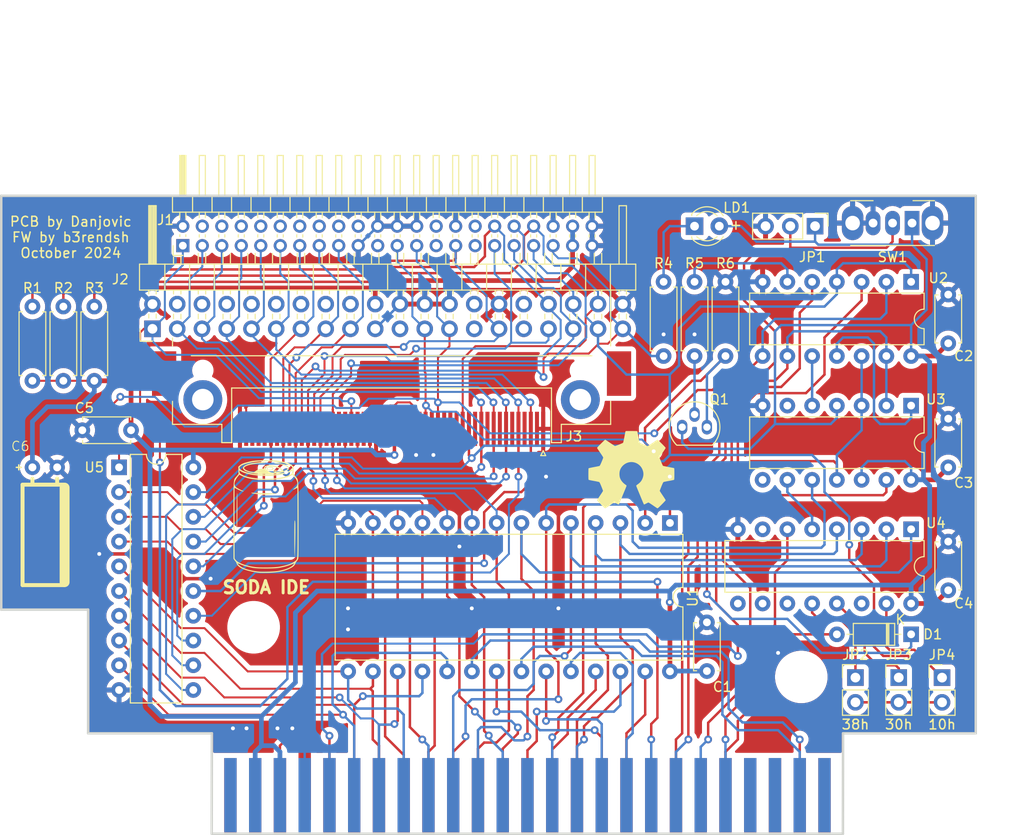
<source format=kicad_pcb>
(kicad_pcb (version 20240108) (generator "pcbnew") (generator_version "8.0")
  (title_block (title "Soda IDE") (rev "v0.975") (company "Danjovic 2024") (comment 1 "Based on SC729 RCBus Compact Flash Modue v1.1.0 and Beer IDE 232") (comment 2 "2x32K ROM + switch + Reset Button"))
  (layers (0 "F.Cu" signal) (31 "B.Cu" signal) (34 "B.Paste" user) (35 "F.Paste" user) (36 "B.SilkS" user "B.Silkscreen") (37 "F.SilkS" user "F.Silkscreen") (38 "B.Mask" user) (39 "F.Mask" user) (44 "Edge.Cuts" user))
  (net 0 "")
  (net 3 "Net-(CN1-SW1)")
  (net 4 "GND")
  (net 5 "VCC")
  (net 6 "/D7")
  (net 7 "/D5")
  (net 8 "/D3")
  (net 9 "/D1")
  (net 10 "/A5")
  (net 11 "/A3")
  (net 12 "/A1")
  (net 13 "/A12")
  (net 14 "/A7")
  (net 15 "/A11")
  (net 16 "/A9")
  (net 17 "/~{RESET}")
  (net 18 "/~{WR}")
  (net 19 "/~{IORQ}")
  (net 20 "/~{M1}")
  (net 21 "/CLOCK")
  (net 22 "/D6")
  (net 23 "/D4")
  (net 24 "/D2")
  (net 25 "/D0")
  (net 26 "/A4")
  (net 27 "/A2")
  (net 28 "/A0")
  (net 29 "/A13")
  (net 30 "/A8")
  (net 31 "/A6")
  (net 32 "/A10")
  (net 33 "/~{RD}")
  (net 34 "/~{BUSDIR}")
  (net 35 "/~{SLTSL}")
  (net 43 "/~{IORD}")
  (net 44 "/~{IOWR}")
  (net 45 "Net-(Q1-B)")
  (net 46 "/~{DIO}")
  (net 50 "Net-(JP3-A)")
  (net 51 "Net-(D1-K)")
  (net 55 "Net-(JP4-A)")
  (net 58 "/A15")
  (net 59 "/~{CS12}")
  (net 63 "/LED")
  (net 65 "/ROMSEL")
  (net 71 "/PDIAG")
  (net 72 "/~{IDE_CS1}")
  (net 73 "/~{DMACK}")
  (net 74 "/~{IDE_CS0}")
  (net 107 "Net-(JP2-A)")
  (net 108 "Net-(LD1-K)")
  (net 109 "Net-(R5-Pad2)")
  (net 110 "Net-(U3A-~{R})")
  (net 111 "Net-(U3A-Q)")
  (net 114 "/zD2")
  (net 115 "/zD3")
  (net 116 "/zD5")
  (net 117 "/zD7")
  (net 118 "/zD4")
  (net 119 "/zD6")
  (net 120 "/zD1")
  (net 121 "/zD0")
  (footprint "Capacitor_THT:C_Disc_D4.7mm_W2.5mm_P5.00mm" (layer "F.Cu") (at 195.58 83.185 90)
    (property "Reference" "C3")
    (property "Value" "100nF")
  )
  (footprint "Capacitor_THT:C_Disc_D4.7mm_W2.5mm_P5.00mm" (layer "F.Cu") (at 195.58 70.445 90)
    (property "Reference" "C2")
    (property "Value" "100nF")
  )
  (footprint "LED_THT:LED_D3.0mm" (layer "F.Cu") (at 169.545 58.42)
    (property "Reference" "LD1")
    (property "Value" "+")
  )
  (footprint "Package_DIP:DIP-14_W7.62mm" (layer "F.Cu") (at 191.77 64.135 -90)
    (property "Reference" "U2")
    (property "Value" "74HCT32")
  )
  (footprint "Package_DIP:DIP-28_W15.24mm" (layer "F.Cu") (at 167.02 88.895 -90)
    (property "Reference" "U1")
    (property "Value" "27C512")
  )
  (footprint "Connector_PinHeader_2.54mm:PinHeader_2x20_P2.54mm_Horizontal" (layer "F.Cu") (at 113.919 68.961 90)
    (property "Reference" "J2")
    (property "Value" "PINHD-02x20")
  )
  (footprint "msx:Cart_Konami" (layer "F.Cu") (at 152.4 116.205)
    (property "Reference" "CN1" (hide yes))
    (property "Value" "MSX_SLOT_CON" (hide yes))
    (fp_line (start -54 -60.9) (end 46 -60.9) (stroke (width 0.254)) (layer "Edge.Cuts"))
    (fp_line (start -54 -18.415) (end -54 -60.9) (stroke (width 0.254)) (layer "Edge.Cuts"))
    (fp_line (start -45.085 -18.415) (end -54 -18.415) (stroke (width 0.254)) (layer "Edge.Cuts"))
    (fp_line (start -45.085 -5.715) (end -45.085 -18.415) (stroke (width 0.254)) (layer "Edge.Cuts"))
    (fp_line (start -32.4 4.6) (end -32.385 -5.715) (stroke (width 0.254)) (layer "Edge.Cuts"))
    (fp_line (start -32.385 -5.715) (end -45.085 -5.715) (stroke (width 0.254)) (layer "Edge.Cuts"))
    (fp_line (start 32.37 4.6) (end -32.4 4.6) (stroke (width 0.254)) (layer "Edge.Cuts"))
    (fp_line (start 32.385 -5.715) (end 32.37 4.6) (stroke (width 0.254)) (layer "Edge.Cuts"))
    (fp_line (start 46 -60.9) (end 46 -5.715) (stroke (width 0.254)) (layer "Edge.Cuts"))
    (fp_line (start 46 -5.715) (end 32.385 -5.715) (stroke (width 0.254)) (layer "Edge.Cuts"))
  )
  (footprint "Capacitor_THT:C_Disc_D4.7mm_W2.5mm_P5.00mm" (layer "F.Cu") (at 170.815 104.1 90)
    (property "Reference" "C1")
    (property "Value" "100nF")
  )
  (footprint "msx:CP_lying" (layer "F.Cu") (at 102.87 83.185)
    (property "Reference" "C6")
    (property "Value" "100uF")
  )
  (footprint "Resistor_THT:R_Axial_DIN0207_L6.3mm_D2.5mm_P7.62mm_Horizontal" (layer "F.Cu") (at 166.37 71.755 90)
    (property "Reference" "R4")
    (property "Value" "1K")
  )
  (footprint "Resistor_THT:R_Axial_DIN0207_L6.3mm_D2.5mm_P7.62mm_Horizontal" (layer "F.Cu") (at 101.6 66.675 -90)
    (property "Reference" "R1")
    (property "Value" "4K7")
  )
  (footprint "Capacitor_THT:C_Disc_D4.7mm_W2.5mm_P5.00mm" (layer "F.Cu") (at 111.72 79.375 180)
    (property "Reference" "C5")
    (property "Value" "100nF")
  )
  (footprint "Connector_PinHeader_2.00mm:PinHeader_2x22_P2.00mm_Horizontal" (layer "F.Cu") (at 117.033 60.42 90)
    (property "Reference" "J1")
    (property "Value" "Conn_02x22_Odd_Even")
  )
  (footprint "Connector_PinHeader_2.54mm:PinHeader_1x02_P2.54mm_Vertical" (layer "F.Cu") (at 190.5 104.77)
    (property "Reference" "JP3")
    (property "Value" "Jumper_2_Small_Open")
  )
  (footprint "Capacitor_THT:C_Disc_D4.7mm_W2.5mm_P5.00mm" (layer "F.Cu") (at 195.58 95.805 90)
    (property "Reference" "C4")
    (property "Value" "100nF")
  )
  (footprint "Connector_PinHeader_2.54mm:PinHeader_1x02_P2.54mm_Vertical" (layer "F.Cu") (at 186.055 104.77)
    (property "Reference" "JP2")
    (property "Value" "Jumper_2_Small_Open")
  )
  (footprint "Package_TO_SOT_THT:TO-92_Inline" (layer "F.Cu") (at 168.275 79.0575)
    (property "Reference" "Q1")
    (property "Value" "BC548")
  )
  (footprint "Resistor_THT:R_Axial_DIN0207_L6.3mm_D2.5mm_P7.62mm_Horizontal" (layer "F.Cu") (at 107.95 66.675 -90)
    (property "Reference" "R3")
    (property "Value" "4K7")
  )
  (footprint "Button_Switch_THT:SW_Slide_SPDT_Angled_CK_OS102011MA1Q" (layer "F.Cu") (at 191.865 58.1025 180)
    (property "Reference" "SW1")
    (property "Value" "SW_Push_SPDT")
  )
  (footprint "Package_DIP:DIP-14_W7.62mm" (layer "F.Cu") (at 191.77 76.845 -90)
    (property "Reference" "U3")
    (property "Value" "74HCT74")
  )
  (footprint "Connector_PinHeader_2.54mm:PinHeader_1x03_P2.54mm_Vertical" (layer "F.Cu") (at 181.9125 58.42 -90)
    (property "Reference" "JP1")
    (property "Value" "PIN_1x3")
  )
  (footprint "Package_DIP:DIP-16_W7.62mm" (layer "F.Cu") (at 191.77 89.545 -90)
    (property "Reference" "U4")
    (property "Value" "74HCT138")
  )
  (footprint "Resistor_THT:R_Axial_DIN0207_L6.3mm_D2.5mm_P7.62mm_Horizontal" (layer "F.Cu") (at 172.72 64.135 -90)
    (property "Reference" "R6")
    (property "Value" "4K7")
  )
  (footprint "Diode_THT:D_DO-35_SOD27_P7.62mm_Horizontal" (layer "F.Cu") (at 191.77 100.33 180)
    (property "Reference" "D1")
    (property "Value" "1N4148")
  )
  (footprint "Package_DIP:DIP-20_W7.62mm" (layer "F.Cu") (at 110.49 83.185)
    (property "Reference" "U5")
    (property "Value" "74HC245")
  )
  (footprint "Connector_PinHeader_2.54mm:PinHeader_1x02_P2.54mm_Vertical" (layer "F.Cu") (at 194.945 104.775)
    (property "Reference" "JP4")
    (property "Value" "Jumper_2_Small_Open")
  )
  (footprint "Resistor_THT:R_Axial_DIN0207_L6.3mm_D2.5mm_P7.62mm_Horizontal" (layer "F.Cu") (at 104.775 66.675 -90)
    (property "Reference" "R2")
    (property "Value" "4K7")
  )
  (footprint "Resistor_THT:R_Axial_DIN0207_L6.3mm_D2.5mm_P7.62mm_Horizontal" (layer "F.Cu") (at 169.545 71.755 90)
    (property "Reference" "R5")
    (property "Value" "10K")
  )
  (footprint "Connector_Card:CF-Card_3M_N7E50-E516xx-30" (layer "F.Cu") (at 138.455 76.1275 90)
    (property "Reference" "J3")
    (property "Value" "Conn_CF_Card")
  )
  (gr_poly (pts (xy 126.101333 82.463832) (xy 126.300467 82.467946) (xy 126.468262 82.474173) (xy 126.611051 82.482818) (xy 126.735166 82.494187) (xy 126.846937 82.508585) (xy 126.952697 82.526318) (xy 127.202279 82.575809) (xy 127.423874 82.626436) (xy 127.619134 82.678784) (xy 127.707407 82.705785) (xy 127.789716 82.733434) (xy 127.866269 82.761806) (xy 127.937273 82.790972) (xy 128.002933 82.821005) (xy 128.063458 82.851979) (xy 128.119054 82.883966) (xy 128.169928 82.91704) (xy 128.216286 82.951272) (xy 128.258335 82.986737) (xy 128.404421 83.118716) (xy 128.394537 83.486652) (xy 128.384652 83.854588) (xy 128.578511 84.090176) (xy 128.610292 84.127825) (xy 128.639909 84.161531) (xy 128.692964 84.221284) (xy 128.716558 84.249418) (xy 128.738301 84.277781) (xy 128.758272 84.307417) (xy 128.776547 84.339369) (xy 128.793207 84.374679) (xy 128.808328 84.414391) (xy 128.821989 84.459548) (xy 128.834268 84.511194) (xy 128.845244 84.570372) (xy 128.854994 84.638124) (xy 128.863598 84.715494) (xy 128.871132 84.803525) (xy 128.877675 84.90326) (xy 128.883306 85.015744) (xy 128.888103 85.142017) (xy 128.892143 85.283125) (xy 128.895506 85.44011) (xy 128.898268 85.614015) (xy 128.902308 86.016759) (xy 128.904887 86.499703) (xy 128.906632 87.071191) (xy 128.91012 88.513185) (xy 128.908934 91.467842) (xy 128.89922 92.246732) (xy 128.88349 92.550726) (xy 128.879094 92.564529) (xy 128.873751 92.579114) (xy 128.867534 92.594355) (xy 128.860517 92.610128) (xy 128.852773 92.626306) (xy 128.844375 92.642766) (xy 128.835396 92.65938) (xy 128.825911 92.676025) (xy 128.815991 92.692574) (xy 128.805711 92.708902) (xy 128.795144 92.724885) (xy 128.784363 92.740395) (xy 128.77344 92.755309) (xy 128.76245 92.769501) (xy 128.751466 92.782845) (xy 128.740561 92.795216) (xy 128.729513 92.807803) (xy 128.718109 92.82178) (xy 128.706437 92.837) (xy 128.694584 92.853315) (xy 128.682638 92.870581) (xy 128.670686 92.888649) (xy 128.658815 92.907374) (xy 128.647113 92.926608) (xy 128.635667 92.946206) (xy 128.624564 92.96602) (xy 128.613893 92.985903) (xy 128.60374 93.00571) (xy 128.594194 93.025293) (xy 128.58534 93.044507) (xy 128.577267 93.063203) (xy 128.570062 93.081236) (xy 128.554105 93.120105) (xy 128.536566 93.156974) (xy 128.517172 93.192075) (xy 128.506696 93.209035) (xy 128.495654 93.22564) (xy 128.484012 93.24192) (xy 128.471738 93.257903) (xy 128.458797 93.273619) (xy 128.445155 93.289096) (xy 128.430778 93.304363) (xy 128.415633 93.319451) (xy 128.3829 93.349201) (xy 128.346686 93.37858) (xy 128.306718 93.407819) (xy 128.262726 93.437151) (xy 128.214439 93.466809) (xy 128.161585 93.497025) (xy 128.103893 93.528033) (xy 128.041091 93.560064) (xy 127.972909 93.593352) (xy 127.866814 93.641743) (xy 127.756995 93.687019) (xy 127.643279 93.729214) (xy 127.525494 93.768359) (xy 127.403467 93.804488) (xy 127.277025 93.837631) (xy 127.145997 93.867821) (xy 127.01021 93.89509) (xy 126.869491 93.919471) (xy 126.723668 93.940996) (xy 126.572569 93.959697) (xy 126.41602 93.975606) (xy 126.25385 93.988755) (xy 126.085887 93.999177) (xy 125.911957 94.006904) (xy 125.731888 94.011968) (xy 125.468501 94.015881) (xy 125.230552 94.016749) (xy 125.044171 94.014645) (xy 124.978485 94.012502) (xy 124.93549 94.009644) (xy 124.935503 94.009646) (xy 124.681878 93.980022) (xy 124.441005 93.945837) (xy 124.213132 93.907188) (xy 123.998505 93.864176) (xy 123.797371 93.816901) (xy 123.609975 93.765462) (xy 123.436565 93.709958) (xy 123.277388 93.65049) (xy 123.132689 93.587157) (xy 123.002715 93.520058) (xy 122.887713 93.449294) (xy 122.78793 93.374963) (xy 122.703611 93.297166) (xy 122.635004 93.216002) (xy 122.582354 93.13157) (xy 122.553606 93.062471) (xy 122.658982 93.062471) (xy 122.660012 93.070053) (xy 122.663036 93.078801) (xy 122.667965 93.088642) (xy 122.674709 93.099499) (xy 122.683179 93.1113) (xy 122.693286 93.123968) (xy 122.718053 93.151611) (xy 122.748294 93.181832) (xy 122.783295 93.214034) (xy 122.822341 93.24762) (xy 122.864717 93.281994) (xy 122.909709 93.316558) (xy 122.9566 93.350718) (xy 123.004677 93.383874) (xy 123.053225 93.415432) (xy 123.101529 93.444794) (xy 123.148873 93.471364) (xy 123.194544 93.494545) (xy 123.271535 93.52939) (xy 123.354729 93.563453) (xy 123.443673 93.59663) (xy 123.537914 93.628813) (xy 123.636999 93.659896) (xy 123.740473 93.689774) (xy 123.847885 93.718338) (xy 123.958781 93.745484) (xy 124.189211 93.795093) (xy 124.428138 93.83775) (xy 124.549655 93.856206) (xy 124.671936 93.872605) (xy 124.794529 93.88684) (xy 124.91698 93.898805) (xy 125.082165 93.906921) (xy 125.304958 93.908798) (xy 125.566029 93.90516) (xy 125.846051 93.89673) (xy 126.125694 93.88423) (xy 126.38563 93.868383) (xy 126.606529 93.849912) (xy 126.769064 93.82954) (xy 126.769066 93.829574) (xy 126.909366 93.804853) (xy 127.044547 93.778165) (xy 127.174502 93.749551) (xy 127.299129 93.719051) (xy 127.418322 93.686707) (xy 127.531977 93.652558) (xy 127.639989 93.616646) (xy 127.742254 93.57901) (xy 127.838667 93.539691) (xy 127.929124 93.498729) (xy 128.01352 93.456166) (xy 128.091751 93.412041) (xy 128.163712 93.366395) (xy 128.229299 93.319268) (xy 128.288406 93.270702) (xy 128.34093 93.220736) (xy 128.369839 93.190219) (xy 128.396089 93.16103) (xy 128.419158 93.13386) (xy 128.438522 93.1094) (xy 128.446652 93.098401) (xy 128.453659 93.088338) (xy 128.459479 93.079298) (xy 128.464046 93.071366) (xy 128.467294 93.06463) (xy 128.469158 93.059174) (xy 128.469551 93.056954) (xy 128.469573 93.055086) (xy 128.469217 93.053582) (xy 128.468474 93.052452) (xy 128.467144 93.051689) (xy 128.465048 93.051274) (xy 128.462206 93.051201) (xy 128.458639 93.051461) (xy 128.449412 93.052954) (xy 128.43753 93.055697) (xy 128.423159 93.059631) (xy 128.406462 93.064698) (xy 128.387604 93.070841) (xy 128.36675 93.078002) (xy 128.319708 93.095148) (xy 128.266653 93.115674) (xy 128.2089 93.139117) (xy 128.147764 93.165017) (xy 128.083934 93.191609) (xy 128.016 93.218) (xy 127.869052 93.269856) (xy 127.709377 93.319932) (xy 127.539433 93.367577) (xy 127.361676 93.412138) (xy 127.178564 93.452965) (xy 126.992555 93.489406) (xy 126.806106 93.520808) (xy 126.595801 93.542142) (xy 126.299959 93.557391) (xy 125.947074 93.566551) (xy 125.565642 93.569621) (xy 125.184155 93.566599) (xy 124.831109 93.55748) (xy 124.534998 93.542265) (xy 124.324315 93.520949) (xy 124.145089 93.49003) (xy 123.954898 93.451162) (xy 123.760017 93.406039) (xy 123.566721 93.356356) (xy 123.381286 93.303805) (xy 123.209987 93.250081) (xy 123.0591 93.196877) (xy 122.934899 93.145889) (xy 122.883857 93.123324) (xy 122.835469 93.103043) (xy 122.790849 93.085436) (xy 122.75111 93.070891) (xy 122.717369 93.059797) (xy 122.690737 93.052541) (xy 122.680436 93.050475) (xy 122.67233 93.049514) (xy 122.666559 93.049708) (xy 122.664592 93.050253) (xy 122.663261 93.051104) (xy 122.660035 93.05613) (xy 122.658982 93.062471) (xy 122.553606 93.062471) (xy 122.54591 93.043971) (xy 122.536019 93.014821) (xy 122.525073 92.986164) (xy 122.513434 92.958734) (xy 122.501464 92.933261) (xy 122.489525 92.910478) (xy 122.483682 92.900323) (xy 122.477981 92.891115) (xy 122.472471 92.882945) (xy 122.467194 92.875905) (xy 122.462198 92.870086) (xy 122.457526 92.865579) (xy 122.452614 92.861133) (xy 122.446911 92.855492) (xy 122.440486 92.848741) (xy 122.433407 92.840966) (xy 122.417569 92.822686) (xy 122.399949 92.801335) (xy 122.3811 92.777596) (xy 122.361574 92.752153) (xy 122.341926 92.72569) (xy 122.322708 92.698891) (xy 122.231463 92.569245) (xy 122.231463 88.587268) (xy 122.231905 86.355025) (xy 122.330853 86.355025) (xy 122.332622 88.914275) (xy 122.34259 92.537995) (xy 122.44571 92.673179) (xy 122.470249 92.703266) (xy 122.49778 92.733147) (xy 122.528245 92.7628) (xy 122.561581 92.792203) (xy 122.636632 92.850164) (xy 122.72245 92.906849) (xy 122.818555 92.962075) (xy 122.924464 93.015658) (xy 123.039698 93.067417) (xy 123.163773 93.117169) (xy 123.296209 93.16473) (xy 123.436525 93.209919) (xy 123.584238 93.252553) (xy 123.738868 93.292449) (xy 123.899932 93.329424) (xy 124.066951 93.363296) (xy 124.239441 93.393883) (xy 124.416923 93.421001) (xy 124.525046 93.433524) (xy 124.654157 93.443912) (xy 124.962986 93.458446) (xy 125.318702 93.464927) (xy 125.696595 93.46368) (xy 126.071956 93.455029) (xy 126.420075 93.4393) (xy 126.716245 93.416817) (xy 126.837126 93.403144) (xy 126.935754 93.387904) (xy 126.935752 93.387904) (xy 127.21273 93.332967) (xy 127.464022 93.27536) (xy 127.690674 93.214724) (xy 127.795086 93.183158) (xy 127.893729 93.1507) (xy 127.986735 93.117305) (xy 128.074234 93.082929) (xy 128.156356 93.047526) (xy 128.233232 93.011052) (xy 128.304993 92.973461) (xy 128.371769 92.934709) (xy 128.433691 92.894752) (xy 128.490889 92.853544) (xy 128.521983 92.830649) (xy 128.550977 92.810411) (xy 128.602959 92.774225) (xy 128.626092 92.756436) (xy 128.647417 92.737624) (xy 128.657425 92.727547) (xy 128.667008 92.716868) (xy 128.676175 92.705474) (xy 128.684936 92.693248) (xy 128.6933 92.680077) (xy 128.701276 92.665844) (xy 128.708873 92.650436) (xy 128.7161 92.633736) (xy 128.722966 92.61563) (xy 128.729481 92.596004) (xy 128.735653 92.574741) (xy 128.741492 92.551727) (xy 128.747007 92.526847) (xy 128.752206 92.499986) (xy 128.761696 92.43986) (xy 128.770034 92.37043) (xy 128.777295 92.290775) (xy 128.78355 92.199974) (xy 128.788873 92.097109) (xy 128.793336 91.981259) (xy 128.797013 91.851504) (xy 128.799977 91.706923) (xy 128.8023 91.546597) (xy 128.805317 91.175029) (xy 128.806648 90.729437) (xy 128.806875 90.202462) (xy 128.806357 88.874917) (xy 128.800717 86.343465) (xy 128.794612 85.573388) (xy 128.787155 85.29056) (xy 128.784247 85.291058) (xy 128.779552 85.292519) (xy 128.773173 85.294895) (xy 128.765214 85.298135) (xy 128.744974 85.307013) (xy 128.719664 85.31876) (xy 128.690114 85.332981) (xy 128.657159 85.349285) (xy 128.621629 85.367275) (xy 128.584356 85.38656) (xy 128.540604 85.408743) (xy 128.501306 85.427291) (xy 128.466584 85.442264) (xy 128.43656 85.453721) (xy 128.411355 85.461722) (xy 128.391091 85.466326) (xy 128.382849 85.467374) (xy 128.375889 85.467594) (xy 128.370224 85.466996) (xy 128.365871 85.465586) (xy 128.362844 85.463371) (xy 128.361158 85.46036) (xy 128.360829 85.456559) (xy 128.361873 85.451976) (xy 128.364303 85.446619) (xy 128.368136 85.440495) (xy 128.373386 85.433612) (xy 128.380069 85.425976) (xy 128.397794 85.408478) (xy 128.421433 85.388062) (xy 128.451107 85.364787) (xy 128.486937 85.338713) (xy 128.528217 85.30876) (xy 128.565903 85.279545) (xy 128.60012 85.250856) (xy 128.630993 85.222479) (xy 128.658647 85.194203) (xy 128.671306 85.180037) (xy 128.683206 85.165815) (xy 128.694364 85.151513) (xy 128.704795 85.137103) (xy 128.714515 85.122559) (xy 128.723538 85.107854) (xy 128.731882 85.092962) (xy 128.73956 85.077857) (xy 128.74659 85.06251) (xy 128.752986 85.046897) (xy 128.758765 85.030991) (xy 128.763941 85.014764) (xy 128.76853 84.998191) (xy 128.772548 84.981244) (xy 128.77601 84.963898) (xy 128.778933 84.946126) (xy 128.78322 84.909197) (xy 128.785534 84.870244) (xy 128.785999 84.829055) (xy 128.784201 84.788002) (xy 128.779621 84.746256) (xy 128.772278 84.703854) (xy 128.762189 84.660832) (xy 128.749372 84.617226) (xy 128.733845 84.573073) (xy 128.715625 84.528409) (xy 128.694731 84.483271) (xy 128.67118 84.437695) (xy 128.644991 84.391717) (xy 128.61618 84.345373) (xy 128.584766 84.298701) (xy 128.550766 84.251736) (xy 128.514198 84.204516) (xy 128.475081 84.157075) (xy 128.433431 84.109451) (xy 128.287296 83.946991) (xy 128.073243 84.061079) (xy 127.979005 84.10845) (xy 127.880038 84.152522) (xy 127.775912 84.19337) (xy 127.666198 84.231071) (xy 127.550467 84.265698) (xy 127.428291 84.297326) (xy 127.29924 84.326031) (xy 127.162885 84.351886) (xy 127.018797 84.374968) (xy 126.866546 84.395351) (xy 126.705705 84.413109) (xy 126.535844 84.428319) (xy 126.356533 84.441053) (xy 126.167344 84.451388) (xy 125.967847 84.459399) (xy 125.757615 84.465159) (xy 125.31256 84.468474) (xy 124.906791 84.457963) (xy 124.717588 84.44737) (xy 124.536945 84.433135) (xy 124.364442 84.415197) (xy 124.199659 84.393496) (xy 124.042175 84.367968) (xy 123.891569 84.338553) (xy 123.747421 84.305188) (xy 123.609312 84.267813) (xy 123.476819 84.226366) (xy 123.349524 84.180784) (xy 123.227005 84.131007) (xy 123.108843 84.076973) (xy 122.837932 83.9459) (xy 122.719906 84.086526) (xy 122.647778 84.175973) (xy 122.583158 84.263431) (xy 122.526073 84.348773) (xy 122.476549 84.431872) (xy 122.434613 84.512602) (xy 122.400292 84.590836) (xy 122.373613 84.666448) (xy 122.354603 84.739311) (xy 122.347982 84.774673) (xy 122.343289 84.8093) (xy 122.340526 84.843176) (xy 122.339697 84.876286) (xy 122.340805 84.908614) (xy 122.343854 84.940144) (xy 122.348847 84.970861) (xy 122.355787 85.000748) (xy 122.364679 85.029789) (xy 122.375524 85.05797) (xy 122.388327 85.085273) (xy 122.403091 85.111684) (xy 122.419818 85.137186) (xy 122.438514 85.161763) (xy 122.45918 85.185401) (xy 122.481821 85.208082) (xy 122.502423 85.225637) (xy 122.529448 85.245818) (xy 122.562172 85.268232) (xy 122.599867 85.292486) (xy 122.687274 85.344944) (xy 122.785866 85.40005) (xy 122.88984 85.454659) (xy 122.993393 85.505628) (xy 123.090723 85.549816) (xy 123.13524 85.568384) (xy 123.176025 85.584078) (xy 123.188992 85.588994) (xy 123.201126 85.593953) (xy 123.212384 85.598922) (xy 123.222724 85.603868) (xy 123.232101 85.608757) (xy 123.240474 85.613556) (xy 123.247799 85.618231) (xy 123.254034 85.622749) (xy 123.259137 85.627077) (xy 123.263063 85.631181) (xy 123.265771 85.635028) (xy 123.266655 85.636844) (xy 123.267218 85.638584) (xy 123.267455 85.640242) (xy 123.26736 85.641816) (xy 123.266929 85.6433) (xy 123.266155 85.64469) (xy 123.265034 85.645983) (xy 123.263561 85.647174) (xy 123.261729 85.648259) (xy 123.259533 85.649233) (xy 123.252329 85.651299) (xy 123.243624 85.652547) (xy 123.221961 85.652672) (xy 123.195038 85.64978) (xy 123.16335 85.644045) (xy 123.127392 85.635637) (xy 123.087656 85.624731) (xy 123.044638 85.611499) (xy 122.998833 85.596112) (xy 122.950733 85.578743) (xy 122.900835 85.559565) (xy 122.849632 85.53875) (xy 122.797618 85.516471) (xy 122.745287 85.492899) (xy 122.693135 85.468208) (xy 122.641656 85.44257) (xy 122.591343 85.416158) (xy 122.49954 85.36739) (xy 122.421664 85.327453) (xy 122.39052 85.312084) (xy 122.365942 85.300469) (xy 122.34896 85.293121) (xy 122.343639 85.291209) (xy 122.340602 85.290558) (xy 122.3372 85.364518) (xy 122.334419 85.576492) (xy 122.330853 86.355025) (xy 122.231905 86.355025) (xy 122.231967 86.043275) (xy 122.239974 85.297707) (xy 122.259707 84.811927) (xy 122.275509 84.64509) (xy 122.296085 84.517561) (xy 122.322053 84.420793) (xy 122.354026 84.346238) (xy 122.438446 84.229583) (xy 122.554263 84.099223) (xy 122.74865 83.865645) (xy 122.740669 83.615137) (xy 122.842649 83.615137) (xy 122.842981 83.628317) (xy 122.843982 83.641336) (xy 122.845659 83.654204) (xy 122.848022 83.666927) (xy 122.851076 83.679513) (xy 122.854831 83.691971) (xy 122.859294 83.704308) (xy 122.864474 83.716531) (xy 122.870377 83.72865) (xy 122.877011 83.740671) (xy 122.884386 83.752603) (xy 122.892507 83.764453) (xy 122.901384 83.77623) (xy 122.911024 83.78794) (xy 122.921435 83.799592) (xy 122.932624 83.811194) (xy 122.9446 83.822754) (xy 122.957371 83.834279) (xy 122.970944 83.845777) (xy 122.985327 83.857256) (xy 123.016554 83.880189) (xy 123.051117 83.90314) (xy 123.089076 83.926173) (xy 123.130496 83.949349) (xy 123.175439 83.972732) (xy 123.223967 83.996385) (xy 123.355696 84.052171) (xy 123.505452 84.103886) (xy 123.671541 84.15137) (xy 123.852272 84.194463) (xy 124.04595 84.233004) (xy 124.250883 84.266834) (xy 124.465379 84.295791) (xy 124.687743 84.319717) (xy 124.916285 84.338451) (xy 125.14931 84.351832) (xy 125.385126 84.359701) (xy 125.622039 84.361897) (xy 125.858358 84.35826) (xy 126.092389 84.348631) (xy 126.322439 84.332848) (xy 126.546815 84.310752) (xy 126.546815 84.310753) (xy 126.747727 84.286889) (xy 126.919174 84.264353) (xy 127.067249 84.241948) (xy 127.198047 84.218476) (xy 127.317663 84.192741) (xy 127.432189 84.163544) (xy 127.547721 84.129688) (xy 127.670353 84.089976) (xy 127.75367 84.061193) (xy 127.829959 84.033074) (xy 127.899449 84.00544) (xy 127.962367 83.978116) (xy 128.01894 83.950923) (xy 128.069398 83.923684) (xy 128.113968 83.896222) (xy 128.152878 83.868359) (xy 128.186357 83.839918) (xy 128.214632 83.810721) (xy 128.237931 83.780592) (xy 128.256483 83.749353) (xy 128.270515 83.716826) (xy 128.280256 83.682834) (xy 128.285933 83.6472) (xy 128.287774 83.609746) (xy 128.287774 83.516854) (xy 128.130347 83.607558) (xy 128.062185 83.644204) (xy 127.986896 83.679763) (xy 127.904729 83.714176) (xy 127.815936 83.747384) (xy 127.720765 83.779328) (xy 127.619469 83.80995) (xy 127.512295 83.839192) (xy 127.399495 83.866994) (xy 127.281319 83.893298) (xy 127.158017 83.918046) (xy 127.029839 83.941178) (xy 126.897036 83.962637) (xy 126.759856 83.982364) (xy 126.618551 84.0003) (xy 126.473371 84.016386) (xy 126.324566 84.030564) (xy 126.085581 84.04788) (xy 125.843594 84.058384) (xy 125.60014 84.062276) (xy 125.356754 84.059753) (xy 125.11497 84.051014) (xy 124.876324 84.036257) (xy 124.64235 84.01568) (xy 124.414583 83.989481) (xy 124.194558 83.957858) (xy 123.983809 83.92101) (xy 123.783872 83.879135) (xy 123.596281 83.832431) (xy 123.422571 83.781095) (xy 123.264277 83.725328) (xy 123.122934 83.665325) (xy 123.000077 83.601287) (xy 122.842649 83.509435) (xy 122.842649 83.615137) (xy 122.740669 83.615137) (xy 122.73675 83.492138) (xy 122.728515 83.233671) (xy 122.847157 83.233671) (xy 122.847468 83.238951) (xy 122.848198 83.244334) (xy 122.849339 83.249853) (xy 122.850884 83.255542) (xy 122.852825 83.261432) (xy 122.855154 83.267557) (xy 122.857863 83.273949) (xy 122.864392 83.287667) (xy 122.872351 83.302847) (xy 122.881678 83.319751) (xy 122.894319 83.33953) (xy 122.910135 83.359441) (xy 122.929037 83.379453) (xy 122.950937 83.399534) (xy 122.975747 83.419655) (xy 123.003379 83.439783) (xy 123.066754 83.479937) (xy 123.140359 83.519748) (xy 123.223486 83.558967) (xy 123.31543 83.597344) (xy 123.415485 83.634631) (xy 123.522946 83.670579) (xy 123.637108 83.704939) (xy 123.757264 83.737461) (xy 123.882709 83.767896) (xy 124.012737 83.795996) (xy 124.146643 83.821512) (xy 124.283721 83.844194) (xy 124.423265 83.863793) (xy 124.628057 83.883337) (xy 124.888852 83.898279) (xy 125.186373 83.908454) (xy 125.501343 83.913696) (xy 125.814486 83.91384) (xy 126.106526 83.908722) (xy 126.358185 83.898174) (xy 126.550188 83.882033) (xy 126.550188 83.882034) (xy 126.725027 83.858922) (xy 126.893384 83.833097) (xy 127.054723 83.804744) (xy 127.208506 83.774047) (xy 127.354198 83.741192) (xy 127.491262 83.706364) (xy 127.619161 83.669746) (xy 127.737358 83.631524) (xy 127.845318 83.591883) (xy 127.942503 83.551006) (xy 128.028376 83.50908) (xy 128.102403 83.466288) (xy 128.164045 83.422816) (xy 128.212766 83.378847) (xy 128.24803 83.334568) (xy 128.2693 83.290162) (xy 128.273987 83.269916) (xy 128.275319 83.249436) (xy 128.273358 83.228752) (xy 128.268167 83.207897) (xy 128.259808 83.186901) (xy 128.248345 83.165797) (xy 128.233839 83.144615) (xy 128.216354 83.123388) (xy 128.195951 83.102148) (xy 128.172694 83.080925) (xy 128.146644 83.059751) (xy 128.117865 83.038658) (xy 128.086419 83.017677) (xy 128.052368 82.996841) (xy 128.015776 82.97618) (xy 127.976704 82.955726) (xy 127.935215 82.935511) (xy 127.891372 82.915566) (xy 127.845238 82.895923) (xy 127.796874 82.876614) (xy 127.746343 82.85767) (xy 127.693709 82.839122) (xy 127.639032 82.821002) (xy 127.582377 82.803343) (xy 127.46338 82.769529) (xy 127.337218 82.737933) (xy 127.204391 82.708808) (xy 127.0654 82.682407) (xy 126.861978 82.64957) (xy 126.654349 82.621761) (xy 126.443335 82.598962) (xy 126.229761 82.581157) (xy 126.014449 82.568328) (xy 125.798223 82.560458) (xy 125.581904 82.55753) (xy 125.366317 82.559527) (xy 125.152285 82.566432) (xy 124.94063 82.578229) (xy 124.732176 82.594899) (xy 124.527745 82.616426) (xy 124.328161 82.642793) (xy 124.134247 82.673982) (xy 123.946826 82.709978) (xy 123.76672 82.750762) (xy 123.607846 82.791915) (xy 123.466242 82.833382) (xy 123.401647 82.854348) (xy 123.341046 82.875531) (xy 123.284333 82.896978) (xy 123.231399 82.918733) (xy 123.182138 82.940844) (xy 123.136441 82.963356) (xy 123.0942 82.986317) (xy 123.05531 83.009771) (xy 123.01966 83.033765) (xy 122.987146 83.058345) (xy 122.957657 83.083558) (xy 122.931088 83.10945) (xy 122.91343 83.128006) (xy 122.898001 83.144618) (xy 122.884742 83.159548) (xy 122.873589 83.173056) (xy 122.868783 83.179359) (xy 122.864481 83.185406) (xy 122.860675 83.191228) (xy 122.857357 83.196859) (xy 122.85452 83.202332) (xy 122.852156 83.207679) (xy 122.850256 83.212932) (xy 122.848815 83.218125) (xy 122.847823 83.223291) (xy 122.847273 83.228462) (xy 122.847157 83.233671) (xy 122.728515 83.233671) (xy 122.72485 83.118629) (xy 122.858329 83.001432) (xy 122.891486 82.972873) (xy 122.923508 82.94655) (xy 122.954895 82.922225) (xy 122.986148 82.899656) (xy 123.01777 82.878604) (xy 123.050262 82.85883) (xy 123.084124 82.840094) (xy 123.119857 82.822156) (xy 123.157964 82.804776) (xy 123.198945 82.787714) (xy 123.243302 82.770732) (xy 123.291535 82.753588) (xy 123.344147 82.736044) (xy 123.401638 82.71786) (xy 123.464509 82.698795) (xy 123.533263 82.67861) (xy 123.759994 82.615971) (xy 123.865845 82.589579) (xy 123.968878 82.566241) (xy 124.070736 82.54578) (xy 124.173064 82.528023) (xy 124.277504 82.512795) (xy 124.3857 82.499921) (xy 124.499295 82.489226) (xy 124.619935 82.480537) (xy 124.749261 82.473677) (xy 124.888918 82.468473) (xy 125.205799 82.462332) (xy 125.583725 82.460718)) (stroke (width -0.000001)) (fill solid) (layer "F.SilkS"))
  (gr_poly (pts (xy 124.120597 85.779946) (xy 124.125644 85.780129) (xy 124.130874 85.780423) (xy 124.136282 85.780828) (xy 124.147614 85.781972) (xy 124.159604 85.783565) (xy 124.172214 85.785612) (xy 124.185409 85.788116) (xy 124.234095 85.793458) (xy 124.326882 85.799281) (xy 124.623087 85.81162) (xy 125.030683 85.823635) (xy 125.506325 85.833827) (xy 125.968347 85.844305) (xy 126.338855 85.857104) (xy 126.580171 85.870601) (xy 126.640608 85.877105) (xy 126.653711 85.880207) (xy 126.655725 85.88171) (xy 126.654618 85.883176) (xy 126.632205 85.891424) (xy 126.595664 85.90016) (xy 126.486691 85.918493) (xy 126.340685 85.936969) (xy 126.170632 85.954385) (xy 125.989516 85.969536) (xy 125.810324 85.981218) (xy 125.646039 85.988226) (xy 125.509649 85.989357) (xy 125.374013 85.984945) (xy 125.210075 85.976769) (xy 125.038496 85.965997) (xy 124.87994 85.953795) (xy 124.87994 85.953798) (xy 124.713305 85.937772) (xy 124.55921 85.919739) (xy 124.420638 85.900258) (xy 124.300571 85.879889) (xy 124.201994 85.859193) (xy 124.127888 85.83873) (xy 124.100944 85.828761) (xy 124.081237 85.81906) (xy 124.069139 85.809697) (xy 124.06606 85.805165) (xy 124.065024 85.800743) (xy 124.065165 85.79872) (xy 124.065586 85.796796) (xy 124.066282 85.794974) (xy 124.067249 85.793253) (xy 124.068482 85.791633) (xy 124.069975 85.790116) (xy 124.071726 85.788701) (xy 124.073728 85.787389) (xy 124.075978 85.786182) (xy 124.078471 85.785078) (xy 124.081202 85.784079) (xy 124.084166 85.783184) (xy 124.08736 85.782396) (xy 124.090777 85.781713) (xy 124.094415 85.781137) (xy 124.098268 85.780668) (xy 124.102331 85.780307) (xy 124.1066 85.780054) (xy 124.111071 85.779909) (xy 124.115738 85.779873)) (stroke (width -0.000001)) (fill solid) (layer "F.SilkS"))
  (gr_poly (pts (xy 122.611119 85.850197) (xy 122.618778 85.965406) (xy 122.629535 86.376894) (xy 122.634101 87.629008) (xy 122.618531 88.891134) (xy 122.604117 89.315137) (xy 122.595414 89.438481) (xy 122.585776 89.488665) (xy 122.583131 89.489774) (xy 122.580604 89.48766) (xy 122.578193 89.48227) (xy 122.575899 89.473554) (xy 122.571655 89.445932) (xy 122.567864 89.404383) (xy 122.56452 89.348492) (xy 122.561615 89.277847) (xy 122.557098 89.090639) (xy 122.554256 88.839454) (xy 122.553034 88.520984) (xy 122.553377 88.131925) (xy 122.555229 87.66897) (xy 122.561766 86.868326) (xy 122.571865 86.28573) (xy 122.585309 85.929861) (xy 122.593217 85.839662) (xy 122.597455 85.816971) (xy 122.601879 85.809399)) (stroke (width -0.000001)) (fill solid) (layer "F.SilkS"))
  (gr_poly (pts (xy 126.042559 83.131189) (xy 126.077504 83.13409) (xy 126.112902 83.138759) (xy 126.148637 83.145272) (xy 126.184591 83.153706) (xy 126.198016 83.157493) (xy 126.21085 83.161672) (xy 126.22309 83.166231) (xy 126.234728 83.171155) (xy 126.245759 83.176432) (xy 126.256177 83.182048) (xy 126.265977 83.18799) (xy 126.275153 83.194244) (xy 126.283699 83.200798) (xy 126.291609 83.207639) (xy 126.298877 83.214752) (xy 126.305499 83.222125) (xy 126.311467 83.229744) (xy 126.316777 83.237597) (xy 126.321422 83.245669) (xy 126.325397 83.253948) (xy 126.328696 83.262421) (xy 126.331313 83.271073) (xy 126.333242 83.279893) (xy 126.334479 83.288866) (xy 126.335016 83.297979) (xy 126.334848 83.30722) (xy 126.33397 83.316574) (xy 126.332376 83.326029) (xy 126.330059 83.335571) (xy 126.327015 83.345188) (xy 126.323237 83.354865) (xy 126.31872 83.364589) (xy 126.313457 83.374348) (xy 126.307444 83.384128) (xy 126.300674 83.393916) (xy 126.293142 83.403698) (xy 126.284226 83.413618) (xy 126.273967 83.423075) (xy 126.26244 83.432062) (xy 126.249724 83.440573) (xy 126.235894 83.4486) (xy 126.221027 83.456136) (xy 126.188492 83.469707) (xy 126.152735 83.481229) (xy 126.11437 83.490644) (xy 126.074012 83.497897) (xy 126.032277 83.502931) (xy 125.98978 83.505687) (xy 125.947136 83.506111) (xy 125.90496 83.504143) (xy 125.863868 83.499729) (xy 125.824475 83.49281) (xy 125.787396 83.48333) (xy 125.769916 83.477612) (xy 125.753246 83.471233) (xy 125.737461 83.464184) (xy 125.72264 83.45646) (xy 125.697442 83.440977) (xy 125.675969 83.425117) (xy 125.658105 83.408956) (xy 125.643734 83.392571) (xy 125.632737 83.376038) (xy 125.624999 83.359434) (xy 125.620403 83.342835) (xy 125.619748 83.335953) (xy 125.694858 83.335953) (xy 125.695722 83.34376) (xy 125.698259 83.351313) (xy 125.70239 83.358599) (xy 125.708034 83.365608) (xy 125.715111 83.372328) (xy 125.723542 83.378748) (xy 125.733246 83.384855) (xy 125.744143 83.390639) (xy 125.756154 83.396088) (xy 125.769197 83.40119) (xy 125.783193 83.405933) (xy 125.798063 83.410307) (xy 125.8301 83.417899) (xy 125.864668 83.423874) (xy 125.901127 83.428138) (xy 125.938836 83.4306) (xy 125.977154 83.431168) (xy 126.015441 83.429748) (xy 126.053057 83.426249) (xy 126.071412 83.423691) (xy 126.08936 83.420578) (xy 126.106819 83.4169) (xy 126.123711 83.412644) (xy 126.139954 83.407798) (xy 126.155468 83.402353) (xy 126.165172 83.398428) (xy 126.174365 83.394237) (xy 126.183043 83.389801) (xy 126.191203 83.385136) (xy 126.198839 83.380263) (xy 126.205947 83.375201) (xy 126.212524 83.369967) (xy 126.218566 83.364581) (xy 126.224067 83.359061) (xy 126.229024 83.353428) (xy 126.233432 83.347698) (xy 126.237288 83.341892) (xy 126.240587 83.336028) (xy 126.243325 83.330125) (xy 126.245498 83.324202) (xy 126.247102 83.318278) (xy 126.248132 83.312372) (xy 126.248584 83.306501) (xy 126.248454 83.300687) (xy 126.247738 83.294946) (xy 126.246431 83.289298) (xy 126.24453 83.283763) (xy 126.24203 83.278358) (xy 126.238927 83.273103) (xy 126.235217 83.268016) (xy 126.230896 83.263116) (xy 126.225959 83.258423) (xy 126.220402 83.253955) (xy 126.214221 83.249731) (xy 126.207412 83.24577) (xy 126.199971 83.24209) (xy 126.191893 83.238711) (xy 126.157076 83.227455) (xy 126.119603 83.219128) (xy 126.080148 83.213598) (xy 126.03939 83.210731) (xy 125.998005 83.210397) (xy 125.956669 83.212461) (xy 125.916058 83.216793) (xy 125.87685 83.223259) (xy 125.839721 83.231728) (xy 125.805348 83.242066) (xy 125.774406 83.254142) (xy 125.747573 83.267823) (xy 125.735909 83.275224) (xy 125.725525 83.282977) (xy 125.716507 83.291065) (xy 125.708939 83.299472) (xy 125.702906 83.30818) (xy 125.698491 83.317175) (xy 125.695781 83.326438) (xy 125.694858 83.335953) (xy 125.619748 83.335953) (xy 125.618831 83.326318) (xy 125.620167 83.30996) (xy 125.624293 83.293838) (xy 125.631094 83.278027) (xy 125.640451 83.262605) (xy 125.652249 83.247648) (xy 125.66637 83.233232) (xy 125.682697 83.219435) (xy 125.701114 83.206333) (xy 125.721504 83.194002) (xy 125.743749 83.182519) (xy 125.767734 83.171961) (xy 125.79334 83.162404) (xy 125.820451 83.153925) (xy 125.848951 83.146601) (xy 125.878723 83.140508) (xy 125.909648 83.135722) (xy 125.941612 83.132321) (xy 125.974496 83.13038) (xy 126.008184 83.129977)) (stroke (width -0.000001)) (fill solid) (layer "F.SilkS"))
  (gr_poly (pts (xy 125.346852 82.64755) (xy 125.407046 82.651476) (xy 125.454088 82.65786) (xy 125.489048 82.66511) (xy 125.51681 82.672092) (xy 125.527972 82.675488) (xy 125.53731 82.678824) (xy 125.544816 82.682102) (xy 125.550482 82.685324) (xy 125.5543 82.688493) (xy 125.556261 82.691611) (xy 125.556542 82.693151) (xy 125.556357 82.69468) (xy 125.55458 82.697702) (xy 125.550922 82.700679) (xy 125.545375 82.703615) (xy 125.53793 82.70651) (xy 125.52858 82.709368) (xy 125.517316 82.712191) (xy 125.50413 82.71498) (xy 125.471958 82.720468) (xy 125.432001 82.725851) (xy 125.384191 82.731147) (xy 125.328464 82.736372) (xy 125.264754 82.741547) (xy 125.192996 82.746688) (xy 125.113124 82.751814) (xy 124.92932 82.765029) (xy 124.751031 82.781771) (xy 124.579131 82.801797) (xy 124.414497 82.824863) (xy 124.258003 82.850725) (xy 124.110525 82.87914) (xy 123.972939 82.909863) (xy 123.846119 82.942651) (xy 123.73094 82.97726) (xy 123.628279 83.013446) (xy 123.539011 83.050966) (xy 123.46401 83.089575) (xy 123.404153 83.129031) (xy 123.360314 83.169088) (xy 123.344674 83.189267) (xy 123.333368 83.209504) (xy 123.326504 83.229771) (xy 123.324192 83.250035) (xy 123.32524 83.263546) (xy 123.328355 83.277229) (xy 123.33349 83.291064) (xy 123.3406 83.305027) (xy 123.349638 83.319095) (xy 123.360558 83.333247) (xy 123.373316 83.34746) (xy 123.387864 83.361711) (xy 123.404158 83.375978) (xy 123.42215 83.390239) (xy 123.441796 83.40447) (xy 123.463049 83.418651) (xy 123.485863 83.432757) (xy 123.510193 83.446766) (xy 123.535993 83.460657) (xy 123.563216 83.474406) (xy 123.591817 83.487992) (xy 123.62175 83.501391) (xy 123.685428 83.52754) (xy 123.753883 83.552675) (xy 123.826748 83.576614) (xy 123.903655 83.599179) (xy 123.984238 83.62019) (xy 124.068129 83.639466) (xy 124.154961 83.656829) (xy 124.185178 83.662301) (xy 124.212277 83.666835) (xy 124.236625 83.670347) (xy 124.258588 83.672753) (xy 124.278534 83.673969) (xy 124.29683 83.673911) (xy 124.313843 83.672494) (xy 124.321984 83.671251) (xy 124.329941 83.669636) (xy 124.337761 83.66764) (xy 124.34549 83.665251) (xy 124.353174 83.66246) (xy 124.360858 83.659256) (xy 124.376411 83.651567) (xy 124.392517 83.642099) (xy 124.409544 83.630769) (xy 124.427857 83.617492) (xy 124.447825 83.602186) (xy 124.469814 83.584764) (xy 124.504467 83.557987) (xy 124.539411 83.532925) (xy 124.574755 83.509538) (xy 124.610606 83.487783) (xy 124.647073 83.46762) (xy 124.684264 83.449009) (xy 124.722288 83.431907) (xy 124.761253 83.416275) (xy 124.801268 83.402072) (xy 124.84244 83.389255) (xy 124.884878 83.377786) (xy 124.92869 83.367622) (xy 124.973986 83.358722) (xy 125.020872 83.351046) (xy 125.069458 83.344554) (xy 125.119851 83.339202) (xy 125.193351 83.331891) (xy 125.223643 83.328318) (xy 125.25004 83.324595) (xy 125.272851 83.320572) (xy 125.292382 83.316094) (xy 125.308943 83.31101) (xy 125.322842 83.305167) (xy 125.328889 83.301913) (xy 125.334386 83.298413) (xy 125.339371 83.294646) (xy 125.343883 83.290595) (xy 125.34796 83.286239) (xy 125.351641 83.28156) (xy 125.357969 83.271157) (xy 125.362904 83.259851) (xy 125.472611 83.259851) (xy 125.473441 83.267943) (xy 125.475883 83.276857) (xy 125.479869 83.286538) (xy 125.48533 83.296932) (xy 125.492198 83.307981) (xy 125.500402 83.31963) (xy 125.520547 83.344507) (xy 125.545214 83.371119) (xy 125.573852 83.39902) (xy 125.605909 83.427764) (xy 125.640833 83.456908) (xy 125.678075 83.486007) (xy 125.717082 83.514615) (xy 125.757304 83.542287) (xy 125.798188 83.568579) (xy 125.839184 83.593046) (xy 125.87974 83.615242) (xy 125.919305 83.634724) (xy 125.957329 83.651045) (xy 125.995328 83.665759) (xy 126.030345 83.678739) (xy 126.062754 83.690024) (xy 126.09293 83.699655) (xy 126.121247 83.707673) (xy 126.14808 83.71412) (xy 126.173803 83.719034) (xy 126.198791 83.722458) (xy 126.223418 83.724432) (xy 126.24806 83.724997) (xy 126.27309 83.724194) (xy 126.298883 83.722062) (xy 126.325813 83.718644) (xy 126.354256 83.71398) (xy 126.384585 83.70811) (xy 126.417176 83.701075) (xy 126.417171 83.701082) (xy 126.528296 83.676117) (xy 126.407911 83.650827) (xy 126.388602 83.646164) (xy 126.371216 83.640739) (xy 126.355713 83.634619) (xy 126.342052 83.627867) (xy 126.33019 83.620548) (xy 126.320086 83.612728) (xy 126.3117 83.604471) (xy 126.304989 83.595841) (xy 126.299912 83.586904) (xy 126.296428 83.577724) (xy 126.294496 83.568366) (xy 126.294074 83.558895) (xy 126.295096 83.549602) (xy 126.398652 83.549602) (xy 126.398746 83.551501) (xy 126.399025 83.553375) (xy 126.399485 83.555223) (xy 126.40012 83.557043) (xy 126.400926 83.558831) (xy 126.401899 83.560586) (xy 126.403033 83.562304) (xy 126.404325 83.563984) (xy 126.40577 83.565624) (xy 126.407363 83.567221) (xy 126.409099 83.568772) (xy 126.410974 83.570275) (xy 126.412984 83.571728) (xy 126.415123 83.573128) (xy 126.417387 83.574474) (xy 126.419772 83.575762) (xy 126.422273 83.576991) (xy 126.424884 83.578157) (xy 126.427603 83.579259) (xy 126.430423 83.580295) (xy 126.433341 83.581261) (xy 126.436352 83.582155) (xy 126.43945 83.582976) (xy 126.442633 83.58372) (xy 126.445894 83.584386) (xy 126.44923 83.58497) (xy 126.452636 83.585472) (xy 126.456107 83.585887) (xy 126.459638 83.586214) (xy 126.463225 83.586451) (xy 126.466864 83.586594) (xy 126.470549 83.586643) (xy 126.477992 83.586451) (xy 126.485459 83.585887) (xy 126.492902 83.58497) (xy 126.500272 83.58372) (xy 126.507521 83.582155) (xy 126.514599 83.580295) (xy 126.521459 83.578157) (xy 126.528051 83.575762) (xy 126.534328 83.573128) (xy 126.54024 83.570275) (xy 126.545739 83.567221) (xy 126.550776 83.563984) (xy 126.555304 83.560586) (xy 126.559272 83.557043) (xy 126.562633 83.553375) (xy 126.565338 83.549602) (xy 126.566426 83.547647) (xy 126.56726 83.545724) (xy 126.567843 83.543833) (xy 126.56818 83.541978) (xy 126.568274 83.540161) (xy 126.568129 83.538382) (xy 126.56775 83.536645) (xy 126.567139 83.534951) (xy 126.566302 83.533303) (xy 126.565242 83.531701) (xy 126.563962 83.53015) (xy 126.562468 83.528649) (xy 126.560762 83.527203) (xy 126.558849 83.525811) (xy 126.556732 83.524477) (xy 126.554416 83.523203) (xy 126.551905 83.52199) (xy 126.549202 83.520841) (xy 126.546311 83.519757) (xy 126.543237 83.518741) (xy 126.539983 83.517795) (xy 126.536552 83.51692) (xy 126.53295 83.516119) (xy 126.52918 83.515394) (xy 126.525246 83.514746) (xy 126.521152 83.514179) (xy 126.516901 83.513693) (xy 126.512498 83.513291) (xy 126.507947 83.512974) (xy 126.503251 83.512746) (xy 126.498414 83.512607) (xy 126.493441 83.512561) (xy 126.483785 83.512753) (xy 126.4744 83.513317) (xy 126.465334 83.514233) (xy 126.456636 83.515483) (xy 126.448355 83.517048) (xy 126.440539 83.518909) (xy 126.433236 83.521046) (xy 126.426496 83.523441) (xy 126.420367 83.526075) (xy 126.414898 83.528929) (xy 126.410136 83.531983) (xy 126.406132 83.535219) (xy 126.402932 83.538618) (xy 126.40165 83.540373) (xy 126.400587 83.542161) (xy 126.39975 83.54398) (xy 126.399144 83.545828) (xy 126.398776 83.547703) (xy 126.398652 83.549602) (xy 126.295096 83.549602) (xy 126.295121 83.549376) (xy 126.297595 83.539873) (xy 126.301456 83.530451) (xy 126.306661 83.521175) (xy 126.31317 83.512109) (xy 126.32094 83.503319) (xy 126.329931 83.49487) (xy 126.340102 83.486825) (xy 126.35141 83.47925) (xy 126.363815 83.472209) (xy 126.377275 83.465768) (xy 126.391749 83.459991) (xy 126.407195 83.454943) (xy 126.423573 83.450688) (xy 126.44084 83.447292) (xy 126.458955 83.444819) (xy 126.477878 83.443333) (xy 126.497566 83.442901) (xy 126.517978 83.443586) (xy 126.539073 83.445453) (xy 126.549245 83.446952) (xy 126.559043 83.44903) (xy 126.568455 83.451658) (xy 126.577467 83.454804) (xy 126.586066 83.458437) (xy 126.594241 83.462527) (xy 126.601977 83.467042) (xy 126.609263 83.471953) (xy 126.616084 83.477227) (xy 126.622429 83.482833) (xy 126.628284 83.488743) (xy 126.633637 83.494923) (xy 126.638473 83.501344) (xy 126.642782 83.507974) (xy 126.646549 83.514782) (xy 126.649763 83.521739) (xy 126.652409 83.528812) (xy 126.654475 83.535972) (xy 126.655948 83.543186) (xy 126.656816 83.550425) (xy 126.657065 83.557657) (xy 126.656682 83.564851) (xy 126.655655 83.571977) (xy 126.653971 83.579004) (xy 126.651616 83.585901) (xy 126.648578 83.592637) (xy 126.644845 83.599181) (xy 126.640402 83.605502) (xy 126.635238 83.611569) (xy 126.629339 83.617352) (xy 126.622692 83.622819) (xy 126.615285 83.627941) (xy 126.609169 83.632011) (xy 126.604107 83.635802) (xy 126.600097 83.639314) (xy 126.59714 83.642548) (xy 126.595236 83.645502) (xy 126.594679 83.646875) (xy 126.594385 83.648178) (xy 126.594355 83.649412) (xy 126.594588 83.650575) (xy 126.595084 83.651669) (xy 126.595843 83.652694) (xy 126.596866 83.653648) (xy 126.598152 83.654533) (xy 126.601514 83.656094) (xy 126.605929 83.657375) (xy 126.611397 83.658378) (xy 126.617919 83.659102) (xy 126.625494 83.659548) (xy 126.634122 83.659714) (xy 126.643804 83.659602) (xy 126.654538 83.65921) (xy 126.666327 83.65854) (xy 126.693064 83.656363) (xy 126.724015 83.653071) (xy 126.759179 83.648663) (xy 126.798558 83.64314) (xy 126.842152 83.636501) (xy 126.88996 83.628746) (xy 126.941983 83.619876) (xy 126.997621 83.609387) (xy 127.022554 83.604042) (xy 127.045576 83.598623) (xy 127.066697 83.593128) (xy 127.085929 83.587553) (xy 127.103281 83.581892) (xy 127.118762 83.576142) (xy 127.132385 83.5703) (xy 127.144157 83.56436) (xy 127.154091 83.558319) (xy 127.162196 83.552173) (xy 127.168482 83.545918) (xy 127.172959 83.539549) (xy 127.175638 83.533063) (xy 127.176529 83.526456) (xy 127.175603 83.518691) (xy 127.172867 83.510335) (xy 127.168386 83.501426) (xy 127.162223 83.492) (xy 127.154441 83.482095) (xy 127.145105 83.471749) (xy 127.134277 83.460998) (xy 127.122023 83.449879) (xy 127.093486 83.426688) (xy 127.060005 83.402473) (xy 127.022089 83.377532) (xy 126.980247 83.352163) (xy 126.934989 83.326664) (xy 126.886824 83.301331) (xy 126.836263 83.276463) (xy 126.783815 83.252357) (xy 126.729989 83.22931) (xy 126.675295 83.207622) (xy 126.620242 83.187588) (xy 126.56534 83.169507) (xy 126.499951 83.150863) (xy 126.43143 83.1345) (xy 126.360544 83.12043) (xy 126.288059 83.108666) (xy 126.214744 83.099221) (xy 126.141365 83.09211) (xy 126.06869 83.087345) (xy 125.997485 83.08494) (xy 125.928518 83.084908) (xy 125.862556 83.087263) (xy 125.800366 83.092017) (xy 125.742715 83.099184) (xy 125.690371 83.108778) (xy 125.6441 83.120812) (xy 125.60467 83.135298) (xy 125.572848 83.152251) (xy 125.562637 83.159159) (xy 125.552712 83.1663) (xy 125.543126 83.173619) (xy 125.533928 83.18106) (xy 125.525171 83.188569) (xy 125.516905 83.196091) (xy 125.509183 83.203569) (xy 125.502056 83.21095) (xy 125.495575 83.218178) (xy 125.489791 83.225197) (xy 125.484756 83.231953) (xy 125.480521 83.23839) (xy 125.477138 83.244454) (xy 125.474657 83.250089) (xy 125.473131 83.25524) (xy 125.472743 83.257616) (xy 125.472611 83.259851) (xy 125.362904 83.259851) (xy 125.363175 83.259232) (xy 125.367565 83.245633) (xy 125.37145 83.230208) (xy 125.375135 83.212804) (xy 125.386576 83.175461) (xy 125.405042 83.141339) (xy 125.430133 83.110394) (xy 125.461447 83.082585) (xy 125.498581 83.05787) (xy 125.541133 83.036206) (xy 125.588702 83.017553) (xy 125.640885 83.001868) (xy 125.697281 82.989108) (xy 125.757487 82.979233) (xy 125.821101 82.972199) (xy 125.887722 82.967966) (xy 126.028376 82.967731) (xy 126.176231 82.978194) (xy 126.328072 82.999017) (xy 126.480684 83.029866) (xy 126.630849 83.070404) (xy 126.775353 83.120296) (xy 126.844476 83.148645) (xy 126.910978 83.179207) (xy 126.974457 83.211939) (xy 127.03451 83.2468) (xy 127.090736 83.283747) (xy 127.142733 83.322739) (xy 127.190098 83.363734) (xy 127.23243 83.40669) (xy 127.24581 83.421248) (xy 127.259263 83.435398) (xy 127.2727 83.449066) (xy 127.286031 83.46218) (xy 127.299169 83.474666) (xy 127.312023 83.48645) (xy 127.324507 83.49746) (xy 127.33653 83.507622) (xy 127.348005 83.516862) (xy 127.358842 83.525109) (xy 127.368953 83.532287) (xy 127.378249 83.538325) (xy 127.386641 83.543149) (xy 127.39404 83.546685) (xy 127.400359 83.54886) (xy 127.403085 83.549415) (xy 127.405507 83.549602) (xy 127.410818 83.549199) (xy 127.417614 83.548016) (xy 127.42579 83.546094) (xy 127.435241 83.543472) (xy 127.445862 83.540189) (xy 127.457549 83.536287) (xy 127.4837 83.52678) (xy 127.512856 83.515271) (xy 127.544176 83.502077) (xy 127.576824 83.487517) (xy 127.609959 83.47191) (xy 127.640709 83.456335) (xy 127.669248 83.440466) (xy 127.695551 83.424333) (xy 127.719592 83.407968) (xy 127.741346 83.391404) (xy 127.760787 83.374673) (xy 127.777892 83.357805) (xy 127.792633 83.340832) (xy 127.79911 83.332317) (xy 127.804986 83.323787) (xy 127.81026 83.315247) (xy 127.814926 83.306701) (xy 127.818983 83.298153) (xy 127.822428 83.289606) (xy 127.825256 83.281065) (xy 127.827465 83.272533) (xy 127.829052 83.264015) (xy 127.830013 83.255515) (xy 127.830346 83.247036) (xy 127.830047 83.238583) (xy 127.829113 83.230159) (xy 127.82754 83.221769) (xy 127.825327 83.213415) (xy 127.822469 83.205104) (xy 127.815705 83.191435) (xy 127.805838 83.17743) (xy 127.792977 83.163126) (xy 127.777233 83.148561) (xy 127.758714 83.133773) (xy 127.737532 83.1188) (xy 127.687615 83.088448) (xy 127.62836 83.057809) (xy 127.560647 83.027186) (xy 127.485354 82.996879) (xy 127.40336 82.967193) (xy 127.315544 82.938429) (xy 127.222785 82.91089) (xy 127.125961 82.884879) (xy 127.025953 82.860698) (xy 126.923637 82.83865) (xy 126.819894 82.819036) (xy 126.715603 82.802161) (xy 126.611641 82.788325) (xy 126.568856 82.782511) (xy 126.528941 82.775605) (xy 126.492771 82.767863) (xy 126.476362 82.763759) (xy 126.461218 82.759543) (xy 126.447446 82.755246) (xy 126.435156 82.750902) (xy 126.424457 82.746542) (xy 126.415458 82.742198) (xy 126.40827 82.737903) (xy 126.403 82.733688) (xy 126.399757 82.729587) (xy 126.398931 82.727588) (xy 126.398652 82.72563) (xy 126.401444 82.718259) (xy 126.409613 82.712341) (xy 126.422852 82.707822) (xy 126.440855 82.704649) (xy 126.489923 82.702121) (xy 126.554358 82.704325) (xy 126.631702 82.710829) (xy 126.719499 82.7212) (xy 126.815291 82.735007) (xy 126.91662 82.751816) (xy 127.021028 82.771196) (xy 127.126059 82.792714) (xy 127.229255 82.815939) (xy 127.328158 82.840437) (xy 127.42031 82.865777) (xy 127.503255 82.891526) (xy 127.574534 82.917252) (xy 127.631691 82.942523) (xy 127.658601 82.956556) (xy 127.684196 82.970791) (xy 127.708474 82.985219) (xy 127.731429 82.999832) (xy 127.75306 83.01462) (xy 127.773362 83.029575) (xy 127.792333 83.044688) (xy 127.809968 83.059949) (xy 127.826265 83.07535) (xy 127.84122 83.090883) (xy 127.85483 83.106537) (xy 127.867092 83.122305) (xy 127.878001 83.138177) (xy 127.887555 83.154145) (xy 127.89575 83.170199) (xy 127.902583 83.186331) (xy 127.908051 83.202531) (xy 127.912149 83.218792) (xy 127.914876 83.235103) (xy 127.916226 83.251457) (xy 127.916198 83.267844) (xy 127.914787 83.284255) (xy 127.91199 83.300682) (xy 127.907805 83.317115) (xy 127.902226 83.333546) (xy 127.895252 83.349966) (xy 127.886878 83.366365) (xy 127.877101 83.382736) (xy 127.865919 83.399069) (xy 127.853327 83.415355) (xy 127.839322 83.431585) (xy 127.823901 83.447751) (xy 127.807027 83.463561) (xy 127.788172 83.47924) (xy 127.744647 83.510167) (xy 127.69357 83.540459) (xy 127.635187 83.570046) (xy 127.569744 83.598857) (xy 127.497487 83.626821) (xy 127.418662 83.653865) (xy 127.333514 83.67992) (xy 127.242289 83.704914) (xy 127.145233 83.728775) (xy 127.042592 83.751434) (xy 126.934612 83.772818) (xy 126.821538 83.792856) (xy 126.703617 83.811478) (xy 126.581093 83.828612) (xy 126.454214 83.844187) (xy 126.307253 83.856138) (xy 126.10881 83.865366) (xy 125.87486 83.871752) (xy 125.621384 83.875178) (xy 125.36436 83.875527) (xy 125.119765 83.87268) (xy 124.903578 83.86652) (xy 124.731777 83.856927) (xy 124.731775 83.856921) (xy 124.557863 83.839006) (xy 124.376898 83.812609) (xy 124.193948 83.778947) (xy 124.014082 83.739233) (xy 123.842367 83.694683) (xy 123.683873 83.646511) (xy 123.611168 83.621446) (xy 123.543668 83.595931) (xy 123.482008 83.570119) (xy 123.426821 83.54416) (xy 123.413302 83.537011) (xy 123.399915 83.529226) (xy 123.386688 83.520847) (xy 123.373648 83.511915) (xy 123.348245 83.492558) (xy 123.323929 83.471487) (xy 123.300924 83.449034) (xy 123.279455 83.425532) (xy 123.259746 83.401313) (xy 123.242021 83.376709) (xy 123.226504 83.352052) (xy 123.21342 83.327674) (xy 123.20786 83.315694) (xy 123.202992 83.303908) (xy 123.198844 83.292358) (xy 123.195444 83.281086) (xy 123.192821 83.270133) (xy 123.191002 83.25954) (xy 123.190015 83.249349) (xy 123.189888 83.239601) (xy 123.19065 83.230339) (xy 123.192327 83.221603) (xy 123.19495 83.213436) (xy 123.198544 83.205878) (xy 123.209628 83.187025) (xy 123.221289 83.168709) (xy 123.233562 83.15091) (xy 123.246483 83.133612) (xy 123.260087 83.116794) (xy 123.274409 83.10044) (xy 123.289484 83.084529) (xy 123.305346 83.069045) (xy 123.322033 83.053967) (xy 123.339577 83.039279) (xy 123.358016 83.024961) (xy 123.377383 83.010994) (xy 123.397714 82.997361) (xy 123.419044 82.984043) (xy 123.441408 82.971021) (xy 123.464842 82.958277) (xy 123.48938 82.945792) (xy 123.515058 82.933549) (xy 123.54191 82.921528) (xy 123.569973 82.90971) (xy 123.629868 82.886614) (xy 123.695025 82.864111) (xy 123.765725 82.842055) (xy 123.842248 82.820297) (xy 123.924876 82.798689) (xy 124.013891 82.777084) (xy 124.177634 82.744342) (xy 124.371478 82.714589) (xy 124.582698 82.688881) (xy 124.798569 82.668269) (xy 125.006368 82.653808) (xy 125.19337 82.646551)) (stroke (width -0.000001)) (fill solid) (layer "F.SilkS"))
  (gr_poly (pts (xy 128.522283 88.634863) (xy 128.525195 88.636939) (xy 128.528022 88.639737) (xy 128.530764 88.643265) (xy 128.533423 88.647531) (xy 128.535999 88.652542) (xy 128.538494 88.658309) (xy 128.540909 88.664838) (xy 128.543245 88.672138) (xy 128.545503 88.680217) (xy 128.54979 88.698747) (xy 128.553778 88.720492) (xy 128.557477 88.74552) (xy 128.560894 88.773896) (xy 128.56404 88.805687) (xy 128.566922 88.840957) (xy 128.56955 88.879774) (xy 128.571932 88.922203) (xy 128.574078 88.968311) (xy 128.575995 89.018164) (xy 128.577693 89.071827) (xy 128.579803 89.874109) (xy 128.56239 90.960978) (xy 128.534627 91.917434) (xy 128.519733 92.217069) (xy 128.505691 92.328475) (xy 128.503971 92.326128) (xy 128.502278 92.319158) (xy 128.498979 92.291757) (xy 128.492783 92.18602) (xy 128.487219 92.017891) (xy 128.482405 91.793997) (xy 128.475493 91.20542) (xy 128.472981 90.473305) (xy 128.475065 89.564967) (xy 128.482397 88.998481) (xy 128.488537 88.82331) (xy 128.496597 88.709455) (xy 128.506778 88.648868) (xy 128.512728 88.636035) (xy 128.519284 88.6335)) (stroke (width -0.000001)) (fill solid) (layer "F.SilkS"))
  (gr_poly (pts (xy 163.10896 79.452335) (xy 163.660587 79.459689) (xy 163.6883 79.571996) (xy 163.695612 79.604243) (xy 163.705808 79.653046) (xy 163.732997 79.790698) (xy 163.766155 79.965707) (xy 163.801571 80.158829) (xy 163.836973 80.345232) (xy 163.870101 80.501946) (xy 163.884654 80.564027) (xy 163.897247 80.612517) (xy 163.907417 80.645358) (xy 163.911449 80.655268) (xy 163.914701 80.660495) (xy 163.92876 80.669488) (xy 163.957434 80.684043) (xy 164.050358 80.726447) (xy 164.176947 80.780928) (xy 164.32067 80.840705) (xy 164.465 80.899) (xy 164.593407 80.949033) (xy 164.689364 80.984024) (xy 164.720008 80.99376) (xy 164.736341 80.997194) (xy 164.738392 80.996869) (xy 164.741354 80.995905) (xy 164.749915 80.992124) (xy 164.761821 80.985977) (xy 164.776871 80.977593) (xy 164.815597 80.95462) (xy 164.86448 80.924226) (xy 164.921908 80.88743) (xy 164.986268 80.845251) (xy 165.055948 80.79871) (xy 165.129334 80.748825) (xy 165.609083 80.420216) (xy 165.633176 80.404099) (xy 165.656583 80.389062) (xy 165.678725 80.375436) (xy 165.699021 80.363548) (xy 165.716894 80.353729) (xy 165.731764 80.346308) (xy 165.737891 80.3436) (xy 165.74305 80.341614) (xy 165.747169 80.340392) (xy 165.750175 80.339976) (xy 165.751914 80.34051) (xy 165.754686 80.342095) (xy 165.763225 80.348312) (xy 165.775569 80.358419) (xy 165.791498 80.372205) (xy 165.833225 80.409979) (xy 165.886635 80.459959) (xy 165.949957 80.520472) (xy 166.021422 80.589843) (xy 166.09926 80.666396) (xy 166.181699 80.748458) (xy 166.285757 80.853346) (xy 166.372205 80.942078) (xy 166.442064 81.015816) (xy 166.496354 81.075725) (xy 166.536097 81.122967) (xy 166.550832 81.142202) (xy 166.562312 81.158707) (xy 166.570666 81.172627) (xy 166.576021 81.184107) (xy 166.578504 81.193294) (xy 166.578243 81.200332) (xy 166.575421 81.207028) (xy 166.569547 81.218121) (xy 166.549295 81.252481) (xy 166.518788 81.301381) (xy 166.47933 81.362789) (xy 166.432221 81.434674) (xy 166.378765 81.515005) (xy 166.320263 81.60175) (xy 166.258017 81.692878) (xy 166.138126 81.870176) (xy 166.039945 82.020963) (xy 166.002163 82.081422) (xy 165.973607 82.129263) (xy 165.955546 82.162487) (xy 165.950845 82.172995) (xy 165.949243 82.179099) (xy 165.952868 82.194896) (xy 165.963145 82.225682) (xy 166.000055 82.323608) (xy 166.052785 82.45565) (xy 166.114144 82.604578) (xy 166.176944 82.753166) (xy 166.233994 82.884184) (xy 166.278105 82.980404) (xy 166.293061 83.010081) (xy 166.302086 83.024598) (xy 166.306851 83.027181) (xy 166.317058 83.030751) (xy 166.352633 83.040586) (xy 166.406489 83.053581) (xy 166.476302 83.069213) (xy 166.559748 83.086959) (xy 166.654504 83.106294) (xy 166.758246 83.126697) (xy 166.86865 83.147643) (xy 167.264073 83.223516) (xy 167.391071 83.249093) (xy 167.44568 83.261494) (xy 167.447731 83.262714) (xy 167.449694 83.264738) (xy 167.45157 83.2676) (xy 167.453361 83.271331) (xy 167.455067 83.275962) (xy 167.456691 83.281525) (xy 167.459699 83.295576) (xy 167.462395 83.313736) (xy 167.464792 83.33626) (xy 167.466902 83.363401) (xy 167.468738 83.395415) (xy 167.470312 83.432554) (xy 167.471636 83.475072) (xy 167.472723 83.523224) (xy 167.473585 83.577264) (xy 167.474681 83.70402) (xy 167.475025 83.857374) (xy 167.473533 84.135435) (xy 167.47154 84.238361) (xy 167.468602 84.319655) (xy 167.464632 84.381147) (xy 167.459545 84.424665) (xy 167.453256 84.452038) (xy 167.449634 84.460242) (xy 167.44568 84.465096) (xy 167.440139 84.467872) (xy 167.429735 84.47147) (xy 167.395405 84.480898) (xy 167.344834 84.492918) (xy 167.280166 84.50707) (xy 167.203544 84.522893) (xy 167.117112 84.539927) (xy 167.023013 84.557711) (xy 166.923391 84.575785) (xy 166.727526 84.611792) (xy 166.55863 84.645517) (xy 166.434733 84.673078) (xy 166.395295 84.683334) (xy 166.373868 84.690593) (xy 166.3697 84.69282) (xy 166.365487 84.695522) (xy 166.361215 84.698729) (xy 166.356868 84.702469) (xy 166.352433 84.706771) (xy 166.347895 84.711664) (xy 166.343238 84.717176) (xy 166.33845 84.723336) (xy 166.333515 84.730173) (xy 166.328419 84.737715) (xy 166.323148 84.745992) (xy 166.317686 84.755031) (xy 166.306133 84.775514) (xy 166.293645 84.799392) (xy 166.280107 84.826897) (xy 166.265401 84.858258) (xy 166.249412 84.893704) (xy 166.232023 84.933465) (xy 166.213119 84.977772) (xy 166.192584 85.026853) (xy 166.1703 85.080939) (xy 166.146153 85.140259) (xy 166.079613 85.306752) (xy 166.02495 85.447706) (xy 165.987817 85.548254) (xy 165.977592 85.578731) (xy 165.973868 85.593531) (xy 165.974208 85.595692) (xy 165.975334 85.598983) (xy 165.979865 85.608829) (xy 165.987306 85.622827) (xy 165.9975 85.64073) (xy 166.025526 85.687273) (xy 166.062696 85.746501) (xy 166.107762 85.816453) (xy 166.159479 85.895172) (xy 166.216599 85.980698) (xy 166.277874 86.071073) (xy 166.39636 86.247643) (xy 166.448182 86.327182) (xy 166.493389 86.39823) (xy 166.530729 86.458791) (xy 166.55895 86.506868) (xy 166.5768 86.540466) (xy 166.581445 86.551211) (xy 166.583028 86.557588) (xy 166.582494 86.560173) (xy 166.580909 86.563775) (xy 166.574691 86.573916) (xy 166.564583 86.587785) (xy 166.550795 86.605152) (xy 166.533537 86.62579) (xy 166.513017 86.649472) (xy 166.463031 86.705052) (xy 166.402514 86.770068) (xy 166.33314 86.842698) (xy 166.256584 86.921118) (xy 166.174523 87.003503) (xy 166.047259 87.129632) (xy 165.948535 87.226138) (xy 165.87403 87.296563) (xy 165.844508 87.323103) (xy 165.819419 87.34445) (xy 165.798224 87.361049) (xy 165.780382 87.373341) (xy 165.765353 87.381771) (xy 165.752596 87.386779) (xy 165.741571 87.38881) (xy 165.731738 87.388306) (xy 165.722556 87.38571) (xy 165.713485 87.381465) (xy 165.694665 87.37012) (xy 165.661124 87.348524) (xy 165.557392 87.27962) (xy 165.417305 87.184837) (xy 165.255881 87.074256) (xy 165.095846 86.96589) (xy 165.023824 86.918491) (xy 164.959537 86.877142) (xy 164.904792 86.842987) (xy 164.861392 86.817173) (xy 164.831143 86.800844) (xy 164.821514 86.796595) (xy 164.815849 86.795147) (xy 164.811233 86.795706) (xy 164.804694 86.797347) (xy 164.796354 86.800014) (xy 164.786334 86.80365) (xy 164.774755 86.808199) (xy 164.761738 86.813605) (xy 164.731876 86.826763) (xy 164.697718 86.842676) (xy 164.660232 86.860895) (xy 164.620389 86.88097) (xy 164.579157 86.902453) (xy 164.538204 86.923689) (xy 164.49916 86.943008) (xy 164.462938 86.960016) (xy 164.430453 86.974318) (xy 164.40262 86.98552) (xy 164.380354 86.99323) (xy 164.371593 86.995651) (xy 164.364568 86.997051) (xy 164.359391 86.997381) (xy 164.356177 86.996592) (xy 164.354926 86.995516) (xy 164.353373 86.993679) (xy 164.349398 86.987805) (xy 164.344325 86.979128) (xy 164.338229 86.967808) (xy 164.323263 86.937877) (xy 164.30509 86.899291) (xy 164.2843 86.853326) (xy 164.261484 86.801261) (xy 164.237232 86.744374) (xy 164.212137 86.683941) (xy 163.822178 85.741434) (xy 163.718426 85.489432) (xy 163.633461 85.278573) (xy 163.576051 85.130942) (xy 163.56042 85.087739) (xy 163.554966 85.068624) (xy 163.555158 85.066976) (xy 163.555729 85.065076) (xy 163.556669 85.062931) (xy 163.557968 85.06055) (xy 163.559618 85.057943) (xy 163.561608 85.055117) (xy 163.566573 85.048847) (xy 163.572787 85.041809) (xy 163.580176 85.034075) (xy 163.588663 85.025714) (xy 163.598174 85.016795) (xy 163.608632 85.00739) (xy 163.619963 84.997569) (xy 163.632091 84.9874) (xy 163.64494 84.976956) (xy 163.658436 84.966304) (xy 163.672502 84.955517) (xy 163.687064 84.944663) (xy 163.702045 84.933813) (xy 163.75372 84.896061) (xy 163.80206 84.858861) (xy 163.847238 84.821998) (xy 163.889426 84.785253) (xy 163.928796 84.74841) (xy 163.965522 84.711252) (xy 163.999775 84.673561) (xy 164.031727 84.63512) (xy 164.061552 84.595712) (xy 164.089421 84.55512) (xy 164.115507 84.513126) (xy 164.139982 84.469514) (xy 164.163019 84.424066) (xy 164.18479 84.376565) (xy 164.205468 84.326794) (xy 164.225224 84.274536) (xy 164.244998 84.215535) (xy 164.261645 84.156645) (xy 164.275161 84.097842) (xy 164.285547 84.039103) (xy 164.292801 83.980406) (xy 164.296921 83.921728) (xy 164.297905 83.863047) (xy 164.295753 83.804339) (xy 164.290462 83.745582) (xy 164.282031 83.686753) (xy 164.27046 83.62783) (xy 164.255745 83.568789) (xy 164.237886 83.509608) (xy 164.216882 83.450265) (xy 164.19273 83.390735) (xy 164.16543 83.330998) (xy 164.145949 83.292476) (xy 164.125105 83.254799) (xy 164.102938 83.217993) (xy 164.079485 83.182081) (xy 164.054788 83.147089) (xy 164.028886 83.113041) (xy 164.001818 83.079962) (xy 163.973624 83.047877) (xy 163.944343 83.01681) (xy 163.914016 82.986788) (xy 163.882681 82.957833) (xy 163.850378 82.929971) (xy 163.817147 82.903227) (xy 163.783027 82.877625) (xy 163.748058 82.853191) (xy 163.71228 82.829948) (xy 163.675731 82.807923) (xy 163.638452 82.787138) (xy 163.600482 82.767621) (xy 163.561861 82.749394) (xy 163.522629 82.732483) (xy 163.482823 82.716912) (xy 163.442486 82.702707) (xy 163.401655 82.689892) (xy 163.360371 82.678492) (xy 163.318673 82.668532) (xy 163.2766 82.660036) (xy 163.234193 82.653029) (xy 163.191491 82.647537) (xy 163.148533 82.643582) (xy 163.105358 82.641192) (xy 163.062008 82.640389) (xy 163.012882 82.641448) (xy 162.963991 82.644597) (xy 162.867142 82.656996) (xy 162.771913 82.677253) (xy 162.67876 82.705034) (xy 162.588135 82.740005) (xy 162.500494 82.781833) (xy 162.416289 82.830184) (xy 162.335974 82.884723) (xy 162.260004 82.945116) (xy 162.188833 83.011031) (xy 162.122913 83.082133) (xy 162.0627 83.158087) (xy 162.008647 83.238561) (xy 161.961208 83.323221) (xy 161.940111 83.367016) (xy 161.920837 83.411732) (xy 161.903444 83.457327) (xy 161.887988 83.503761) (xy 161.876831 83.543654) (xy 161.867161 83.586037) (xy 161.85898 83.630555) (xy 161.852285 83.676852) (xy 161.847079 83.724571) (xy 161.84336 83.773358) (xy 161.841128 83.822857) (xy 161.840384 83.872711) (xy 161.841128 83.922565) (xy 161.84336 83.972063) (xy 161.847079 84.02085) (xy 161.852285 84.068569) (xy 161.85898 84.114866) (xy 161.867161 84.159384) (xy 161.876831 84.201767) (xy 161.887988 84.24166) (xy 161.904959 84.291958) (xy 161.924649 84.341837) (xy 161.947009 84.391233) (xy 161.971988 84.440082) (xy 161.999535 84.488322) (xy 162.029599 84.535887) (xy 162.062131 84.582714) (xy 162.097078 84.62874) (xy 162.134391 84.673901) (xy 162.174019 84.718132) (xy 162.215912 84.761371) (xy 162.260018 84.803553) (xy 162.306287 84.844614) (xy 162.354669 84.884491) (xy 162.405112 84.923121) (xy 162.457567 84.960438) (xy 162.468928 84.968363) (xy 162.479969 84.976385) (xy 162.490634 84.984447) (xy 162.500866 84.992494) (xy 162.510607 85.00047) (xy 162.519801 85.00832) (xy 162.52839 85.015988) (xy 162.536318 85.023417) (xy 162.543527 85.030553) (xy 162.54996 85.037339) (xy 162.555559 85.04372) (xy 162.560269 85.04964) (xy 162.564032 85.055043) (xy 162.56679 85.059874) (xy 162.568487 85.064076) (xy 162.568919 85.065924) (xy 162.569065 85.067594) (xy 162.568345 85.07248) (xy 162.566233 85.080668) (xy 162.558115 85.106193) (xy 162.545281 85.142658) (xy 162.528299 85.188553) (xy 162.507737 85.242367) (xy 162.484164 85.302589) (xy 162.458149 85.367707) (xy 162.43026 85.436211) (xy 161.936166 86.629645) (xy 161.821537 86.895736) (xy 161.79093 86.961287) (xy 161.775689 86.987618) (xy 161.773929 86.989081) (xy 161.771859 86.990297) (xy 161.769476 86.991264) (xy 161.766775 86.99198) (xy 161.763753 86.992444) (xy 161.760407 86.992655) (xy 161.756732 86.99261) (xy 161.752725 86.992309) (xy 161.748382 86.991748) (xy 161.743699 86.990927) (xy 161.738672 86.989845) (xy 161.733299 86.988498) (xy 161.721494 86.985009) (xy 161.708257 86.980445) (xy 161.693555 86.974794) (xy 161.677359 86.968043) (xy 161.659639 86.960179) (xy 161.640366 86.951189) (xy 161.619508 86.941059) (xy 161.597037 86.929777) (xy 161.572922 86.917329) (xy 161.547134 86.903702) (xy 161.505454 86.881934) (xy 161.46521 86.861608) (xy 161.427379 86.843175) (xy 161.39294 86.827084) (xy 161.36287 86.813786) (xy 161.338147 86.803729) (xy 161.31975 86.797366) (xy 161.313229 86.795709) (xy 161.308656 86.795145) (xy 161.306361 86.795508) (xy 161.303051 86.796587) (xy 161.293501 86.800819) (xy 161.28023 86.807698) (xy 161.263463 86.817081) (xy 161.220338 86.842792) (xy 161.165919 86.87681) (xy 161.102 86.917995) (xy 161.030375 86.965207) (xy 160.952838 87.017306) (xy 160.871183 87.073152) (xy 160.710362 87.183394) (xy 160.570385 87.278054) (xy 160.466285 87.347065) (xy 160.432386 87.368806) (xy 160.413094 87.380361) (xy 160.408258 87.382832) (xy 160.403521 87.38497) (xy 160.398811 87.386715) (xy 160.394056 87.388009) (xy 160.389183 87.388793) (xy 160.38668 87.388976) (xy 160.38412 87.38901) (xy 160.381495 87.388886) (xy 160.378796 87.388599) (xy 160.376013 87.38814) (xy 160.373137 87.387503) (xy 160.37016 87.38668) (xy 160.367073 87.385664) (xy 160.360529 87.383022) (xy 160.353436 87.37952) (xy 160.345719 87.375098) (xy 160.337308 87.369698) (xy 160.32813 87.363263) (xy 160.318113 87.355732) (xy 160.307184 87.347048) (xy 160.295271 87.337152) (xy 160.282303 87.325986) (xy 160.268207 87.313491) (xy 160.252911 87.299609) (xy 160.236343 87.284281) (xy 160.218431 87.267448) (xy 160.178284 87.229035) (xy 160.131894 87.183903) (xy 160.078683 87.131583) (xy 160.018073 87.071607) (xy 159.949489 87.003506) (xy 159.949525 87.00402) (xy 159.867467 86.921673) (xy 159.790914 86.843364) (xy 159.721541 86.770912) (xy 159.661025 86.706137) (xy 159.61104 86.650856) (xy 159.573261 86.606887) (xy 159.549366 86.576051) (xy 159.543148 86.566125) (xy 159.541028 86.560164) (xy 159.541427 86.557664) (xy 159.542612 86.554046) (xy 159.547257 86.543578) (xy 159.554807 86.529007) (xy 159.565107 86.510582) (xy 159.593328 86.463156) (xy 159.630668 86.40328) (xy 159.675875 86.332934) (xy 159.727697 86.254097) (xy 159.784884 86.168749) (xy 159.846183 86.078871) (xy 159.96463 85.903807) (xy 160.061554 85.755042) (xy 160.098821 85.695438) (xy 160.126958 85.648309) (xy 160.144716 85.615622) (xy 160.149312 85.605309) (xy 160.150845 85.599343) (xy 160.149911 85.593474) (xy 160.14727 85.583471) (xy 160.137217 85.552006) (xy 160.121385 85.506823) (xy 160.100475 85.449801) (xy 160.075187 85.382816) (xy 160.046222 85.307744) (xy 160.01428 85.226463) (xy 159.980061 85.14085) (xy 159.933027 85.02535) (xy 159.893421 84.931016) (xy 159.860171 84.855734) (xy 159.832202 84.797393) (xy 159.808443 84.75388) (xy 159.797807 84.737024) (xy 159.78782 84.723082) (xy 159.778349 84.711792) (xy 159.76926 84.702888) (xy 159.760418 84.696106) (xy 159.75169 84.691184) (xy 159.74322 84.687996) (xy 159.729969 84.68399) (xy 159.690252 84.67377) (xy 159.634801 84.661015) (xy 159.565877 84.646215) (xy 159.485739 84.62986) (xy 159.39665 84.612441) (xy 159.30087 84.594448) (xy 159.200659 84.576372) (xy 159.006944 84.540377) (xy 158.843901 84.507568) (xy 158.779236 84.493466) (xy 158.728666 84.481489) (xy 158.694333 84.47208) (xy 158.683924 84.468478) (xy 158.678378 84.465683) (xy 158.676353 84.463712) (xy 158.674413 84.460951) (xy 158.672558 84.457373) (xy 158.670786 84.452951) (xy 158.667486 84.441468) (xy 158.664501 84.426284) (xy 158.661821 84.407181) (xy 158.659436 84.383942) (xy 158.657334 84.35635) (xy 158.655505 84.324188) (xy 158.653938 84.287237) (xy 158.652622 84.245282) (xy 158.651547 84.198105) (xy 158.650701 84.145487) (xy 158.649656 84.023065) (xy 158.649401 83.876276) (xy 158.650897 83.654284) (xy 158.654706 83.468493) (xy 158.660257 83.338358) (xy 158.663507 83.300242) (xy 158.66522 83.288986) (xy 158.666978 83.283337) (xy 158.668553 83.281839) (xy 158.671476 83.280107) (xy 158.681223 83.275975) (xy 158.695941 83.271004) (xy 158.71535 83.265256) (xy 158.767123 83.251687) (xy 158.834304 83.235771) (xy 158.914657 83.218014) (xy 159.005944 83.198921) (xy 159.105929 83.178998) (xy 159.212375 83.158748) (xy 159.421266 83.119243) (xy 159.599601 83.083868) (xy 159.728461 83.056533) (xy 159.768426 83.047102) (xy 159.788927 83.041146) (xy 159.792238 83.039522) (xy 159.79572 83.037261) (xy 159.799378 83.034354) (xy 159.803218 83.030791) (xy 159.807246 83.026561) (xy 159.811465 83.021655) (xy 159.820503 83.00977) (xy 159.830373 82.995056) (xy 159.841119 82.977429) (xy 159.852783 82.95681) (xy 159.865408 82.933114) (xy 159.879034 82.906262) (xy 159.893706 82.876171) (xy 159.909466 82.84276) (xy 159.926355 82.805946) (xy 159.944417 82.765647) (xy 159.963694 82.721783) (xy 159.984227 82.674271) (xy 160.006061 82.62303) (xy 160.071575 82.464694) (xy 160.125224 82.328161) (xy 160.145869 82.272625) (xy 160.161473 82.228005) (xy 160.171342 82.196125) (xy 160.17391 82.185531) (xy 160.174786 82.178805) (xy 160.174382 82.175892) (xy 160.173186 82.171864) (xy 160.168493 82.160586) (xy 160.160864 82.145225) (xy 160.150458 82.126031) (xy 160.121946 82.077157) (xy 160.08422 82.01598) (xy 160.038547 81.94452) (xy 159.986189 81.864794) (xy 159.928413 81.778818) (xy 159.866483 81.688612) (xy 159.74583 81.512656) (xy 159.645235 81.362053) (xy 159.575205 81.252807) (xy 159.554937 81.218693) (xy 159.54625 81.20092) (xy 159.545741 81.197641) (xy 159.545892 81.193856) (xy 159.546721 81.189547) (xy 159.548245 81.184695) (xy 159.550481 81.17928) (xy 159.553446 81.173282) (xy 159.557157 81.166681) (xy 159.561631 81.15946) (xy 159.572937 81.143074) (xy 159.587501 81.123968) (xy 159.605458 81.101987) (xy 159.626946 81.076974) (xy 159.652102 81.048774) (xy 159.681061 81.017231) (xy 159.71396 80.98219) (xy 159.750936 80.943493) (xy 159.792126 80.900987) (xy 159.837665 80.854514) (xy 159.942339 80.749046) (xy 160.102733 80.59042) (xy 160.237843 80.460511) (xy 160.291476 80.410517) (xy 160.33346 80.372731) (xy 160.36202 80.348831) (xy 160.37071 80.342611) (xy 160.375378 80.340491) (xy 160.380354 80.342152) (xy 160.389958 80.347026) (xy 160.422033 80.365754) (xy 160.46958 80.39536) (xy 160.530576 80.434531) (xy 160.602997 80.481951) (xy 160.684819 80.536308) (xy 160.774018 80.596285) (xy 160.868571 80.660569) (xy 161.053497 80.785695) (xy 161.210929 80.889825) (xy 161.324198 80.962086) (xy 161.359063 80.982868) (xy 161.376636 80.991605) (xy 161.39233 80.990353) (xy 161.422414 80.982724) (xy 161.517569 80.951587) (xy 161.645748 80.904689) (xy 161.790597 80.848528) (xy 161.935763 80.789598) (xy 162.06489 80.734395) (xy 162.161626 80.689417) (xy 162.192737 80.672791) (xy 162.209617 80.661158) (xy 162.214825 80.651131) (xy 162.221962 80.629818) (xy 162.241411 80.556291) (xy 162.266732 80.446487) (xy 162.296697 80.306319) (xy 162.330076 80.141697) (xy 162.365638 79.958534) (xy 162.402154 79.762741) (xy 162.438393 79.560229) (xy 162.440586 79.548657) (xy 162.442959 79.537918) (xy 162.445529 79.527984) (xy 162.448317 79.518829) (xy 162.45134 79.510424) (xy 162.454617 79.502742) (xy 162.458168 79.495757) (xy 162.462011 79.48944) (xy 162.466166 79.483764) (xy 162.47065 79.478702) (xy 162.475483 79.474227) (xy 162.480684 79.47031) (xy 162.486272 79.466926) (xy 162.492265 79.464046) (xy 162.498682 79.461643) (xy 162.505542 79.45969) (xy 162.513676 79.458371) (xy 162.527198 79.457172) (xy 162.569168 79.455128) (xy 162.628977 79.453549) (xy 162.70415 79.452427) (xy 162.890683 79.451519)) (stroke (width -0.000001)) (fill solid) (layer "F.SilkS"))
  (gr_text "10h" (at 194.945 110.1725 0) (layer "F.SilkS") (effects (font (size 1 1)) (justify bottom)))
  (gr_text "SODA IDE" (at 125.603 95.504 0) (layer "F.SilkS") (effects (font (size 1.27 1.27) (thickness 0.3))))
  (gr_text "30h" (at 190.5 110.1725 0) (layer "F.SilkS") (effects (font (size 1 1)) (justify bottom)))
  (gr_text "38h" (at 186.055 110.1725 0) (layer "F.SilkS") (effects (font (size 1 1)) (justify bottom)))
  (gr_text "PCB by Danjovic\nFW by b3rendsh\nOctober 2024" (at 105.537 59.563 0) (layer "F.SilkS") (effects (font (size 1 1))))
  (segment (start 127 116.84) (end 127 111.76) (width 0.25) (layer "F.Cu") (net 3))
  (segment (start 129.54 115.57) (end 129.54 111.76) (width 0.25) (layer "F.Cu") (net 3))
  (segment (start 127 111.76) (end 127.635 111.125) (width 0.25) (layer "F.Cu") (net 3))
  (segment (start 129.54 111.76) (end 128.905 111.125) (width 0.25) (layer "F.Cu") (net 3))
  (segment (start 127.635 111.125) (end 128.905 111.125) (width 0.25) (layer "F.Cu") (net 3))
  (segment (start 145.415 91.313) (end 145.415 87.122) (width 0.3556) (layer "F.Cu") (net 4))
  (segment (start 123.5075 76.835) (end 123.535 76.8625) (width 0.2032) (layer "F.Cu") (net 4))
  (segment (start 141.315 81.57) (end 140.97 81.915) (width 0.25) (layer "F.Cu") (net 4))
  (segment (start 122.895 79.2275) (end 122.895 76.835) (width 0.2032) (layer "F.Cu") (net 4))
  (segment (start 141.315 79.2275) (end 141.315 81.57) (width 0.25) (layer "F.Cu") (net 4))
  (segment (start 142.748 84.455) (end 142.748 81.915) (width 0.3556) (layer "F.Cu") (net 4))
  (segment (start 134.965 82.205) (end 134.965 79.2275) (width 0.2032) (layer "F.Cu") (net 4))
  (segment (start 140.335 81.915) (end 140.045 81.625) (width 0.25) (layer "F.Cu") (net 4))
  (segment (start 133.695 82.26) (end 133.858 82.423) (width 0.2032) (layer "F.Cu") (net 4))
  (segment (start 142.875 81.915) (end 143.565 81.915) (width 0.25) (layer "F.Cu") (net 4))
  (segment (start 144.145 81.915) (end 144.78 81.915) (width 0.25) (layer "F.Cu") (net 4))
  (segment (start 133.695 79.2275) (end 133.695 82.26) (width 0.2032) (layer "F.Cu") (net 4))
  (segment (start 142.585 79.2275) (end 142.585 81.625) (width 0.25) (layer "F.Cu") (net 4))
  (segment (start 122.895 76.835) (end 123.5075 76.835) (width 0.2032) (layer "F.Cu") (net 4))
  (segment (start 144.78 81.915) (end 145.125 81.57) (width 0.25) (layer "F.Cu") (net 4))
  (segment (start 136.144 82.423) (end 135.183 82.423) (width 0.2032) (layer "F.Cu") (net 4))
  (segment (start 143.855 81.625) (end 144.145 81.915) (width 0.25) (layer "F.Cu") (net 4))
  (segment (start 136.235 82.332) (end 136.144 82.423) (width 0.2032) (layer "F.Cu") (net 4))
  (segment (start 113.792 92.075) (end 116.332 94.615) (width 0.3556) (layer "F.Cu") (net 4))
  (segment (start 143.855 79.2275) (end 143.855 81.625) (width 0.25) (layer "F.Cu") (net 4))
  (segment (start 155.575 85.4075) (end 154.305 84.1375) (width 0.3556) (layer "F.Cu") (net 4))
  (segment (start 142.875 81.915) (end 142.585 81.625) (width 0.25) (layer "F.Cu") (net 4))
  (segment (start 155.575 97.663) (end 155.575 85.4075) (width 0.3556) (layer "F.Cu") (net 4))
  (segment (start 140.97 81.915) (end 140.335 81.915) (width 0.25) (layer "F.Cu") (net 4))
  (segment (start 134.747 82.423) (end 134.965 82.205) (width 0.2032) (layer "F.Cu") (net 4))
  (segment (start 135.183 82.423) (end 134.965 82.205) (width 0.2032) (layer "F.Cu") (net 4))
  (segment (start 133.858 82.423) (end 134.747 82.423) (width 0.2032) (layer "F.Cu") (net 4))
  (segment (start 145.415 87.122) (end 142.748 84.455) (width 0.3556) (layer "F.Cu") (net 4))
  (segment (start 108.458 92.075) (end 113.792 92.075) (width 0.3556) (layer "F.Cu") (net 4))
  (segment (start 145.125 81.57) (end 145.125 79.2275) (width 0.25) (layer "F.Cu") (net 4))
  (segment (start 136.235 79.2275) (end 136.235 82.332) (width 0.2032) (layer "F.Cu") (net 4))
  (segment (start 123.535 76.8625) (end 123.535 79.2275) (width 0.2032) (layer "F.Cu") (net 4))
  (segment (start 140.045 79.2275) (end 140.045 81.625) (width 0.25) (layer "F.Cu") (net 4))
  (segment (start 116.332 94.615) (end 119.888 94.615) (width 0.3556) (layer "F.Cu") (net 4))
  (segment (start 143.565 81.915) (end 143.855 81.625) (width 0.25) (layer "F.Cu") (net 4))
  (via (at 122.174 109.982) (size 0.8) (drill 0.4) (layers "F.Cu" "B.Cu") (net 4))
  (via (at 154.305 84.1375) (size 0.8) (drill 0.4) (layers "F.Cu" "B.Cu") (net 4))
  (via (at 126.746 109.982) (size 0.8) (drill 0.4) (layers "F.Cu" "B.Cu") (net 4))
  (via (at 178.1175 102.235) (size 0.8) (drill 0.4) (layers "F.Cu" "B.Cu") (net 4))
  (via (at 142.748 81.915) (size 0.8) (drill 0.4) (layers "F.Cu" "B.Cu") (net 4))
  (via (at 123.571 109.982) (size 0.8) (drill 0.4) (layers "F.Cu" "B.Cu") (net 4))
  (via (at 108.458 92.075) (size 0.8) (drill 0.4) (layers "F.Cu" "B.Cu") (net 4))
  (via (at 119.888 94.615) (size 0.8) (drill 0.4) (layers "F.Cu" "B.Cu") (net 4))
  (via (at 145.415 91.313) (size 0.8) (drill 0.4) (layers "F.Cu" "B.Cu") (net 4))
  (via (at 133.985 97.663) (size 0.8) (drill 0.4) (layers "F.Cu" "B.Cu") (net 4))
  (via (at 155.575 97.663) (size 0.8) (drill 0.4) (layers "F.Cu" "B.Cu") (net 4))
  (via (at 146.685 97.663) (size 0.8) (drill 0.4) (layers "F.Cu" "B.Cu") (net 4))
  (via (at 128.27 109.982) (size 0.8) (drill 0.4) (layers "F.Cu" "B.Cu") (net 4))
  (via (at 167.005 84.1375) (size 0.8) (drill 0.4) (layers "F.Cu" "B.Cu") (net 4))
  (via (at 140.97 81.915) (size 0.8) (drill 0.4) (layers "F.Cu" "B.Cu") (net 4))
  (via (at 169.545 69.5325) (size 0.8) (drill 0.4) (layers "F.Cu" "B.Cu") (net 4))
  (via (at 133.985 99.822) (size 0.8) (drill 0.4) (layers "F.Cu" "B.Cu") (net 4))
  (via (at 166.37 69.5325) (size 0.8) (drill 0.4) (layers "F.Cu" "B.Cu") (net 4))
  (segment (start 131.699 111.887) (end 129.921 111.887) (width 0.25) (layer "B.Cu") (net 4))
  (segment (start 132.08 112.268) (end 131.699 111.887) (width 0.25) (layer "B.Cu") (net 4))
  (segment (start 129.921 111.887) (end 129.54 112.268) (width 0.25) (layer "B.Cu") (net 4))
  (segment (start 137.033 58.42) (end 135.033 60.42) (width 0.25) (layer "B.Cu") (net 4))
  (segment (start 132.08 116.84) (end 132.08 112.268) (width 0.25) (layer "B.Cu") (net 4))
  (segment (start 129.54 112.268) (end 129.54 116.84) (width 0.25) (layer "B.Cu") (net 4))
  (segment (start 139.319 66.421) (end 136.779 68.961) (width 0.25) (layer "B.Cu") (net 4))
  (segment (start 107.95 74.295) (end 111.125 74.295) (width 0.4826) (layer "F.Cu") (net 5))
  (segment (start 111.125 65.405) (end 111.76 64.77) (width 0.4826) (layer "F.Cu") (net 5))
  (segment (start 140.675 79.2275) (end 140.675 76.8575) (width 0.2032) (layer "F.Cu") (net 5))
  (segment (start 191.77 84.465) (end 194.3 84.465) (width 0.4826) (layer "F.Cu") (net 5))
  (segment (start 138.7475 79.255) (end 138.775 79.2275) (width 0.3556) (layer "F.Cu") (net 5))
  (segment (start 111.125 74.295) (end 111.72 74.89) (width 0.4826) (layer "F.Cu") (net 5))
  (segment (start 194.3 84.465) (end 195.58 83.185) (width 0.4826) (layer "F.Cu") (net 5))
  (segment (start 140.675 76.8575) (end 140.335 76.5175) (width 0.2032) (layer "F.Cu") (net 5))
  (segment (start 136.779 64.77) (end 137.541 64.008) (width 0.4826) (layer "F.Cu") (net 5))
  (segment (start 111.72 74.89) (end 111.72 79.375) (width 0.4826) (layer "F.Cu") (net 5))
  (segment (start 101.6 74.295) (end 104.775 74.295) (width 0.2032) (layer "F.Cu") (net 5))
  (segment (start 136.779 66.421) (end 136.779 64.77) (width 0.4826) (layer "F.Cu") (net 5))
  (segment (start 194.22 97.165) (end 195.58 95.805) (width 0.4826) (layer "F.Cu") (net 5))
  (segment (start 157.033 62.55) (end 157.033 60.42) (width 0.4826) (layer "F.Cu") (net 5))
  (segment (start 111.125 74.295) (end 111.125 65.405) (width 0.4826) (layer "F.Cu") (net 5))
  (segment (start 167.02 97.043) (end 167.02 104.135) (width 0.4826) (layer "F.Cu") (net 5))
  (segment (start 138.775 76.835) (end 138.775 76.8075) (width 0.2032) (layer "F.Cu") (net 5))
  (segment (start 191.77 97.165) (end 194.22 97.165) (width 0.4826) (layer "F.Cu") (net 5))
  (segment (start 138.135 79.2275) (end 138.135 77.003) (width 0.2032) (layer "F.Cu") (net 5))
  (segment (start 167.005 97.028) (end 167.02 97.043) (width 0.4826) (layer "F.Cu") (net 5))
  (segment (start 111.76 64.77) (end 136.779 64.77) (width 0.4826) (layer "F.Cu") (net 5))
  (segment (start 137.541 64.008) (end 155.575 64.008) (width 0.4826) (layer "F.Cu") (net 5))
  (segment (start 138.7475 81.915) (end 138.7475 79.255) (width 0.3556) (layer "F.Cu") (net 5))
  (segment (start 191.77 71.755) (end 194.27 71.755) (width 0.4826) (layer "F.Cu") (net 5))
  (segment (start 194.27 71.755) (end 195.58 70.445) (width 0.4826) (layer "F.Cu") (net 5))
  (segment (start 138.775 76.8075) (end 139.065 76.5175) (width 0.2032) (layer "F.Cu") (net 5))
  (segment (start 104.775 74.295) (end 107.95 74.295) (width 0.2032) (layer "F.Cu") (net 5))
  (segment (start 155.575 64.008) (end 157.033 62.55) (width 0.4826) (layer "F.Cu") (net 5))
  (segment (start 138.303 76.835) (end 138.775 76.835) (width 0.2032) (layer "F.Cu") (net 5))
  (segment (start 138.775 79.2275) (end 138.775 76.835) (width 0.2032) (layer "F.Cu") (net 5))
  (segment (start 140.335 76.5175) (end 139.065 76.5175) (width 0.2032) (layer "F.Cu") (net 5))
  (segment (start 138.135 77.003) (end 138.303 76.835) (width 0.2032) (layer "F.Cu") (net 5))
  (via (at 167.005 97.028) (size 0.8) (drill 0.4) (layers "F.Cu" "B.Cu") (net 5))
  (via (at 138.7475 81.915) (size 0.8) (drill 0.4) (layers "F.Cu" "B.Cu") (net 5))
  (segment (start 106.426 76.962) (end 103.124 76.962) (width 0.4826) (layer "B.Cu") (net 5))
  (segment (start 191.77 95.2926) (end 191.7487 95.2713) (width 0.4826) (layer "B.Cu") (net 5))
  (segment (start 127 116.84) (end 127 112.395) (width 0.4826) (layer "B.Cu") (net 5))
  (segment (start 193.675 72.39) (end 193.04 71.755) (width 0.4826) (layer "B.Cu") (net 5))
  (segment (start 167.055 104.1) (end 167.02 104.135) (width 0.4826) (layer "B.Cu") (net 5))
  (segment (start 107.95 75.438) (end 106.426 76.962) (width 0.4826) (layer "B.Cu") (net 5))
  (segment (start 191.135 82.55) (end 191.77 83.185) (width 0.25) (layer "B.Cu") (net 5))
  (segment (start 193.03 84.465) (end 191.77 84.465) (width 0.4826) (layer "B.Cu") (net 5))
  (segment (start 187.325 82.55) (end 191.135 82.55) (width 0.25) (layer "B.Cu") (net 5))
  (segment (start 191.77 71.755) (end 191.77 68.58) (width 0.25) (layer "B.Cu") (net 5))
  (segment (start 177.8 69.215) (end 177.8 78.74) (width 0.25) (layer "B.Cu") (net 5))
  (segment (start 193.675 93.345) (end 193.675 85.09) (width 0.4826) (layer "B.Cu") (net 5))
  (segment (start 193.3575 61.8175) (end 193.3575 66.9925) (width 0.25) (layer "B.Cu") (net 5))
  (segment (start 136.398 81.407) (end 136.906 81.915) (width 0.4826) (layer "B.Cu") (net 5))
  (segment (start 193.04 71.755) (end 191.77 71.755) (width 0.4826) (layer "B.Cu") (net 5))
  (segment (start 114.855625 108.759625) (end 113.665 107.569) (width 0.4826) (layer "B.Cu") (net 5))
  (segment (start 167.6187 95.2713) (end 167.005 95.885) (width 0.4826) (layer "B.Cu") (net 5))
  (segment (start 103.124 76.962) (end 101.6 78.486) (width 0.4826) (layer "B.Cu") (net 5))
  (segment (start 118.11 81.407) (end 118.11 83.185) (width 0.4826) (layer "B.Cu") (net 5))
  (segment (start 191.77 68.58) (end 193.3575 66.9925) (width 0.25) (layer "B.Cu") (net 5))
  (segment (start 125.095 108.759625) (end 114.855625 108.759625) (width 0.4826) (layer "B.Cu") (net 5))
  (segment (start 191.7487 95.2713) (end 193.675 93.345) (width 0.4826) (layer "B.Cu") (net 5))
  (segment (start 177.8 78.74) (end 183.515 78.74) (width 0.25) (layer "B.Cu") (net 5))
  (segment (start 167.005 95.885) (end 130.81 95.885) (width 0.4826) (layer "B.Cu") (net 5))
  (segment (start 130.81 95.885) (end 128.5875 98.1075) (width 0.4826) (layer "B.Cu") (net 5))
  (segment (start 167.6187 95.2713) (end 191.7487 95.2713) (width 0.4826) (layer "B.Cu") (net 5))
  (segment (start 191.77 83.185) (end 191.77 84.465) (width 0.25) (layer "B.Cu") (net 5))
  (segment (start 125.095 108.759625) (end 125.095 111.76) (width 0.4826) (layer "B.Cu") (net 5))
  (segment (start 167.005 97.028) (end 167.005 95.885) (width 0.4826) (layer "B.Cu") (net 5))
  (segment (start 175.895 60.0075) (end 181.9275 60.0075) (width 0.25) (layer "B.Cu") (net 5))
  (segment (start 191.77 97.165) (end 191.77 95.2926) (width 0.4826) (layer "B.Cu") (net 5))
  (segment (start 113.665 81.407) (end 111.72 79.462) (width 0.4826) (layer "B.Cu") (net 5))
  (segment (start 172.085 58.42) (end 174.3075 58.42) (width 0.25) (layer "B.Cu") (net 5))
  (segment (start 128.5875 98.1075) (end 128.5875 105.267125) (width 0.4826) (layer "B.Cu") (net 5))
  (segment (start 178.435 68.58) (end 177.8 69.215) (width 0.25) (layer "B.Cu") (net 5))
  (segment (start 181.9275 60.0075) (end 181.9125 59.9925) (width 0.25) (layer "B.Cu") (net 5))
  (segment (start 168.275 80.645) (end 168.275 79.2575) (width 0.25) (layer "B.Cu") (net 5))
  (segment (start 124.46 112.395) (end 125.095 111.76) (width 0.4826) (layer "B.Cu") (net 5))
  (segment (start 127 112.395) (end 126.365 111.76) (width 0.4826) (layer "B.Cu") (net 5))
  (segment (start 193.675 80.01) (end 193.675 72.39) (width 0.4826) (layer "B.Cu") (net 5))
  (segment (start 136.906 81.915) (end 138.7475 81.915) (width 0.4826) (layer "B.Cu") (net 5))
  (segment (start 191.77 68.58) (end 178.435 68.58) (width 0.25) (layer "B.Cu") (net 5))
  (segment (start 168.91 81.28) (end 168.275 80.645) (width 0.25) (layer "B.Cu") (net 5))
  (segment (start 186.69 84.465) (end 186.69 83.185) (width 0.25) (layer "B.Cu") (net 5))
  (segment (start 118.11 81.407) (end 136.398 81.407) (width 0.4826) (layer "B.Cu") (net 5))
  (segment (start 107.95 74.295) (end 107.95 75.438) (width 0.4826) (layer "B.Cu") (net 5))
  (segment (start 170.815 104.1) (end 167.055 104.1) (width 0.4826) (layer "B.Cu") (net 5))
  (segment (start 181.9275 60.0075) (end 182.245 60.325) (width 0.25) (layer "B.Cu") (net 5))
  (segment (start 113.665 81.407) (end 118.11 81.407) (width 0.4826) (layer "B.Cu") (net 5))
  (segment (start 182.245 60.325) (end 191.865 60.325) (width 0.25) (layer "B.Cu") (net 5))
  (segment (start 157.033 60.42) (end 157.033 58.42) (width 0.4826) (layer "B.Cu") (net 5))
  (segment (start 175.26 81.28) (end 168.91 81.28) (width 0.25) (layer "B.Cu") (net 5))
  (segment (start 193.04 84.455) (end 193.03 84.465) (width 0.4826) (layer "B.Cu") (net 5))
  (segment (start 124.46 116.84) (end 124.46 112.395) (width 0.4826) (layer "B.Cu") (net 5))
  (segment (start 183.515 78.74) (end 184.15 78.105) (width 0.25) (layer "B.Cu") (net 5))
  (segment (start 193.04 80.645) (end 193.675 80.01) (width 0.4826) (layer "B.Cu") (net 5))
  (segment (start 174.3075 58.42) (end 175.895 60.0075) (width 0.25) (layer "B.Cu") (net 5))
  (segment (start 193.675 85.09) (end 193.04 84.455) (width 0.4826) (layer "B.Cu") (net 5))
  (segment (start 111.72 79.462) (end 111.72 79.375) (width 0.4826) (layer "B.Cu") (net 5))
  (segment (start 191.865 60.325) (end 191.865 58.1025) (width 0.25) (layer "B.Cu") (net 5))
  (segment (start 191.865 60.325) (end 193.3575 61.8175) (width 0.25) (layer "B.Cu") (net 5))
  (segment (start 128.5875 105.267125) (end 125.095 108.759625) (width 0.4826) (layer "B.Cu") (net 5))
  (segment (start 101.6 78.486) (end 101.6 83.185) (width 0.4826) (layer "B.Cu") (net 5))
  (segment (start 177.8 78.74) (end 175.26 81.28) (width 0.25) (layer "B.Cu") (net 5))
  (segment (start 181.9125 59.9925) (end 181.9125 58.42) (width 0.25) (layer "B.Cu") (net 5))
  (segment (start 193.04 84.455) (end 193.04 80.645) (width 0.4826) (layer "B.Cu") (net 5))
  (segment (start 113.665 107.569) (end 113.665 81.407) (width 0.4826) (layer "B.Cu") (net 5))
  (segment (start 186.69 83.185) (end 187.325 82.55) (width 0.25) (layer "B.Cu") (net 5))
  (segment (start 184.15 78.105) (end 184.15 76.845) (width 0.25) (layer "B.Cu") (net 5))
  (segment (start 126.365 111.76) (end 125.095 111.76) (width 0.4826) (layer "B.Cu") (net 5))
  (segment (start 147.665 76.545) (end 147.6375 76.5175) (width 0.2032) (layer "F.Cu") (net 6))
  (segment (start 147.665 79.2275) (end 147.665 76.545) (width 0.2032) (layer "F.Cu") (net 6))
  (segment (start 147.665 83.149) (end 147.665 79.2275) (width 0.25) (layer "F.Cu") (net 6))
  (via (at 147.665 83.149) (size 0.8) (drill 0.4) (layers "F.Cu" "B.Cu") (net 6))
  (via (at 147.6375 76.5175) (size 0.8) (drill 0.4) (layers "F.Cu" "B.Cu") (net 6))
  (segment (start 146.558 75.438) (end 125.095 75.438) (width 0.2032) (layer "B.Cu") (net 6))
  (segment (start 135.128 83.82) (end 134.112 82.804) (width 0.2032) (layer "B.Cu") (net 6))
  (segment (start 147.6375 76.5175) (end 146.558 75.438) (width 0.2032) (layer "B.Cu") (net 6))
  (segment (start 120.65 70.993) (end 118.491 70.993) (width 0.2032) (layer "B.Cu") (net 6))
  (segment (start 116.967 106.045) (end 118.11 106.045) (width 0.2032) (layer "B.Cu") (net 6))
  (segment (start 116.459 86.995) (end 115.316 88.138) (width 0.2032) (layer "B.Cu") (net 6))
  (segment (start 115.316 88.138) (end 115.316 104.394) (width 0.2032) (layer "B.Cu") (net 6))
  (segment (start 117.729 63.8896) (end 117.729 67.691) (width 0.2032) (layer "B.Cu") (net 6))
  (segment (start 146.994 83.82) (end 135.128 83.82) (width 0.2032) (layer "B.Cu") (net 6))
  (segment (start 147.665 83.149) (end 146.994 83.82) (width 0.2032) (layer "B.Cu") (net 6))
  (segment (start 119.033 60.42) (end 119.033 62.5856) (width 0.2032) (layer "B.Cu") (net 6))
  (segment (start 123.444 82.804) (end 119.253 86.995) (width 0.2032) (layer "B.Cu") (net 6))
  (segment (start 118.491 70.993) (end 116.459 68.961) (width 0.2032) (layer "B.Cu") (net 6))
  (segment (start 117.729 67.691) (end 116.459 68.961) (width 0.2032) (layer "B.Cu") (net 6))
  (segment (start 115.316 104.394) (end 116.967 106.045) (width 0.2032) (layer "B.Cu") (net 6))
  (segment (start 119.253 86.995) (end 116.459 86.995) (width 0.2032) (layer "B.Cu") (net 6))
  (segment (start 125.095 75.438) (end 120.65 70.993) (width 0.2032) (layer "B.Cu") (net 6))
  (segment (start 119.033 62.5856) (end 117.729 63.8896) (width 0.2032) (layer "B.Cu") (net 6))
  (segment (start 134.112 82.804) (end 123.444 82.804) (width 0.2032) (layer "B.Cu") (net 6))
  (segment (start 150.205 76.545) (end 150.1775 76.5175) (width 0.2032) (layer "F.Cu") (net 7))
  (segment (start 150.205 84.1375) (end 150.205 79.2275) (width 0.25) (layer "F.Cu") (net 7))
  (segment (start 150.205 79.2275) (end 150.205 76.545) (width 0.2032) (layer "F.Cu") (net 7))
  (via (at 150.205 84.1375) (size 0.8) (drill 0.4) (layers "F.Cu" "B.Cu") (net 7))
  (via (at 150.1775 76.5175) (size 0.8) (drill 0.4) (layers "F.Cu" "B.Cu") (net 7))
  (segment (start 116.459 100.457) (end 116.459 92.583) (width 0.2032) (layer "B.Cu") (net 7))
  (segment (start 148.616887 84.8391) (end 149.5034 84.8391) (width 0.2032) (layer "B.Cu") (net 7))
  (segment (start 116.967 92.075) (end 119.253 92.075) (width 0.2032) (layer "B.Cu") (net 7))
  (segment (start 121.539 68.961) (end 122.809 67.691) (width 0.2032) (layer "B.Cu") (net 7))
  (segment (start 118.11 100.965) (end 116.967 100.965) (width 0.2032) (layer "B.Cu") (net 7))
  (segment (start 148.1868 74.5268) (end 150.1775 76.5175) (width 0.2032) (layer "B.Cu") (net 7))
  (segment (start 116.967 100.965) (end 116.459 100.457) (width 0.2032) (layer "B.Cu") (net 7))
  (segment (start 121.539 69.977) (end 126.0888 74.5268) (width 0.2032) (layer "B.Cu") (net 7))
  (segment (start 116.459 92.583) (end 116.967 92.075) (width 0.2032) (layer "B.Cu") (net 7))
  (segment (start 125.1554 86.1726) (end 127.5684 86.1726) (width 0.2032) (layer "B.Cu") (net 7))
  (segment (start 134.303789 84.836) (end 148.613787 84.836) (width 0.2032) (layer "B.Cu") (net 7))
  (segment (start 127.5684 86.1726) (end 129.921 83.82) (width 0.2032) (layer "B.Cu") (net 7))
  (segment (start 119.253 92.075) (end 125.1554 86.1726) (width 0.2032) (layer "B.Cu") (net 7))
  (segment (start 122.809 64.008) (end 123.033 63.784) (width 0.2032) (layer "B.Cu") (net 7))
  (segment (start 121.539 68.961) (end 121.539 69.977) (width 0.2032) (layer "B.Cu") (net 7))
  (segment (start 122.809 67.691) (end 122.809 64.008) (width 0.2032) (layer "B.Cu") (net 7))
  (segment (start 133.287789 83.82) (end 134.303789 84.836) (width 0.2032) (layer "B.Cu") (net 7))
  (segment (start 129.921 83.82) (end 133.287789 83.82) (width 0.2032) (layer "B.Cu") (net 7))
  (segment (start 148.613787 84.836) (end 148.616887 84.8391) (width 0.2032) (layer "B.Cu") (net 7))
  (segment (start 149.5034 84.8391) (end 150.205 84.1375) (width 0.2032) (layer "B.Cu") (net 7))
  (segment (start 126.0888 74.5268) (end 148.1868 74.5268) (width 0.2032) (layer "B.Cu") (net 7))
  (segment (start 123.033 63.784) (end 123.033 60.42) (width 0.2032) (layer "B.Cu") (net 7))
  (segment (start 151.765 85.725) (end 152.745 84.745) (width 0.25) (layer "F.Cu") (net 8))
  (segment (start 150.022005 85.725) (end 151.765 85.725) (width 0.25) (layer "F.Cu") (net 8))
  (segment (start 152.745 84.745) (end 152.745 79.2275) (width 0.25) (layer "F.Cu") (net 8))
  (segment (start 152.745 76.568323) (end 152.694177 76.5175) (width 0.2032) (layer "F.Cu") (net 8))
  (segment (start 152.745 79.2275) (end 152.745 76.568323) (width 0.2032) (layer "F.Cu") (net 8))
  (segment (start 147.955 93.0275) (end 147.955 87.792005) (width 0.25) (layer "F.Cu") (net 8))
  (segment (start 147.955 87.792005) (end 150.022005 85.725) (width 0.25) (layer "F.Cu") (net 8))
  (via (at 147.955 93.0275) (size 0.8) (drill 0.4) (layers "F.Cu" "B.Cu") (net 8))
  (via (at 152.694177 76.5175) (size 0.8) (drill 0.4) (layers "F.Cu" "B.Cu") (net 8))
  (segment (start 123.7615 93.0275) (end 147.955 93.0275) (width 0.25) (layer "B.Cu") (net 8))
  (segment (start 127.762 64.008) (end 127.033 63.279) (width 0.2032) (layer "B.Cu") (net 8))
  (segment (start 118.11 95.885) (end 120.904 95.885) (width 0.25) (layer "B.Cu") (net 8))
  (segment (start 127.033 63.279) (end 127.033 60.42) (width 0.2032) (layer "B.Cu") (net 8))
  (segment (start 120.904 95.885) (end 123.7615 93.0275) (width 0.25) (layer "B.Cu") (net 8))
  (segment (start 127.7706 64.008) (end 127.762 64.008) (width 0.2032) (layer "B.Cu") (net 8))
  (segment (start 126.619 68.961) (end 126.619 71.08825) (width 0.2032) (layer "B.Cu") (net 8))
  (segment (start 126.619 71.08825) (end 129.19075 73.66) (width 0.2032) (layer "B.Cu") (net 8))
  (segment (start 129.19075 73.66) (end 149.836677 73.66) (width 0.2032) (layer "B.Cu") (net 8))
  (segment (start 149.836677 73.66) (end 152.694177 76.5175) (width 0.2032) (layer "B.Cu") (net 8))
  (segment (start 126.619 68.961) (end 127.889 67.691) (width 0.2032) (layer "B.Cu") (net 8))
  (segment (start 127.889 64.1264) (end 127.7706 64.008) (width 0.2032) (layer "B.Cu") (net 8))
  (segment (start 127.889 67.691) (end 127.889 64.1264) (width 0.2032) (layer "B.Cu") (net 8))
  (segment (start 126.492 83.566) (end 127.345 82.713) (width 0.254) (layer "F.Cu") (net 9))
  (segment (start 128.500538 70.866) (end 129.794 70.866) (width 0.2032) (layer "F.Cu") (net 9))
  (segment (start 127.345 82.713) (end 127.345 79.2275) (width 0.254) (layer "F.Cu") (net 9))
  (segment (start 127.345 79.2275) (end 127.345 72.021538) (width 0.2032) (layer "F.Cu") (net 9))
  (segment (start 129.794 70.866) (end 131.699 68.961) (width 0.2032) (layer "F.Cu") (net 9))
  (segment (start 126.492 85.471) (end 126.492 83.566) (width 0.254) (layer "F.Cu") (net 9))
  (segment (start 127.345 72.021538) (end 128.500538 70.866) (width 0.2032) (layer "F.Cu") (net 9))
  (via (at 126.492 85.471) (size 0.8) (drill 0.4) (layers "F.Cu" "B.Cu") (net 9))
  (segment (start 126.492 85.471) (end 124.714 85.471) (width 0.2032) (layer "B.Cu") (net 9))
  (segment (start 119.38 90.805) (end 118.11 90.805) (width 0.2032) (layer "B.Cu") (net 9))
  (segment (start 124.714 85.471) (end 119.38 90.805) (width 0.2032) (layer "B.Cu") (net 9))
  (segment (start 132.969 67.691) (end 132.969 64.1264) (width 0.2032) (layer "B.Cu") (net 9))
  (segment (start 131.033 62.1904) (end 131.033 60.42) (width 0.2032) (layer "B.Cu") (net 9))
  (segment (start 132.969 64.1264) (end 131.033 62.1904) (width 0.2032) (layer "B.Cu") (net 9))
  (segment (start 131.699 68.961) (end 132.969 67.691) (width 0.2032) (layer "B.Cu") (net 9))
  (segment (start 156.86 101.9025) (end 156.86 88.895) (width 0.25) (layer "F.Cu") (net 10))
  (segment (start 156.21 102.5525) (end 156.86 101.9025) (width 0.25) (layer "F.Cu") (net 10))
  (via (at 156.21 102.5525) (size 0.8) (drill 0.4) (layers "F.Cu" "B.Cu") (net 10))
  (segment (start 153.67 102.5525) (end 153.035 103.1875) (width 0.25) (layer "B.Cu") (net 10))
  (segment (start 156.845 92.3925) (end 157.7975 93.345) (width 0.25) (layer "B.Cu") (net 10))
  (segment (start 157.7975 93.345) (end 188.595 93.345) (width 0.25) (layer "B.Cu") (net 10))
  (segment (start 153.035 105.41) (end 152.4 106.045) (width 0.25) (layer "B.Cu") (net 10))
  (segment (start 156.21 102.5525) (end 153.67 102.5525) (width 0.25) (layer "B.Cu") (net 10))
  (segment (start 144.78 106.68) (end 144.78 116.84) (width 0.25) (layer "B.Cu") (net 10))
  (segment (start 189.23 92.71) (end 189.23 89.545) (width 0.25) (layer "B.Cu") (net 10))
  (segment (start 145.415 106.045) (end 144.78 106.68) (width 0.25) (layer "B.Cu") (net 10))
  (segment (start 156.86 88.895) (end 156.86 92.3775) (width 0.25) (layer "B.Cu") (net 10))
  (segment (start 152.4 106.045) (end 145.415 106.045) (width 0.25) (layer "B.Cu") (net 10))
  (segment (start 153.035 103.1875) (end 153.035 105.41) (width 0.25) (layer "B.Cu") (net 10))
  (segment (start 156.86 92.3775) (end 156.845 92.3925) (width 0.25) (layer "B.Cu") (net 10))
  (segment (start 188.595 93.345) (end 189.23 92.71) (width 0.25) (layer "B.Cu") (net 10))
  (segment (start 152.39327 110.82096) (end 152.4 110.81423) (width 0.25) (layer "F.Cu") (net 11))
  (segment (start 153.035 106.045) (end 153.035 95.885) (width 0.25) (layer "F.Cu") (net 11))
  (segment (start 152.4 110.81423) (end 152.4 106.68) (width 0.25) (layer "F.Cu") (net 11))
  (segment (start 151.78 94.63) (end 151.78 88.895) (width 0.25) (layer "F.Cu") (net 11))
  (segment (start 153.035 95.885) (end 151.78 94.63) (width 0.25) (layer "F.Cu") (net 11))
  (segment (start 152.4 106.68) (end 153.035 106.045) (width 0.25) (layer "F.Cu") (net 11))
  (via (at 152.39327 110.82096) (size 0.8) (drill 0.4) (layers "F.Cu" "B.Cu") (net 11))
  (segment (start 151.78 92.09) (end 153.67 93.98) (width 0.25) (layer "B.Cu") (net 11))
  (segment (start 191.77 92.71) (end 191.77 89.545) (width 0.25) (layer "B.Cu") (net 11))
  (segment (start 151.99923 111.215) (end 151.061599 111.215) (width 0.25) (layer "B.Cu") (net 11))
  (segment (start 153.67 93.98) (end 190.5 93.98) (width 0.25) (layer "B.Cu") (net 11))
  (segment (start 151.78 88.895) (end 151.78 92.09) (width 0.25) (layer "B.Cu") (net 11))
  (segment (start 149.701599 109.855) (end 147.6375 109.855) (width 0.25) (layer "B.Cu") (net 11))
  (segment (start 152.39327 110.82096) (end 151.99923 111.215) (width 0.25) (layer "B.Cu") (net 11))
  (segment (start 147.6375 109.855) (end 147.32 110.1725) (width 0.25) (layer "B.Cu") (net 11))
  (segment (start 190.5 93.98) (end 191.77 92.71) (width 0.25) (layer "B.Cu") (net 11))
  (segment (start 151.061599 111.215) (end 149.701599 109.855) (width 0.25) (layer "B.Cu") (net 11))
  (segment (start 147.32 110.1725) (end 147.32 116.84) (width 0.25) (layer "B.Cu") (net 11))
  (segment (start 131.155 83.149) (end 131.155 79.2275) (width 0.25) (layer "F.Cu") (net 12))
  (segment (start 147.955 110.244607) (end 147.955 96.52) (width 0.25) (layer "F.Cu") (net 12))
  (segment (start 140.97 70.993) (end 140.3246 71.6384) (width 0.2032) (layer "F.Cu") (net 12))
  (segment (start 133.673677 71.6384) (end 133.2334 72.078677) (width 0.2032) (layer "F.Cu") (net 12))
  (segment (start 146.685 95.25) (end 146.685 92.075) (width 0.25) (layer "F.Cu") (net 12))
  (segment (start 131.6355 83.6295) (end 131.155 83.149) (width 0.25) (layer "F.Cu") (net 12))
  (segment (start 140.3246 71.6384) (end 133.673677 71.6384) (width 0.2032) (layer "F.Cu") (net 12))
  (segment (start 133.2334 72.078677) (end 133.2334 73.848389) (width 0.2032) (layer "F.Cu") (net 12))
  (segment (start 147.955 96.52) (end 146.685 95.25) (width 0.25) (layer "F.Cu") (net 12))
  (segment (start 131.155 75.926789) (end 131.155 79.2275) (width 0.2032) (layer "F.Cu") (net 12))
  (segment (start 148.427894 110.717501) (end 147.955 110.244607) (width 0.25) (layer "F.Cu") (net 12))
  (segment (start 131.6355 84.5216) (end 131.6355 83.6295) (width 0.25) (layer "F.Cu") (net 12))
  (segment (start 133.2334 73.848389) (end 131.155 75.926789) (width 0.2032) (layer "F.Cu") (net 12))
  (segment (start 146.685 92.075) (end 146.7 88.895) (width 0.25) (layer "F.Cu") (net 12))
  (via (at 131.6355 84.5216) (size 0.8) (drill 0.4) (layers "F.Cu" "B.Cu") (net 12))
  (via (at 140.97 70.993) (size 0.8) (drill 0.4) (layers "F.Cu" "B.Cu") (net 12))
  (via (at 148.427894 110.717501) (size 0.8) (drill 0.4) (layers "F.Cu" "B.Cu") (net 12))
  (segment (start 146.7 87.645) (end 146.7 88.895) (width 0.2032) (layer "B.Cu") (net 12))
  (segment (start 148.427894 110.962894) (end 149.86 112.395) (width 0.25) (layer "B.Cu") (net 12))
  (segment (start 148.427894 110.717501) (end 148.427894 110.962894) (width 0.25) (layer "B.Cu") (net 12))
  (segment (start 150.7236 70.3834) (end 154.2796 70.3834) (width 0.2032) (layer "B.Cu") (net 12))
  (segment (start 144.907 85.852) (end 146.7 87.645) (width 0.2032) (layer "B.Cu") (net 12))
  (segment (start 150.7236 64.9986) (end 150.7236 70.3834) (width 0.2032) (layer "B.Cu") (net 12))
  (segment (start 154.2796 70.3834) (end 154.559 70.104) (width 0.2032) (layer "B.Cu") (net 12))
  (segment (start 132.207 85.852) (end 144.907 85.852) (width 0.2032) (layer "B.Cu") (net 12))
  (segment (start 131.6355 85.2805) (end 132.207 85.852) (width 0.2032) (layer "B.Cu") (net 12))
  (segment (start 150.7236 64.9986) (end 149.033 63.308) (width 0.2032) (layer "B.Cu") (net 12))
  (segment (start 131.6355 84.5216) (end 131.6355 85.2805) (width 0.2032) (layer "B.Cu") (net 12))
  (segment (start 149.86 112.395) (end 149.86 116.84) (width 0.25) (layer "B.Cu") (net 12))
  (segment (start 140.97 70.993) (end 150.114 70.993) (width 0.2032) (layer "B.Cu") (net 12))
  (segment (start 150.114 70.993) (end 150.7236 70.3834) (width 0.2032) (layer "B.Cu") (net 12))
  (segment (start 154.559 70.104) (end 154.559 68.961) (width 0.2032) (layer "B.Cu") (net 12))
  (segment (start 149.033 63.308) (end 149.033 60.42) (width 0.2032) (layer "B.Cu") (net 12))
  (segment (start 164.1475 86.995) (end 164.48 87.3275) (width 0.25) (layer "F.Cu") (net 13))
  (segment (start 158.115 106.3625) (end 158.115 87.3125) (width 0.25) (layer "F.Cu") (net 13))
  (segment (start 155.575 108.9025) (end 158.115 106.3625) (width 0.25) (layer "F.Cu") (net 13))
  (segment (start 164.48 87.3275) (end 164.48 88.895) (width 0.25) (layer "F.Cu") (net 13))
  (segment (start 154.94 110.8975) (end 155.575 110.2625) (width 0.25) (layer "F.Cu") (net 13))
  (segment (start 158.4325 86.995) (end 164.1475 86.995) (width 0.25) (layer "F.Cu") (net 13))
  (segment (start 158.115 87.3125) (end 158.4325 86.995) (width 0.25) (layer "F.Cu") (net 13))
  (segment (start 155.575 110.2625) (end 155.575 108.9025) (width 0.25) (layer "F.Cu") (net 13))
  (via (at 154.94 110.8975) (size 0.8) (drill 0.4) (layers "F.Cu" "B.Cu") (net 13))
  (segment (start 154.94 110.8975) (end 154.94 116.84) (width 0.25) (layer "B.Cu") (net 13))
  (segment (start 159.0675 108.9025) (end 158.205 109.765) (width 0.25) (layer "F.Cu") (net 14))
  (segment (start 159.5755 108.9025) (end 159.0675 108.9025) (width 0.25) (layer "F.Cu") (net 14))
  (segment (start 163.195 101.9175) (end 163.195 105.283) (width 0.25) (layer "F.Cu") (net 14))
  (segment (start 158.205 109.765) (end 158.205 111.125) (width 0.25) (layer "F.Cu") (net 14))
  (segment (start 161.94 88.895) (end 161.94 100.6625) (width 0.25) (layer "F.Cu") (net 14))
  (segment (start 161.94 100.6625) (end 163.195 101.9175) (width 0.25) (layer "F.Cu") (net 14))
  (segment (start 163.195 105.283) (end 159.5755 108.9025) (width 0.25) (layer "F.Cu") (net 14))
  (via (at 158.205 111.125) (size 0.8) (drill 0.4) (layers "F.Cu" "B.Cu") (net 14))
  (segment (start 162.8775 92.075) (end 183.8325 92.075) (width 0.25) (layer "B.Cu") (net 14))
  (segment (start 161.94 91.1375) (end 162.8775 92.075) (width 0.25) (layer "B.Cu") (net 14))
  (segment (start 161.94 88.895) (end 161.94 91.1375) (width 0.25) (layer "B.Cu") (net 14))
  (segment (start 183.8325 92.075) (end 184.15 91.7575) (width 0.25) (layer "B.Cu") (net 14))
  (segment (start 184.15 91.7575) (end 184.15 89.545) (width 0.25) (layer "B.Cu") (net 14))
  (segment (start 157.48 111.85) (end 157.48 116.84) (width 0.25) (layer "B.Cu") (net 14))
  (segment (start 158.205 111.125) (end 157.48 111.85) (width 0.25) (layer "B.Cu") (net 14))
  (segment (start 154.305 109.22) (end 154.32 109.205) (width 0.25) (layer "F.Cu") (net 15))
  (segment (start 154.32 109.205) (end 154.32 104.135) (width 0.25) (layer "F.Cu") (net 15))
  (via (at 154.305 109.22) (size 0.8) (drill 0.4) (layers "F.Cu" "B.Cu") (net 15))
  (segment (start 154.46375 109.06125) (end 159.54375 109.06125) (width 0.25) (layer "B.Cu") (net 15))
  (segment (start 160.02 109.5375) (end 160.02 116.84) (width 0.25) (layer "B.Cu") (net 15))
  (segment (start 159.54375 109.06125) (end 160.02 109.5375) (width 0.25) (layer "B.Cu") (net 15))
  (segment (start 154.305 109.22) (end 154.46375 109.06125) (width 0.25) (layer "B.Cu") (net 15))
  (segment (start 163.195 103.505) (end 163.195 110.49) (width 0.25) (layer "B.Cu") (net 16))
  (segment (start 156.86 103.1725) (end 157.7975 102.235) (width 0.25) (layer "B.Cu") (net 16))
  (segment (start 161.925 102.235) (end 163.195 103.505) (width 0.25) (layer "B.Cu") (net 16))
  (segment (start 156.86 104.135) (end 156.86 103.1725) (width 0.25) (layer "B.Cu") (net 16))
  (segment (start 157.7975 102.235) (end 161.925 102.235) (width 0.25) (layer "B.Cu") (net 16))
  (segment (start 162.56 111.125) (end 162.56 116.84) (width 0.25) (layer "B.Cu") (net 16))
  (segment (start 163.195 110.49) (end 162.56 111.125) (width 0.25) (layer "B.Cu") (net 16))
  (segment (start 113.03 68.961) (end 113.919 68.961) (width 0.2032) (layer "F.Cu") (net 17))
  (segment (start 114.681 79.756) (end 112.649 77.724) (width 0.2032) (layer "F.Cu") (net 17))
  (segment (start 134.325 76.3874) (end 134.325 79.2275) (width 0.2032) (layer "F.Cu") (net 17))
  (segment (start 165.735 108.9025) (end 165.1 109.5375) (width 0.25) (layer "F.Cu") (net 17))
  (segment (start 165.735 94.9325) (end 165.735 108.9025) (width 0.25) (layer "F.Cu") (net 17))
  (segment (start 114.681 82.677) (end 114.681 79.756) (width 0.2032) (layer "F.Cu") (net 17))
  (segment (start 112.649 69.342) (end 113.03 68.961) (width 0.2032) (layer "F.Cu") (net 17))
  (segment (start 165.1 109.5375) (end 165.1 111.125) (width 0.25) (layer "F.Cu") (net 17))
  (segment (start 112.649 77.724) (end 112.649 69.342) (width 0.2032) (layer "F.Cu") (net 17))
  (via (at 165.1 111.125) (size 0.8) (drill 0.4) (layers "F.Cu" "B.Cu") (net 17))
  (via (at 165.735 94.9325) (size 0.8) (drill 0.4) (layers "F.Cu" "B.Cu") (net 17))
  (via (at 114.681 82.677) (size 0.8) (drill 0.4) (layers "F.Cu" "B.Cu") (net 17))
  (via (at 134.325 76.3874) (size 0.8) (drill 0.4) (layers "F.Cu" "B.Cu") (net 17))
  (segment (start 115.316 71.628) (end 113.919 70.231) (width 0.2032) (layer "B.Cu") (net 17))
  (segment (start 115.189 64.262) (end 117.033 62.418) (width 0.2032) (layer "B.Cu") (net 17))
  (segment (start 134.325 76.3874) (end 133.4104 76.3874) (width 0.2032) (layer "B.Cu") (net 17))
  (segment (start 165.1 111.125) (end 165.1 116.84) (width 0.25) (layer "B.Cu") (net 17))
  (segment (start 114.681 106.045) (end 116.332 107.696) (width 0.25) (layer "B.Cu") (net 17))
  (segment (start 124.968 107.696) (end 127.762 104.902) (width 0.25) (layer "B.Cu") (net 17))
  (segment (start 113.919 70.231) (end 113.919 68.961) (width 0.2032) (layer "B.Cu") (net 17))
  (segment (start 116.332 107.696) (end 124.968 107.696) (width 0.25) (layer "B.Cu") (net 17))
  (segment (start 115.189 67.691) (end 115.189 64.262) (width 0.2032) (layer "B.Cu") (net 17))
  (segment (start 127.762 104.902) (end 127.762 97.536) (width 0.25) (layer "B.Cu") (net 17))
  (segment (start 127.762 97.536) (end 130.3655 94.9325) (width 0.25) (layer "B.Cu") (net 17))
  (segment (start 114.681 82.677) (end 114.681 106.045) (width 0.25) (layer "B.Cu") (net 17))
  (segment (start 117.033 62.418) (end 117.033 60.42) (width 0.2032) (layer "B.Cu") (net 17))
  (segment (start 120.396 71.628) (end 115.316 71.628) (width 0.2032) (layer "B.Cu") (net 17))
  (segment (start 130.3655 94.9325) (end 165.735 94.9325) (width 0.25) (layer "B.Cu") (net 17))
  (segment (start 133.096 76.073) (end 124.841 76.073) (width 0.2032) (layer "B.Cu") (net 17))
  (segment (start 113.919 68.961) (end 115.189 67.691) (width 0.2032) (layer "B.Cu") (net 17))
  (segment (start 133.4104 76.3874) (end 133.096 76.073) (width 0.2032) (layer "B.Cu") (net 17))
  (segment (start 124.841 76.073) (end 120.396 71.628) (width 0.2032) (layer "B.Cu") (net 17))
  (segment (start 173.355 82.55) (end 169.8625 86.0425) (width 0.25) (layer "F.Cu") (net 18))
  (segment (start 169.8625 92.3925) (end 168.91 93.345) (width 0.25) (layer "F.Cu") (net 18))
  (segment (start 181.61 64.135) (end 181.61 66.04) (width 0.25) (layer "F.Cu") (net 18))
  (segment (start 180.34 73.025) (end 178.435 74.93) (width 0.25) (layer "F.Cu") (net 18))
  (segment (start 169.8625 86.0425) (end 169.8625 92.3925) (width 0.25) (layer "F.Cu") (net 18))
  (segment (start 175.26 74.93) (end 173.355 76.835) (width 0.25) (layer "F.Cu") (net 18))
  (segment (start 181.61 66.04) (end 180.34 67.31) (width 0.25) (layer "F.Cu") (net 18))
  (segment (start 180.34 67.31) (end 180.34 73.025) (width 0.25) (layer "F.Cu") (net 18))
  (segment (start 178.435 74.93) (end 175.26 74.93) (width 0.25) (layer "F.Cu") (net 18))
  (segment (start 173.355 76.835) (end 173.355 82.55) (width 0.25) (layer "F.Cu") (net 18))
  (segment (start 168.91 93.345) (end 168.91 111.125) (width 0.25) (layer "F.Cu") (net 18))
  (via (at 168.91 111.125) (size 0.8) (drill 0.4) (layers "F.Cu" "B.Cu") (net 18))
  (segment (start 167.64 116.84) (end 167.64 112.395) (width 0.25) (layer "B.Cu") (net 18))
  (segment (start 167.64 112.395) (end 168.91 111.125) (width 0.25) (layer "B.Cu") (net 18))
  (segment (start 172.466 87.5665) (end 173.99 86.0425) (width 0.25) (layer "F.Cu") (net 19))
  (segment (start 188.9125 86.0425) (end 189.23 85.725) (width 0.25) (layer "F.Cu") (net 19))
  (segment (start 175.26 105.0925) (end 175.26 95.5675) (width 0.25) (layer "F.Cu") (net 19))
  (segment (start 175.26 95.5675) (end 172.466 92.7735) (width 0.25) (layer "F.Cu") (net 19))
  (segment (start 173.99 86.0425) (end 188.9125 86.0425) (width 0.25) (layer "F.Cu") (net 19))
  (segment (start 170.942 109.4105) (end 175.26 105.0925) (width 0.25) (layer "F.Cu") (net 19))
  (segment (start 189.23 85.725) (end 189.23 84.465) (width 0.25) (layer "F.Cu") (net 19))
  (segment (start 172.466 92.7735) (end 172.466 87.5665) (width 0.25) (layer "F.Cu") (net 19))
  (segment (start 170.942 111.125) (end 170.942 109.4105) (width 0.25) (layer "F.Cu") (net 19))
  (via (at 170.942 111.125) (size 0.8) (drill 0.4) (layers "F.Cu" "B.Cu") (net 19))
  (segment (start 170.18 116.84) (end 170.18 111.887) (width 0.25) (layer "B.Cu") (net 19))
  (segment (start 170.18 111.887) (end 170.942 111.125) (width 0.25) (layer "B.Cu") (net 19))
  (segment (start 179.07 92.71) (end 179.07 89.545) (width 0.25) (layer "F.Cu") (net 20))
  (segment (start 172.72 111.125) (end 172.72 108.9025) (width 0.25) (layer "F.Cu") (net 20))
  (segment (start 177.8 93.98) (end 179.07 92.71) (width 0.25) (layer "F.Cu") (net 20))
  (segment (start 175.895 105.7275) (end 175.895 101.2825) (width 0.25) (layer "F.Cu") (net 20))
  (segment (start 175.895 101.2825) (end 177.8 99.3775) (width 0.25) (layer "F.Cu") (net 20))
  (segment (start 177.8 99.3775) (end 177.8 93.98) (width 0.25) (layer "F.Cu") (net 20))
  (segment (start 172.72 108.9025) (end 175.895 105.7275) (width 0.25) (layer "F.Cu") (net 20))
  (via (at 172.72 111.125) (size 0.8) (drill 0.4) (layers "F.Cu" "B.Cu") (net 20))
  (segment (start 172.72 111.125) (end 172.72 116.84) (width 0.25) (layer "B.Cu") (net 20))
  (segment (start 171.7675 97.155) (end 171.7675 86.0425) (width 0.25) (layer "F.Cu") (net 21))
  (segment (start 175.26 82.55) (end 183.8325 82.55) (width 0.25) (layer "F.Cu") (net 21))
  (segment (start 183.8325 82.55) (end 184.15 82.8675) (width 0.25) (layer "F.Cu") (net 21))
  (segment (start 132.08 110.744) (end 132.08 116.84) (width 0.25) (layer "F.Cu") (net 21))
  (segment (start 171.7675 86.0425) (end 175.26 82.55) (width 0.25) (layer "F.Cu") (net 21))
  (segment (start 173.99 102.5525) (end 173.99 99.3775) (width 0.25) (layer "F.Cu") (net 21))
  (segment (start 173.99 99.3775) (end 171.7675 97.155) (width 0.25) (layer "F.Cu") (net 21))
  (segment (start 184.15 82.8675) (end 184.15 84.465) (width 0.25) (layer "F.Cu") (net 21))
  (via (at 132.08 110.744) (size 0.8) (drill 0.4) (layers "F.Cu" "B.Cu") (net 21))
  (via (at 173.99 102.5525) (size 0.8) (drill 0.4) (layers "F.Cu" "B.Cu") (net 21))
  (segment (start 186.69 79.375) (end 186.69 76.845) (width 0.25) (layer "B.Cu") (net 21))
  (segment (start 132.3975 101.2825) (end 146.8755 101.2825) (width 0.2032) (layer "B.Cu") (net 21))
  (segment (start 186.69 76.845) (end 186.69 71.755) (width 0.25) (layer "B.Cu") (net 21))
  (segment (start 173.0375 101.6) (end 165.862 101.6) (width 0.25) (layer "B.Cu") (net 21))
  (segment (start 146.8755 101.2825) (end 147.828 100.33) (width 0.2032) (layer "B.Cu") (net 21))
  (segment (start 164.592 100.33) (end 147.828 100.33) (width 0.25) (layer "B.Cu") (net 21))
  (segment (start 165.862 101.6) (end 164.592 100.33) (width 0.25) (layer "B.Cu") (net 21))
  (segment (start 132.08 110.744) (end 131.318 109.982) (width 0.25) (layer "B.Cu") (net 21))
  (segment (start 131.318 102.362) (end 132.3975 101.2825) (width 0.25) (layer "B.Cu") (net 21))
  (segment (start 184.15 81.915) (end 186.69 79.375) (width 0.25) (layer "B.Cu") (net 21))
  (segment (start 173.99 102.5525) (end 173.0375 101.6) (width 0.25) (layer "B.Cu") (net 21))
  (segment (start 131.318 109.982) (end 131.318 102.362) (width 0.25) (layer "B.Cu") (net 21))
  (segment (start 184.15 84.465) (end 184.15 81.915) (width 0.25) (layer "B.Cu") (net 21))
  (segment (start 148.935 76.545) (end 148.9075 76.5175) (width 0.2032) (layer "F.Cu") (net 22))
  (segment (start 148.935 79.2275) (end 148.935 76.545) (width 0.2032) (layer "F.Cu") (net 22))
  (segment (start 148.935 84.11) (end 148.935 79.2275) (width 0.25) (layer "F.Cu") (net 22))
  (via (at 148.9075 76.5175) (size 0.8) (drill 0.4) (layers "F.Cu" "B.Cu") (net 22))
  (via (at 148.935 84.11) (size 0.8) (drill 0.4) (layers "F.Cu" "B.Cu") (net 22))
  (segment (start 133.6675 83.312) (end 129.413 83.312) (width 0.2032) (layer "B.Cu") (net 22))
  (segment (start 148.935 84.11) (end 148.717 84.328) (width 0.2032) (layer "B.Cu") (net 22))
  (segment (start 134.6835 84.328) (end 133.6675 83.312) (width 0.2032) (layer "B.Cu") (net 22))
  (segment (start 116.967 103.505) (end 118.11 103.505) (width 0.2032) (layer "B.Cu") (net 22))
  (segment (start 119.38 70.358) (end 120.904 70.358) (width 0.2032) (layer "B.Cu") (net 22))
  (segment (start 115.951 102.489) (end 116.967 103.505) (width 0.2032) (layer "B.Cu") (net 22))
  (segment (start 115.951 90.551) (end 115.951 102.489) (width 0.2032) (layer "B.Cu") (net 22))
  (segment (start 116.967 89.535) (end 115.951 90.551) (width 0.2032) (layer "B.Cu") (net 22))
  (segment (start 124.206 84.582) (end 119.253 89.535) (width 0.2032) (layer "B.Cu") (net 22))
  (segment (start 120.904 70.358) (end 125.476 74.93) (width 0.2032) (layer "B.Cu") (net 22))
  (segment (start 128.143 84.582) (end 124.206 84.582) (width 0.2032) (layer "B.Cu") (net 22))
  (segment (start 125.476 74.93) (end 147.32 74.93) (width 0.2032) (layer "B.Cu") (net 22))
  (segment (start 121.033 60.42) (end 121.033 63.1256) (width 0.2032) (layer "B.Cu") (net 22))
  (segment (start 120.269 67.691) (end 118.999 68.961) (width 0.2032) (layer "B.Cu") (net 22))
  (segment (start 121.033 63.1256) (end 120.269 63.8896) (width 0.2032) (layer "B.Cu") (net 22))
  (segment (start 118.999 69.977) (end 119.38 70.358) (width 0.2032) (layer "B.Cu") (net 22))
  (segment (start 118.999 68.961) (end 118.999 69.977) (width 0.2032) (layer "B.Cu") (net 22))
  (segment (start 129.413 83.312) (end 128.143 84.582) (width 0.2032) (layer "B.Cu") (net 22))
  (segment (start 147.32 74.93) (end 148.9075 76.5175) (width 0.2032) (layer "B.Cu") (net 22))
  (segment (start 148.717 84.328) (end 134.6835 84.328) (width 0.2032) (layer "B.Cu") (net 22))
  (segment (start 119.253 89.535) (end 116.967 89.535) (width 0.2032) (layer "B.Cu") (net 22))
  (segment (start 120.269 63.8896) (end 120.269 67.691) (width 0.2032) (layer "B.Cu") (net 22))
  (segment (start 151.475 84.1375) (end 151.475 79.2275) (width 0.25) (layer "F.Cu") (net 23))
  (segment (start 151.475 76.545) (end 151.4475 76.5175) (width 0.2032) (layer "F.Cu") (net 23))
  (segment (start 151.475 79.2275) (end 151.475 76.545) (width 0.2032) (layer "F.Cu") (net 23))
  (via (at 151.4475 76.5175) (size 0.8) (drill 0.4) (layers "F.Cu" "B.Cu") (net 23))
  (via (at 151.475 84.1375) (size 0.8) (drill 0.4) (layers "F.Cu" "B.Cu") (net 23))
  (segment (start 128.5462 74.0632) (end 124.079 69.596) (width 0.2032) (layer "B.Cu") (net 23))
  (segment (start 148.59 93.98) (end 150.495 92.075) (width 0.2032) (layer "B.Cu") (net 23))
  (segment (start 124.079 69.596) (end 124.079 68.961) (width 0.2032) (layer "B.Cu") (net 23))
  (segment (start 151.475 84.1375) (end 151.475 86.015) (width 0.2032) (layer "B.Cu") (net 23))
  (segment (start 151.4475 76.5175) (end 148.9932 74.0632) (width 0.2032) (layer "B.Cu") (net 23))
  (segment (start 125.349 64.1264) (end 125.033 63.8104) (width 0.2032) (layer "B.Cu") (net 23))
  (segment (start 150.495 86.995) (end 150.495 92.075) (width 0.2032) (layer "B.Cu") (net 23))
  (segment (start 125.349 67.691) (end 125.349 64.1264) (width 0.2032) (layer "B.Cu") (net 23))
  (segment (start 124.079 68.961) (end 125.349 67.691) (width 0.2032) (layer "B.Cu") (net 23))
  (segment (start 120.015 98.425) (end 124.46 93.98) (width 0.2032) (layer "B.Cu") (net 23))
  (segment (start 118.11 98.425) (end 120.015 98.425) (width 0.2032) (layer "B.Cu") (net 23))
  (segment (start 148.9932 74.0632) (end 128.5462 74.0632) (width 0.2032) (layer "B.Cu") (net 23))
  (segment (start 151.475 86.015) (end 150.495 86.995) (width 0.2032) (layer "B.Cu") (net 23))
  (segment (start 124.46 93.98) (end 148.59 93.98) (width 0.2032) (layer "B.Cu") (net 23))
  (segment (start 125.033 63.8104) (end 125.033 60.42) (width 0.2032) (layer "B.Cu") (net 23))
  (segment (start 126.0475 76.835) (end 126.0475 72.0725) (width 0.2032) (layer "F.Cu") (net 24))
  (segment (start 126.075 76.8625) (end 126.0475 76.835) (width 0.2032) (layer "F.Cu") (net 24))
  (segment (start 126.0475 72.0725) (end 129.159 68.961) (width 0.2032) (layer "F.Cu") (net 24))
  (segment (start 125.349 83.2485) (end 126.075 82.5225) (width 0.254) (layer "F.Cu") (net 24))
  (segment (start 125.349 87.122) (end 125.349 83.2485) (width 0.254) (layer "F.Cu") (net 24))
  (segment (start 126.075 82.5225) (end 126.075 79.2275) (width 0.254) (layer "F.Cu") (net 24))
  (segment (start 126.075 79.2275) (end 126.075 76.8625) (width 0.2032) (layer "F.Cu") (net 24))
  (via (at 125.349 87.122) (size 0.8) (drill 0.4) (layers "F.Cu" "B.Cu") (net 24))
  (segment (start 130.429 64.1264) (end 129.033 62.7304) (width 0.2032) (layer "B.Cu") (net 24))
  (segment (start 129.159 68.961) (end 130.429 67.691) (width 0.2032) (layer "B.Cu") (net 24))
  (segment (start 125.349 87.122) (end 119.126 93.345) (width 0.2032) (layer "B.Cu") (net 24))
  (segment (start 129.033 62.7304) (end 129.033 60.42) (width 0.2032) (layer "B.Cu") (net 24))
  (segment (start 130.429 67.691) (end 130.429 64.1264) (width 0.2032) (layer "B.Cu") (net 24))
  (segment (start 119.126 93.345) (end 118.11 93.345) (width 0.2032) (layer "B.Cu") (net 24))
  (segment (start 128.615 73.522077) (end 128.615 79.2275) (width 0.2032) (layer "F.Cu") (net 25))
  (segment (start 131.271077 70.866) (end 128.615 73.522077) (width 0.2032) (layer "F.Cu") (net 25))
  (segment (start 132.334 70.866) (end 131.271077 70.866) (width 0.2032) (layer "F.Cu") (net 25))
  (segment (start 134.239 68.961) (end 132.334 70.866) (width 0.2032) (layer "F.Cu") (net 25))
  (segment (start 127.635 83.693) (end 128.615 82.713) (width 0.254) (layer "F.Cu") (net 25))
  (segment (start 128.615 82.713) (end 128.615 79.2275) (width 0.254) (layer "F.Cu") (net 25))
  (via (at 127.635 83.693) (size 0.8) (drill 0.4) (layers "F.Cu" "B.Cu") (net 25))
  (segment (start 119.253 88.265) (end 118.11 88.265) (width 0.2032) (layer "B.Cu") (net 25))
  (segment (start 134.239 68.961) (end 135.509 67.691) (width 0.2032) (layer "B.Cu") (net 25))
  (segment (start 123.825 83.693) (end 119.253 88.265) (width 0.2032) (layer "B.Cu") (net 25))
  (segment (start 127.635 83.693) (end 123.825 83.693) (width 0.2032) (layer "B.Cu") (net 25))
  (segment (start 133.033 61.913) (end 133.033 60.42) (width 0.2032) (layer "B.Cu") (net 25))
  (segment (start 135.509 67.691) (end 135.509 64.389) (width 0.2032) (layer "B.Cu") (net 25))
  (segment (start 135.509 64.389) (end 133.033 61.913) (width 0.2032) (layer "B.Cu") (net 25))
  (segment (start 155.575 103.1875) (end 154.32 101.9325) (width 0.25) (layer "F.Cu") (net 26))
  (segment (start 155.575 106.9975) (end 155.575 103.1875) (width 0.25) (layer "F.Cu") (net 26))
  (segment (start 146.05 111.125) (end 144.78 112.395) (width 0.25) (layer "F.Cu") (net 26))
  (segment (start 144.78 112.395) (end 144.78 116.84) (width 0.25) (layer "F.Cu") (net 26))
  (segment (start 146.05 110.8075) (end 146.05 111.125) (width 0.25) (layer "F.Cu") (net 26))
  (segment (start 154.32 101.9325) (end 154.32 88.895) (width 0.25) (layer "F.Cu") (net 26))
  (via (at 146.05 110.8075) (size 0.8) (drill 0.4) (layers "F.Cu" "B.Cu") (net 26))
  (via (at 155.575 106.9975) (size 0.8) (drill 0.4) (layers "F.Cu" "B.Cu") (net 26))
  (segment (start 154.32 88.895) (end 154.32 87.2975) (width 0.25) (layer "B.Cu") (net 26))
  (segment (start 182.88 87.63) (end 181.61 86.36) (width 0.25) (layer "B.Cu") (net 26))
  (segment (start 182.5625 91.44) (end 182.88 91.1225) (width 0.25) (layer "B.Cu") (net 26))
  (segment (start 162.56 86.995) (end 163.195 87.63) (width 0.25) (layer "B.Cu") (net 26))
  (segment (start 163.195 90.805) (end 163.83 91.44) (width 0.25) (layer "B.Cu") (net 26))
  (segment (start 154.6225 86.995) (end 162.56 86.995) (width 0.25) (layer "B.Cu") (net 26))
  (segment (start 146.05 107.6325) (end 146.05 110.8075) (width 0.25) (layer "B.Cu") (net 26))
  (segment (start 182.88 91.1225) (end 182.88 87.63) (width 0.25) (layer "B.Cu") (net 26))
  (segment (start 146.685 106.9975) (end 146.05 107.6325) (width 0.25) (layer "B.Cu") (net 26))
  (segment (start 155.575 106.9975) (end 146.685 106.9975) (width 0.25) (layer "B.Cu") (net 26))
  (segment (start 181.61 86.36) (end 181.61 84.465) (width 0.25) (layer "B.Cu") (net 26))
  (segment (start 154.32 87.2975) (end 154.6225 86.995) (width 0.25) (layer "B.Cu") (net 26))
  (segment (start 163.195 87.63) (end 163.195 90.805) (width 0.25) (layer "B.Cu") (net 26))
  (segment (start 163.83 91.44) (end 182.5625 91.44) (width 0.25) (layer "B.Cu") (net 26))
  (segment (start 132.842 84.5216) (end 132.842 83.566) (width 0.25) (layer "F.Cu") (net 27))
  (segment (start 132.425 79.2275) (end 132.425 77.2693) (width 0.2032) (layer "F.Cu") (net 27))
  (segment (start 147.32 112.0775) (end 147.32 116.84) (width 0.25) (layer "F.Cu") (net 27))
  (segment (start 149.24 88.895) (end 149.24 94.9475) (width 0.25) (layer "F.Cu") (net 27))
  (segment (start 132.842 83.566) (end 132.425 83.149) (width 0.25) (layer "F.Cu") (net 27))
  (segment (start 132.425 83.149) (end 132.425 79.2275) (width 0.25) (layer "F.Cu") (net 27))
  (segment (start 147.955 111.4425) (end 147.32 112.0775) (width 0.25) (layer "F.Cu") (net 27))
  (segment (start 149.24 94.9475) (end 150.495 96.2025) (width 0.25) (layer "F.Cu") (net 27))
  (segment (start 150.495 110.1725) (end 149.225 111.4425) (width 0.25) (layer "F.Cu") (net 27))
  (segment (start 134.302496 73.783395) (end 134.302496 72.5052) (width 0.2032) (layer "F.Cu") (net 27))
  (segment (start 132.425 75.660891) (end 134.302496 73.783395) (width 0.2032) (layer "F.Cu") (net 27))
  (segment (start 150.495 96.2025) (end 150.495 110.1725) (width 0.25) (layer "F.Cu") (net 27))
  (segment (start 132.425 79.2275) (end 132.425 75.660891) (width 0.2032) (layer "F.Cu") (net 27))
  (segment (start 149.225 111.4425) (end 147.955 111.4425) (width 0.25) (layer "F.Cu") (net 27))
  (segment (start 132.425 77.2693) (end 132.3975 77.2418) (width 0.2032) (layer "F.Cu") (net 27))
  (via (at 134.302496 72.5052) (size 0.8) (drill 0.4) (layers "F.Cu" "B.Cu") (net 27))
  (via (at 132.842 84.5216) (size 0.8) (drill 0.4) (layers "F.Cu" "B.Cu") (net 27))
  (segment (start 155.956 64.008) (end 154.178 64.008) (width 0.2032) (layer "B.Cu") (net 27))
  (segment (start 134.504796 72.7075) (end 134.302496 72.5052) (width 0.2032) (layer "B.Cu") (net 27))
  (segment (start 158.4325 69.85) (end 155.575 72.7075) (width 0.2032) (layer "B.Cu") (net 27))
  (segment (start 158.4325 68.665891) (end 158.4325 69.85) (width 0.2032) (layer "B.Cu") (net 27))
  (segment (start 157.099 66.421) (end 157.099 65.151) (width 0.2032) (layer "B.Cu") (net 27))
  (segment (start 133.6644 85.344) (end 146.939 85.344) (width 0.2032) (layer "B.Cu") (net 27))
  (segment (start 154.178 64.008) (end 152.019 61.849) (width 0.2032) (layer "B.Cu") (net 27))
  (segment (start 157.099 65.151) (end 155.956 64.008) (width 0.2032) (layer "B.Cu") (net 27))
  (segment (start 157.099 66.421) (end 157.099 67.332391) (width 0.2032) (layer "B.Cu") (net 27))
  (segment (start 152.019 61.849) (end 152.019 59.406) (width 0.2032) (layer "B.Cu") (net 27))
  (segment (start 157.099 67.332391) (end 158.4325 68.665891) (width 0.2032) (layer "B.Cu") (net 27))
  (segment (start 132.842 84.5216) (end 133.6644 85.344) (width 0.2032) (layer "B.Cu") (net 27))
  (segment (start 146.939 85.344) (end 149.24 87.645) (width 0.2032) (layer "B.Cu") (net 27))
  (segment (start 152.019 59.406) (end 151.033 58.42) (width 0.2032) (layer "B.Cu") (net 27))
  (segment (start 149.24 87.645) (end 149.24 88.895) (width 0.2032) (layer "B.Cu") (net 27))
  (segment (start 155.575 72.7075) (end 134.504796 72.7075) (width 0.2032) (layer "B.Cu") (net 27))
  (segment (start 130.429 83.693) (end 129.885 83.149) (width 0.25) (layer "F.Cu") (net 28))
  (segment (start 149.86 112.0775) (end 149.86 116.84) (width 0.25) (layer "F.Cu") (net 28))
  (segment (start 147.0025 108.2675) (end 145.415 106.68) (width 0.25) (layer "F.Cu") (net 28))
  (segment (start 151.411097 110.526403) (end 149.86 112.0775) (width 0.25) (layer "F.Cu") (net 28))
  (segment (start 131.572 71.755) (end 131.572 73.595855) (width 0.2032) (layer "F.Cu") (net 28))
  (segment (start 145.415 97.663) (end 144.16 96.408) (width 0.25) (layer "F.Cu") (net 28))
  (segment (start 129.885 83.149) (end 129.885 79.2275) (width 0.25) (layer "F.Cu") (net 28))
  (segment (start 130.429 84.582) (end 130.429 83.693) (width 0.25) (layer "F.Cu") (net 28))
  (segment (start 151.411097 109.891403) (end 151.411097 110.526403) (width 0.25) (layer "F.Cu") (net 28))
  (segment (start 131.572 73.595855) (end 129.885 75.282855) (width 0.2032) (layer "F.Cu") (net 28))
  (segment (start 129.885 75.282855) (end 129.885 79.2275) (width 0.2032) (layer "F.Cu") (net 28))
  (segment (start 145.415 106.68) (end 145.415 97.663) (width 0.25) (layer "F.Cu") (net 28))
  (segment (start 144.16 96.408) (end 144.16 88.895) (width 0.25) (layer "F.Cu") (net 28))
  (via (at 151.411097 109.891403) (size 0.8) (drill 0.4) (layers "F.Cu" "B.Cu") (net 28))
  (via (at 131.572 71.755) (size 0.8) (drill 0.4) (layers "F.Cu" "B.Cu") (net 28))
  (via (at 147.0025 108.2675) (size 0.8) (drill 0.4) (layers "F.Cu" "B.Cu") (net 28))
  (via (at 130.429 84.582) (size 0.8) (drill 0.4) (layers "F.Cu" "B.Cu") (net 28))
  (segment (start 144.16 87.645) (end 144.16 88.895) (width 0.2032) (layer "B.Cu") (net 28))
  (segment (start 130.429 85.418424) (end 131.370576 86.36) (width 0.2032) (layer "B.Cu") (net 28))
  (segment (start 157.099 69.977) (end 157.099 68.961) (width 0.2032) (layer "B.Cu") (net 28))
  (segment (start 155.829 65.532) (end 155.067 64.77) (width 0.2032) (layer "B.Cu") (net 28))
  (segment (start 151.033 61.879) (end 151.033 60.42) (width 0.2032) (layer "B.Cu") (net 28))
  (segment (start 150.739694 109.22) (end 151.411097 109.891403) (width 0.25) (layer "B.Cu") (net 28))
  (segment (start 157.099 68.453) (end 155.829 67.183) (width 0.2032) (layer "B.Cu") (net 28))
  (segment (start 131.572 71.755) (end 137.795 71.755) (width 0.2032) (layer "B.Cu") (net 28))
  (segment (start 131.370576 86.36) (end 142.875 86.36) (width 0.2032) (layer "B.Cu") (net 28))
  (segment (start 142.875 86.36) (end 144.16 87.645) (width 0.2032) (layer "B.Cu") (net 28))
  (segment (start 155.067 64.77) (end 153.924 64.77) (width 0.2032) (layer "B.Cu") (net 28))
  (segment (start 138.3443 72.3043) (end 154.7717 72.3043) (width 0.2032) (layer "B.Cu") (net 28))
  (segment (start 155.829 67.183) (end 155.829 65.532) (width 0.2032) (layer "B.Cu") (net 28))
  (segment (start 147.955 109.22) (end 150.739694 109.22) (width 0.25) (layer "B.Cu") (net 28))
  (segment (start 153.924 64.77) (end 151.033 61.879) (width 0.2032) (layer "B.Cu") (net 28))
  (segment (start 147.0025 108.2675) (end 147.955 109.22) (width 0.25) (layer "B.Cu") (net 28))
  (segment (start 137.795 71.755) (end 138.3443 72.3043) (width 0.2032) (layer "B.Cu") (net 28))
  (segment (start 157.099 68.961) (end 157.099 68.453) (width 0.2032) (layer "B.Cu") (net 28))
  (segment (start 130.429 84.582) (end 130.429 85.418424) (width 0.2032) (layer "B.Cu") (net 28))
  (segment (start 154.7717 72.3043) (end 157.099 69.977) (width 0.2032) (layer "B.Cu") (net 28))
  (segment (start 153.3525 108.2675) (end 153.3525 111.28375) (width 0.25) (layer "F.Cu") (net 29))
  (segment (start 153.3525 111.28375) (end 152.4 112.23625) (width 0.25) (layer "F.Cu") (net 29))
  (segment (start 152.4 112.23625) (end 152.4 116.84) (width 0.25) (layer "F.Cu") (net 29))
  (via (at 153.3525 108.2675) (size 0.8) (drill 0.4) (layers "F.Cu" "B.Cu") (net 29))
  (segment (start 153.3525 108.2675) (end 161.275 108.2675) (width 0.25) (layer "B.Cu") (net 29))
  (segment (start 161.275 108.2675) (end 161.94 107.6025) (width 0.25) (layer "B.Cu") (net 29))
  (segment (start 161.94 107.6025) (end 161.94 104.135) (width 0.25) (layer "B.Cu") (net 29))
  (segment (start 154.94 112.150305) (end 154.94 116.84) (width 0.25) (layer "F.Cu") (net 30))
  (segment (start 156.5275 110.562805) (end 154.94 112.150305) (width 0.25) (layer "F.Cu") (net 30))
  (segment (start 156.5275 108.9025) (end 156.5275 110.562805) (width 0.25) (layer "F.Cu") (net 30))
  (segment (start 159.4 106.03) (end 156.5275 108.9025) (width 0.25) (layer "F.Cu") (net 30))
  (segment (start 159.4 104.135) (end 159.4 106.03) (width 0.25) (layer "F.Cu") (net 30))
  (segment (start 159.4 101.2825) (end 159.4 88.895) (width 0.25) (layer "F.Cu") (net 31))
  (segment (start 157.48 109.22) (end 160.655 106.045) (width 0.25) (layer "F.Cu") (net 31))
  (segment (start 157.48 116.84) (end 157.48 109.22) (width 0.25) (layer "F.Cu") (net 31))
  (segment (start 160.655 106.045) (end 160.655 102.5375) (width 0.25) (layer "F.Cu") (net 31))
  (segment (start 160.655 102.5375) (end 159.4 101.2825) (width 0.25) (layer "F.Cu") (net 31))
  (segment (start 186.055 92.71) (end 186.69 92.075) (width 0.25) (layer "B.Cu") (net 31))
  (segment (start 160.035 92.71) (end 186.055 92.71) (width 0.25) (layer "B.Cu") (net 31))
  (segment (start 159.4 92.075) (end 160.035 92.71) (width 0.25) (layer "B.Cu") (net 31))
  (segment (start 186.69 92.075) (end 186.69 89.545) (width 0.25) (layer "B.Cu") (net 31))
  (segment (start 159.4 88.895) (end 159.4 92.075) (width 0.25) (layer "B.Cu") (net 31))
  (segment (start 160.02 110.8975) (end 160.02 116.84) (width 0.25) (layer "F.Cu") (net 32))
  (segment (start 159.295 110.1725) (end 160.02 110.8975) (width 0.25) (layer "F.Cu") (net 32))
  (segment (start 149.225 108.2675) (end 149.24 108.2525) (width 0.25) (layer "F.Cu") (net 32))
  (segment (start 149.24 108.2525) (end 149.24 104.135) (width 0.25) (layer "F.Cu") (net 32))
  (via (at 159.295 110.1725) (size 0.8) (drill 0.4) (layers "F.Cu" "B.Cu") (net 32))
  (via (at 149.225 108.2675) (size 0.8) (drill 0.4) (layers "F.Cu" "B.Cu") (net 32))
  (segment (start 153.67 110.1725) (end 159.295 110.1725) (width 0.25) (layer "B.Cu") (net 32))
  (segment (start 151.765 108.2675) (end 153.67 110.1725) (width 0.25) (layer "B.Cu") (net 32))
  (segment (start 149.225 108.2675) (end 151.765 108.2675) (width 0.25) (layer "B.Cu") (net 32))
  (segment (start 167.64 111.125) (end 167.64 116.84) (width 0.25) (layer "F.Cu") (net 33))
  (segment (start 174.625 74.295) (end 172.72 76.2) (width 0.25) (layer "F.Cu") (net 33))
  (segment (start 168.91 86.0425) (end 168.91 92.075) (width 0.25) (layer "F.Cu") (net 33))
  (segment (start 168.91 92.075) (end 168.275 92.71) (width 0.25) (layer "F.Cu") (net 33))
  (segment (start 172.72 76.2) (end 172.72 82.2325) (width 0.25) (layer "F.Cu") (net 33))
  (segment (start 177.8 74.295) (end 174.625 74.295) (width 0.25) (layer "F.Cu") (net 33))
  (segment (start 179.07 73.025) (end 177.8 74.295) (width 0.25) (layer "F.Cu") (net 33))
  (segment (start 179.07 71.755) (end 179.07 73.025) (width 0.25) (layer "F.Cu") (net 33))
  (segment (start 168.275 110.49) (end 167.64 111.125) (width 0.25) (layer "F.Cu") (net 33))
  (segment (start 168.275 92.71) (end 168.275 110.49) (width 0.25) (layer "F.Cu") (net 33))
  (segment (start 172.72 82.2325) (end 168.91 86.0425) (width 0.25) (layer "F.Cu") (net 33))
  (segment (start 179.07 69.85) (end 179.705 69.215) (width 0.25) (layer "B.Cu") (net 33))
  (segment (start 179.07 71.755) (end 179.07 69.85) (width 0.25) (layer "B.Cu") (net 33))
  (segment (start 189.23 69.85) (end 189.23 71.755) (width 0.25) (layer "B.Cu") (net 33))
  (segment (start 179.705 69.215) (end 188.595 69.215) (width 0.25) (layer "B.Cu") (net 33))
  (segment (start 188.595 69.215) (end 189.23 69.85) (width 0.25) (layer "B.Cu") (net 33))
  (segment (start 189.23 76.845) (end 189.23 71.755) (width 0.25) (layer "B.Cu") (net 33))
  (segment (start 176.53 101.9175) (end 178.1175 100.33) (width 0.25) (layer "F.Cu") (net 34))
  (segment (start 172.72 112.395) (end 173.99 111.125) (width 0.25) (layer "F.Cu") (net 34))
  (segment (start 173.99 109.22) (end 176.53 106.68) (width 0.25) (layer "F.Cu") (net 34))
  (segment (start 173.99 111.125) (end 173.99 109.22) (width 0.25) (layer "F.Cu") (net 34))
  (segment (start 178.1175 100.33) (end 184.15 100.33) (width 0.25) (layer "F.Cu") (net 34))
  (segment (start 176.53 106.68) (end 176.53 101.9175) (width 0.25) (layer "F.Cu") (net 34))
  (segment (start 172.72 116.84) (end 172.72 112.395) (width 0.25) (layer "F.Cu") (net 34))
  (segment (start 180.34 116.84) (end 180.34 111.125) (width 0.25) (layer "F.Cu") (net 35))
  (via (at 180.34 111.125) (size 0.8) (drill 0.4) (layers "F.Cu" "B.Cu") (net 35))
  (segment (start 178.59375 109.37875) (end 180.34 111.125) (width 0.25) (layer "B.Cu") (net 35))
  (segment (start 173.0375 107.95) (end 174.46625 109.37875) (width 0.25) (layer "B.Cu") (net 35))
  (segment (start 174.46625 109.37875) (end 178.59375 109.37875) (width 0.25) (layer "B.Cu") (net 35))
  (segment (start 146.7 104.135) (end 146.7 102.855) (width 0.25) (layer "B.Cu") (net 35))
  (segment (start 173.0375 102.87) (end 173.0375 107.95) (width 0.25) (layer "B.Cu") (net 35))
  (segment (start 172.27 102.1025) (end 173.0375 102.87) (width 0.25) (layer "B.Cu") (net 35))
  (segment (start 163.83 100.965) (end 164.9675 102.1025) (width 0.25) (layer "B.Cu") (net 35))
  (segment (start 148.59 100.965) (end 163.83 100.965) (width 0.25) (layer "B.Cu") (net 35))
  (segment (start 146.7 102.855) (end 148.59 100.965) (width 0.25) (layer "B.Cu") (net 35))
  (segment (start 164.9675 102.1025) (end 172.27 102.1025) (width 0.25) (layer "B.Cu") (net 35))
  (segment (start 109.474 80.264) (end 110.49 81.28) (width 0.2032) (layer "F.Cu") (net 43))
  (segment (start 110.617 75.946) (end 109.474 77.089) (width 0.2032) (layer "F.Cu") (net 43))
  (segment (start 169.8625 75.2475) (end 165.4175 79.6925) (width 0.25) (layer "F.Cu") (net 43))
  (segment (start 173.736 72.898) (end 171.3865 75.2475) (width 0.25) (layer "F.Cu") (net 43))
  (segment (start 175.387 72.898) (end 173.736 72.898) (width 0.25) (layer "F.Cu") (net 43))
  (segment (start 110.49 81.28) (end 110.49 83.185) (width 0.2032) (layer "F.Cu") (net 43))
  (segment (start 143.215 79.2275) (end 143.215 76.5175) (width 0.2032) (layer "F.Cu") (net 43))
  (segment (start 109.474 77.089) (end 109.474 80.264) (width 0.2032) (layer "F.Cu") (net 43))
  (segment (start 176.53 71.755) (end 175.387 72.898) (width 0.25) (layer "F.Cu") (net 43))
  (segment (start 143.215 76.5175) (end 143.215 71.923) (width 0.2032) (layer "F.Cu") (net 43))
  (segment (start 171.3865 75.2475) (end 169.8625 75.2475) (width 0.25) (layer "F.Cu") (net 43))
  (segment (start 143.215 71.923) (end 144.399 70.739) (width 0.2032) (layer "F.Cu") (net 43))
  (segment (start 144.399 70.739) (end 144.399 68.961) (width 0.2032) (layer "F.Cu") (net 43))
  (via (at 143.215 76.5175) (size 0.8) (drill 0.4) (layers "F.Cu" "B.Cu") (net 43))
  (via (at 110.617 75.946) (size 0.8) (drill 0.4) (layers "F.Cu" "B.Cu") (net 43))
  (via (at 165.4175 79.6925) (size 0.8) (drill 0.4) (layers "F.Cu" "B.Cu") (net 43))
  (segment (start 143.129 67.691) (end 144.399 68.961) (width 0.2032) (layer "B.Cu") (net 43))
  (segment (start 148.59 79.6925) (end 165.4175 79.6925) (width 0.2032) (layer "B.Cu") (net 43))
  (segment (start 122.682 76.835) (end 132.5276 76.835) (width 0.2032) (layer "B.Cu") (net 43))
  (segment (start 145.415 76.5175) (end 148.59 79.6925) (width 0.2032) (layer "B.Cu") (net 43))
  (segment (start 141.033 62.039) (end 141.033 60.42) (width 0.2032) (layer "B.Cu") (net 43))
  (segment (start 142.8309 76.1334) (end 143.215 76.5175) (width 0.2032) (layer "B.Cu") (net 43))
  (segment (start 177.8 67.945) (end 188.595 67.945) (width 0.25) (layer "B.Cu") (net 43))
  (segment (start 189.23 67.31) (end 189.23 64.135) (width 0.25) (layer "B.Cu") (net 43))
  (segment (start 188.595 67.945) (end 189.23 67.31) (width 0.25) (layer "B.Cu") (net 43))
  (segment (start 143.129 64.135) (end 141.033 62.039) (width 0.2032) (layer "B.Cu") (net 43))
  (segment (start 117.221 78.994) (end 120.523 78.994) (width 0.2032) (layer "B.Cu") (net 43))
  (segment (start 176.53 69.215) (end 177.8 67.945) (width 0.25) (layer "B.Cu") (net 43))
  (segment (start 120.523 78.994) (end 122.682 76.835) (width 0.2032) (layer "B.Cu") (net 43))
  (segment (start 132.7816 77.089) (end 135.128 77.089) (width 0.2032) (layer "B.Cu") (net 43))
  (segment (start 135.128 77.089) (end 136.0836 76.1334) (width 0.2032) (layer "B.Cu") (net 43))
  (segment (start 143.129 64.135) (end 143.129 67.691) (width 0.2032) (layer "B.Cu") (net 43))
  (segment (start 114.173 75.946) (end 117.221 78.994) (width 0.2032) (layer "B.Cu") (net 43))
  (segment (start 110.617 75.946) (end 114.173 75.946) (width 0.2032) (layer "B.Cu") (net 43))
  (segment (start 143.215 76.5175) (end 145.415 76.5175) (width 0.2032) (layer "B.Cu") (net 43))
  (segment (start 176.53 71.755) (end 176.53 69.215) (width 0.25) (layer "B.Cu") (net 43))
  (segment (start 132.5276 76.835) (end 132.7816 77.089) (width 0.2032) (layer "B.Cu") (net 43))
  (segment (start 136.0836 76.1334) (end 142.8309 76.1334) (width 0.2032) (layer "B.Cu") (net 43))
  (segment (start 141.945 76.794) (end 141.945 73.492) (width 0.2032) (layer "F.Cu") (net 44))
  (segment (start 141.945 76.876) (end 141.986 76.835) (width 0.2032) (layer "F.Cu") (net 44))
  (segment (start 141.859 73.406) (end 141.859 68.961) (width 0.2032) (layer "F.Cu") (net 44))
  (segment (start 170.18 74.295) (end 169.296815 74.295) (width 0.25) (layer "F.Cu") (net 44))
  (segment (start 172.72 71.755) (end 170.18 74.295) (width 0.25) (layer "F.Cu") (net 44))
  (segment (start 164.465 79.126815) (end 164.465 80.645) (width 0.25) (layer "F.Cu") (net 44))
  (segment (start 141.945 79.2275) (end 141.945 76.876) (width 0.2032) (layer "F.Cu") (net 44))
  (segment (start 141.945 73.492) (end 141.859 73.406) (width 0.2032) (layer "F.Cu") (net 44))
  (segment (start 141.986 76.835) (end 141.945 76.794) (width 0.2032) (layer "F.Cu") (net 44))
  (segment (start 169.296815 74.295) (end 164.465 79.126815) (width 0.25) (layer "F.Cu") (net 44))
  (segment (start 164.465 80.645) (end 165.354 81.534) (width 0.25) (layer "F.Cu") (net 44))
  (via (at 165.354 81.534) (size 0.8) (drill 0.4) (layers "F.Cu" "B.Cu") (net 44))
  (via (at 141.986 76.835) (size 0.8) (drill 0.4) (layers "F.Cu" "B.Cu") (net 44))
  (segment (start 141.986 76.835) (end 142.621 77.47) (width 0.2032) (layer "B.Cu") (net 44))
  (segment (start 142.621 77.47) (end 145.0975 77.47) (width 0.2032) (layer "B.Cu") (net 44))
  (segment (start 145.0975 77.47) (end 147.955 80.3275) (width 0.2032) (layer "B.Cu") (net 44))
  (segment (start 140.589 67.691) (end 141.859 68.961) (width 0.2032) (layer "B.Cu") (net 44))
  (segment (start 164.1475 80.3275) (end 165.354 81.534) (width 0.2032) (layer "B.Cu") (net 44))
  (segment (start 140.589 63.6184) (end 140.589 67.691) (width 0.2032) (layer "B.Cu") (net 44))
  (segment (start 139.033 62.0624) (end 139.033 60.42) (width 0.2032) (layer "B.Cu") (net 44))
  (segment (start 140.589 63.6184) (end 139.033 62.0624) (width 0.2032) (layer "B.Cu") (net 44))
  (segment (start 147.955 80.3275) (end 164.1475 80.3275) (width 0.2032) (layer "B.Cu") (net 44))
  (segment (start 170.815 73.66) (end 172.72 71.755) (width 0.25) (layer "B.Cu") (net 44))
  (segment (start 170.815 79.2575) (end 170.815 73.66) (width 0.25) (layer "B.Cu") (net 44))
  (segment (start 169.545 77.5575) (end 169.545 71.755) (width 0.25) (layer "B.Cu") (net 45))
  (segment (start 181.61 88.265) (end 181.61 89.545) (width 0.25) (layer "B.Cu") (net 46))
  (segment (start 179.07 84.465) (end 179.07 85.725) (width 0.25) (layer "B.Cu") (net 46))
  (segment (start 179.07 85.725) (end 181.61 88.265) (width 0.25) (layer "B.Cu") (net 46))
  (segment (start 190.1825 103.505) (end 190.5 103.8225) (width 0.25) (layer "F.Cu") (net 50))
  (segment (start 188.2775 103.505) (end 190.1825 103.505) (width 0.25) (layer "F.Cu") (net 50))
  (segment (start 184.15 97.165) (end 187.0025 100.0175) (width 0.25) (layer "F.Cu") (net 50))
  (segment (start 190.5 103.8225) (end 190.5 104.76) (width 0.25) (layer "F.Cu") (net 50))
  (segment (start 187.0025 102.23) (end 188.2775 103.505) (width 0.25) (layer "F.Cu") (net 50))
  (segment (start 187.0025 100.0175) (end 187.0025 102.23) (width 0.25) (layer "F.Cu") (net 50))
  (segment (start 182.88 69.85) (end 186.69 66.04) (width 0.25) (layer "F.Cu") (net 51))
  (segment (start 180.975 75.565) (end 182.88 73.66) (width 0.25) (layer "F.Cu") (net 51))
  (segment (start 186.69 66.04) (end 186.69 64.135) (width 0.25) (layer "F.Cu") (net 51))
  (segment (start 170.815 96.2025) (end 170.815 86.0425) (width 0.25) (layer "F.Cu") (net 51))
  (segment (start 173.99 77.47) (end 175.895 75.565) (width 0.25) (layer "F.Cu") (net 51))
  (segment (start 173.99 82.8675) (end 173.99 77.47) (width 0.25) (layer "F.Cu") (net 51))
  (segment (start 182.88 73.66) (end 182.88 69.85) (width 0.25) (layer "F.Cu") (net 51))
  (segment (start 175.895 75.565) (end 180.975 75.565) (width 0.25) (layer "F.Cu") (net 51))
  (segment (start 170.815 86.0425) (end 173.99 82.8675) (width 0.25) (layer "F.Cu") (net 51))
  (via (at 170.815 96.2025) (size 0.8) (drill 0.4) (layers "F.Cu" "B.Cu") (net 51))
  (segment (start 191.135 102.235) (end 191.77 101.6) (width 0.25) (layer "B.Cu") (net 51))
  (segment (start 173.355 98.7425) (end 179.07 98.7425) (width 0.25) (layer "B.Cu") (net 51))
  (segment (start 170.815 96.2025) (end 173.355 98.7425) (width 0.25) (layer "B.Cu") (net 51))
  (segment (start 191.77 101.6) (end 191.77 100.33) (width 0.25) (layer "B.Cu") (net 51))
  (segment (start 179.07 98.7425) (end 182.5625 102.235) (width 0.25) (layer "B.Cu") (net 51))
  (segment (start 182.5625 102.235) (end 191.135 102.235) (width 0.25) (layer "B.Cu") (net 51))
  (segment (start 189.23 97.165) (end 189.23 101.6) (width 0.25) (layer "F.Cu") (net 55))
  (segment (start 189.23 101.6) (end 189.5475 101.9175) (width 0.25) (layer "F.Cu") (net 55))
  (segment (start 192.1025 101.9175) (end 194.945 104.76) (width 0.25) (layer "F.Cu") (net 55))
  (segment (start 189.5475 101.9175) (end 192.1025 101.9175) (width 0.25) (layer "F.Cu") (net 55))
  (segment (start 162.56 110.49) (end 164.48 108.57) (width 0.25) (layer "F.Cu") (net 58))
  (segment (start 162.56 116.84) (end 162.56 110.49) (width 0.25) (layer "F.Cu") (net 58))
  (segment (start 164.48 108.57) (end 164.48 104.135) (width 0.25) (layer "F.Cu") (net 58))
  (segment (start 153.035 101.6) (end 163.195 101.6) (width 0.25) (layer "B.Cu") (net 59))
  (segment (start 151.78 102.855) (end 153.035 101.6) (width 0.25) (layer "B.Cu") (net 59))
  (segment (start 151.78 104.135) (end 151.78 102.855) (width 0.25) (layer "B.Cu") (net 59))
  (segment (start 163.195 101.6) (end 164.1475 102.5525) (width 0.25) (layer "B.Cu") (net 59))
  (segment (start 172.4025 103.1875) (end 172.4025 108.585) (width 0.25) (layer "B.Cu") (net 59))
  (segment (start 180.34 112.395) (end 180.34 116.84) (width 0.25) (layer "B.Cu") (net 59))
  (segment (start 172.4025 108.585) (end 173.99 110.1725) (width 0.25) (layer "B.Cu") (net 59))
  (segment (start 171.7675 102.5525) (end 172.4025 103.1875) (width 0.25) (layer "B.Cu") (net 59))
  (segment (start 164.1475 102.5525) (end 171.7675 102.5525) (width 0.25) (layer "B.Cu") (net 59))
  (segment (start 178.1175 110.1725) (end 180.34 112.395) (width 0.25) (layer "B.Cu") (net 59))
  (segment (start 173.99 110.1725) (end 178.1175 110.1725) (width 0.25) (layer "B.Cu") (net 59))
  (segment (start 158.6865 71.501) (end 159.7025 70.485) (width 0.2032) (layer "F.Cu") (net 63))
  (segment (start 160.655 70.485) (end 162.179 68.961) (width 0.2032) (layer "F.Cu") (net 63))
  (segment (start 154.051 72.009) (end 154.559 71.501) (width 0.2032) (layer "F.Cu") (net 63))
  (segment (start 154.559 71.501) (end 158.6865 71.501) (width 0.2032) (layer "F.Cu") (net 63))
  (segment (start 129.245 79.2275) (end 129.245 74.228948) (width 0.2032) (layer "F.Cu") (net 63))
  (segment (start 154.051 73.914) (end 154.051 72.009) (width 0.2032) (layer "F.Cu") (net 63))
  (segment (start 129.245 74.228948) (end 130.651248 72.8227) (width 0.2032) (layer "F.Cu") (net 63))
  (segment (start 159.7025 70.485) (end 160.655 70.485) (width 0.2032) (layer "F.Cu") (net 63))
  (via (at 130.651248 72.8227) (size 0.8) (drill 0.4) (layers "F.Cu" "B.Cu") (net 63))
  (via (at 154.051 73.914) (size 0.8) (drill 0.4) (layers "F.Cu" "B.Cu") (net 63))
  (segment (start 154.051 73.914) (end 153.3938 73.2568) (width 0.2032) (layer "B.Cu") (net 63))
  (segment (start 162.179 68.961) (end 160.909 67.691) (width 0.2032) (layer "B.Cu") (net 63))
  (segment (start 165.1 71.755) (end 166.37 71.755) (width 0.25) (layer "B.Cu") (net 63))
  (segment (start 153.3938 73.2568) (end 131.085348 73.2568) (width 0.2032) (layer "B.Cu") (net 63))
  (segment (start 131.085348 73.2568) (end 130.651248 72.8227) (width 0.2032) (layer "B.Cu") (net 63))
  (segment (start 155.033 61.18) (end 155.033 60.42) (width 0.2032) (layer "B.Cu") (net 63))
  (segment (start 157.48 61.722) (end 155.575 61.722) (width 0.2032) (layer "B.Cu") (net 63))
  (segment (start 162.56 69.215) (end 165.1 71.755) (width 0.25) (layer "B.Cu") (net 63))
  (segment (start 160.909 67.691) (end 160.909 65.151) (width 0.2032) (layer "B.Cu") (net 63))
  (segment (start 160.909 65.151) (end 157.48 61.722) (width 0.2032) (layer "B.Cu") (net 63))
  (segment (start 155.575 61.722) (end 155.033 61.18) (width 0.2032) (layer "B.Cu") (net 63))
  (segment (start 175.895 60.96) (end 179.07 60.96) (width 0.25) (layer "F.Cu") (net 65))
  (segment (start 189.865 60.0075) (end 189.23 60.6425) (width 0.25) (layer "F.Cu") (net 65))
  (segment (start 172.085 81.915) (end 172.085 75.565) (width 0.25) (layer "F.Cu") (net 65))
  (segment (start 172.085 75.565) (end 173.99 73.66) (width 0.25) (layer "F.Cu") (net 65))
  (segment (start 167.02 88.895) (end 167.02 86.98) (width 0.25) (layer "F.Cu") (net 65))
  (segment (start 176.53 73.66) (end 177.8 72.39) (width 0.25) (layer "F.Cu") (net 65))
  (segment (start 179.07 60.96) (end 179.3725 60.6575) (width 0.25) (layer "F.Cu") (net 65))
  (segment (start 174.625 66.04) (end 174.625 62.23) (width 0.25) (layer "F.Cu") (net 65))
  (segment (start 179.3725 58.42) (end 179.3725 60.6575) (width 0.25) (layer "F.Cu") (net 65))
  (segment (start 189.23 60.6425) (end 179.3875 60.6425) (width 0.25) (layer "F.Cu") (net 65))
  (segment (start 179.3875 60.6425) (end 179.3725 60.6575) (width 0.25) (layer "F.Cu") (net 65))
  (segment (start 189.865 58.1025) (end 189.865 60.0075) (width 0.25) (layer "F.Cu") (net 65))
  (segment (start 173.99 73.66) (end 176.53 73.66) (width 0.25) (layer "F.Cu") (net 65))
  (segment (start 177.8 72.39) (end 177.8 69.215) (width 0.25) (layer "F.Cu") (net 65))
  (segment (start 167.02 86.98) (end 172.085 81.915) (width 0.25) (layer "F.Cu") (net 65))
  (segment (start 174.625 62.23) (end 175.895 60.96) (width 0.25) (layer "F.Cu") (net 65))
  (segment (start 177.8 69.215) (end 174.625 66.04) (width 0.25) (layer "F.Cu") (net 65))
  (segment (start 146.939 62.611) (end 148.033 61.517) (width 0.25) (layer "F.Cu") (net 71))
  (segment (start 104.775 66.675) (end 104.775 65.405) (width 0.25) (layer "F.Cu") (net 71))
  (segment (start 136.779 62.611) (end 146.939 62.611) (width 0.25) (layer "F.Cu") (net 71))
  (segment (start 127.975 72.61429) (end 127.975 79.2275) (width 0.2032) (layer "F.Cu") (net 71))
  (segment (start 128.679145 71.910145) (end 127.975 72.61429) (width 0.2032) (layer "F.Cu") (net 71))
  (segment (start 104.775 65.405) (end 106.68 63.5) (width 0.25) (layer "F.Cu") (net 71))
  (segment (start 148.033 59.42) (end 149.033 58.42) (width 0.25) (layer "F.Cu") (net 71))
  (segment (start 135.89 63.5) (end 136.779 62.611) (width 0.25) (layer "F.Cu") (net 71))
  (segment (start 148.033 61.517) (end 148.033 59.42) (width 0.25) (layer "F.Cu") (net 71))
  (segment (start 106.68 63.5) (end 135.89 63.5) (width 0.25) (layer "F.Cu") (net 71))
  (via (at 128.679145 71.910145) (size 0.8) (drill 0.4) (layers "F.Cu" "B.Cu") (net 71))
  (segment (start 139.065 71.75499) (end 153.98751 71.75499) (width 0.2032) (layer "B.Cu") (net 71))
  (segment (start 153.98751 71.75499) (end 155.8068 69.9357) (width 0.2032) (layer "B.Cu") (net 71))
  (segment (start 137.92201 70.612) (end 139.065 71.75499) (width 0.2032) (layer "B.Cu") (net 71))
  (segment (start 155.8068 68.0498) (end 154.559 66.802) (width 0.2032) (layer "B.Cu") (net 71))
  (segment (start 154.559 66.421) (end 150.0096 61.8716) (width 0.2032) (layer "B.Cu") (net 71))
  (segment (start 128.679145 71.910145) (end 129.97729 70.612) (width 0.2032) (layer "B.Cu") (net 71))
  (segment (start 129.97729 70.612) (end 137.92201 70.612) (width 0.2032) (layer "B.Cu") (net 71))
  (segment (start 150.0096 59.3966) (end 149.033 58.42) (width 0.2032) (layer "B.Cu") (net 71))
  (segment (start 155.8068 69.9357) (end 155.8068 68.0498) (width 0.2032) (layer "B.Cu") (net 71))
  (segment (start 154.559 66.802) (end 154.559 66.421) (width 0.2032) (layer "B.Cu") (net 71))
  (segment (start 150.0096 61.8716) (end 150.0096 59.3966) (width 0.2032) (layer "B.Cu") (net 71))
  (segment (start 145.755 72.05) (end 145.755 79.2275) (width 0.2032) (layer "F.Cu") (net 72))
  (segment (start 136.271 64.135) (end 137.16 63.246) (width 0.25) (layer "F.Cu") (net 72))
  (segment (start 147.066 70.739) (end 145.755 72.05) (width 0.2032) (layer "F.Cu") (net 72))
  (segment (start 157.734 70.739) (end 147.066 70.739) (width 0.2032) (layer "F.Cu") (net 72))
  (segment (start 137.16 63.246) (end 150.622 63.246) (width 0.25) (layer "F.Cu") (net 72))
  (segment (start 159.639 66.421) (end 158.369 67.691) (width 0.2032) (layer "F.Cu") (net 72))
  (segment (start 150.622 63.246) (end 152.033 61.835) (width 0.25) (layer "F.Cu") (net 72))
  (segment (start 152.033 61.835) (end 152.033 59.42) (width 0.25) (layer "F.Cu") (net 72))
  (segment (start 107.95 66.675) (end 107.95 65.405) (width 0.25) (layer "F.Cu") (net 72))
  (segment (start 158.369 70.104) (end 157.734 70.739) (width 0.2032) (layer "F.Cu") (net 72))
  (segment (start 152.033 59.42) (end 153.033 58.42) (width 0.25) (layer "F.Cu") (net 72))
  (segment (start 109.22 64.135) (end 136.271 64.135) (width 0.25) (layer "F.Cu") (net 72))
  (segment (start 107.95 65.405) (end 109.22 64.135) (width 0.25) (layer "F.Cu") (net 72))
  (segment (start 158.369 67.691) (end 158.369 70.104) (width 0.2032) (layer "F.Cu") (net 72))
  (segment (start 159.639 66.421) (end 159.639 65.151) (width 0.2032) (layer "B.Cu") (net 72))
  (segment (start 156.972 62.484) (end 155.194 62.484) (width 0.2032) (layer "B.Cu") (net 72))
  (segment (start 155.194 62.484) (end 154.051 61.341) (width 0.2032) (layer "B.Cu") (net 72))
  (segment (start 154.051 61.341) (end 154.051 59.438) (width 0.2032) (layer "B.Cu") (net 72))
  (segment (start 159.639 65.151) (end 156.972 62.484) (width 0.2032) (layer "B.Cu") (net 72))
  (segment (start 154.051 59.438) (end 153.033 58.42) (width 0.2032) (layer "B.Cu") (net 72))
  (segment (start 101.6 65.278) (end 104.013 62.865) (width 0.25) (layer "F.Cu") (net 73))
  (segment (start 104.013 62.865) (end 135.509 62.865) (width 0.25) (layer "F.Cu") (net 73))
  (segment (start 145.033 61.721) (end 145.033 60.42) (width 0.25) (layer "F.Cu") (net 73))
  (segment (start 132.3975 71.755) (end 133.326464 70.826036) (width 0.2032) (layer "F.Cu") (net 73))
  (segment (start 135.509 62.865) (end 136.398 61.976) (width 0.25) (layer "F.Cu") (net 73))
  (segment (start 132.3975 73.770423) (end 132.3975 71.755) (width 0.2032) (layer "F.Cu") (net 73))
  (segment (start 145.034 61.722) (end 145.033 61.721) (width 0.25) (layer "F.Cu") (net 73))
  (segment (start 130.515 75.652923) (end 132.3975 73.770423) (width 0.2032) (layer "F.Cu") (net 73))
  (segment (start 136.398 61.976) (end 144.78 61.976) (width 0.25) (layer "F.Cu") (net 73))
  (segment (start 133.326464 70.826036) (end 139.7 70.826036) (width 0.2032) (layer "F.Cu") (net 73))
  (segment (start 130.515 79.2275) (end 130.515 75.652923) (width 0.2032) (layer "F.Cu") (net 73))
  (segment (start 144.78 61.976) (end 145.034 61.722) (width 0.25) (layer "F.Cu") (net 73))
  (segment (start 101.6 66.675) (end 101.6 65.278) (width 0.25) (layer "F.Cu") (net 73))
  (via (at 139.7 70.826036) (size 0.8) (drill 0.4) (layers "F.Cu" "B.Cu") (net 73))
  (segment (start 148.209 65.532) (end 148.209 67.691) (width 0.2032) (layer "B.Cu") (net 73))
  (segment (start 149.479 69.723) (end 148.971 70.231) (width 0.2032) (layer "B.Cu") (net 73))
  (segment (start 145.033 62.356) (end 148.209 65.532) (width 0.2032) (layer "B.Cu") (net 73))
  (segment (start 140.295036 70.231) (end 139.7 70.826036) (width 0.2032) (layer "B.Cu") (net 73))
  (segment (start 145.033 60.42) (end 145.033 62.356) (width 0.2032) (layer "B.Cu") (net 73))
  (segment (start 148.209 67.691) (end 149.479 68.961) (width 0.2032) (layer "B.Cu") (net 73))
  (segment (start 149.479 68.961) (end 149.479 69.723) (width 0.2032) (layer "B.Cu") (net 73))
  (segment (start 148.971 70.231) (end 140.295036 70.231) (width 0.2032) (layer "B.Cu") (net 73))
  (segment (start 192.405 103.505) (end 192.405 106.68) (width 0.25) (layer "F.Cu") (net 74))
  (segment (start 187.96 95.25) (end 187.96 101.6) (width 0.25) (layer "F.Cu") (net 74))
  (segment (start 193.04 107.315) (end 192.405 106.68) (width 0.25) (layer "F.Cu") (net 74))
  (segment (start 191.4525 102.5525) (end 192.405 103.505) (width 0.25) (layer "F.Cu") (net 74))
  (segment (start 146.395 81.9425) (end 146.685 82.2325) (width 0.25) (layer "F.Cu") (net 74))
  (segment (start 188.9125 102.5525) (end 191.4525 102.5525) (width 0.25) (layer "F.Cu") (net 74))
  (segment (start 185.42 92.71) (end 187.96 95.25) (width 0.25) (layer "F.Cu") (net 74))
  (segment (start 187.96 101.6) (end 188.9125 102.5525) (width 0.25) (layer "F.Cu") (net 74))
  (segment (start 186.055 107.31) (end 190.5 107.31) (width 0.25) (layer "F.Cu") (net 74))
  (segment (start 190.5 107.31) (end 191.775 107.31) (width 0.25) (layer "F.Cu") (net 74))
  (segment (start 146.395 79.2275) (end 146.395 81.9425) (width 0.25) (layer "F.Cu") (net 74))
  (segment (start 194.945 107.315) (end 193.04 107.315) (width 0.25) (layer "F.Cu") (net 74))
  (segment (start 191.775 107.31) (end 192.405 106.68) (width 0.25) (layer "F.Cu") (net 74))
  (segment (start 185.42 91.1225) (end 185.42 92.71) (width 0.25) (layer "F.Cu") (net 74))
  (via (at 185.42 91.1225) (size 0.8) (drill 0.4) (layers "F.Cu" "B.Cu") (net 74))
  (via (at 146.685 82.2325) (size 0.8) (drill 0.4) (layers "F.Cu" "B.Cu") (net 74))
  (segment (start 162.8775 80.9625) (end 164.465 82.55) (width 0.25) (layer "B.Cu") (net 74))
  (segment (start 118.11 85.725) (end 119.507 85.725) (width 0.2032) (layer "B.Cu") (net 74))
  (segment (start 158.369 67.691) (end 158.369 65.151) (width 0.2032) (layer "B.Cu") (net 74))
  (segment (start 159.639 68.961) (end 158.369 67.691) (width 0.2032) (layer "B.Cu") (net 74))
  (segment (start 156.464 63.246) (end 154.432 63.246) (width 0.2032) (layer "B.Cu") (net 74))
  (segment (start 162.56 73.66) (end 167.005 73.66) (width 0.25) (layer "B.Cu") (net 74))
  (segment (start 167.005 81.915) (end 167.005 73.66) (width 0.25) (layer "B.Cu") (net 74))
  (segment (start 182.88 66.675) (end 170.18 66.675) (width 0.25) (layer "B.Cu") (net 74))
  (segment (start 185.42 88.265) (end 185.42 91.1225) (width 0.25) (layer "B.Cu") (net 74))
  (segment (start 146.685 82.2325) (end 147.955 80.9625) (width 0.25) (layer "B.Cu") (net 74))
  (segment (start 182.88 85.725) (end 185.42 88.265) (width 0.25) (layer "B.Cu") (net 74))
  (segment (start 167.005 81.915) (end 181.61 81.915) (width 0.25) (layer "B.Cu") (net 74))
  (segment (start 170.18 66.675) (end 167.9575 68.8975) (width 0.25) (layer "B.Cu") (net 74))
  (segment (start 119.507 85.725) (end 123.063 82.169) (width 0.2032) (layer "B.Cu") (net 74))
  (segment (start 166.37 82.55) (end 167.005 81.915) (width 0.25) (layer "B.Cu") (net 74))
  (segment (start 123.063 82.169) (end 134.366 82.169) (width 0.2032) (layer "B.Cu") (net 74))
  (segment (start 191.135 62.23) (end 184.785 62.23) (width 0.25) (layer "B.Cu") (net 74))
  (segment (start 145.6055 83.312) (end 146.685 82.2325) (width 0.2032) (layer "B.Cu") (net 74))
  (segment (start 191.77 62.865) (end 191.135 62.23) (width 0.25) (layer "B.Cu") (net 74))
  (segment (start 182.88 83.185) (end 182.88 85.725) (width 0.25) (layer "B.Cu") (net 74))
  (segment (start 164.465 82.55) (end 166.37 82.55) (width 0.25) (layer "B.Cu") (net 74))
  (segment (start 184.15 65.405) (end 182.88 66.675) (width 0.25) (layer "B.Cu") (net 74))
  (segment (start 154.432 63.246) (end 153.033 61.847) (width 0.2032) (layer "B.Cu") (net 74))
  (segment (start 184.15 64.135) (end 184.15 65.405) (width 0.25) (layer "B.Cu") (net 74))
  (segment (start 135.509 83.312) (end 145.6055 83.312) (width 0.2032) (layer "B.Cu") (net 74))
  (segment (start 159.639 68.961) (end 159.639 70.739) (width 0.25) (layer "B.Cu") (net 74))
  (segment (start 158.369 65.151) (end 156.464 63.246) (width 0.2032) (layer "B.Cu") (net 74))
  (segment (start 167.9575 68.8975) (end 167.9575 72.7075) (width 0.25) (layer "B.Cu") (net 74))
  (segment (start 184.15 62.865) (end 184.785 62.23) (width 0.25) (layer "B.Cu") (net 74))
  (segment (start 191.77 64.135) (end 191.77 62.865) (width 0.25) (layer "B.Cu") (net 74))
  (segment (start 159.639 70.739) (end 162.56 73.66) (width 0.25) (layer "B.Cu") (net 74))
  (segment (start 184.15 62.865) (end 184.15 64.135) (width 0.25) (layer "B.Cu") (net 74))
  (segment (start 153.033 61.847) (end 153.033 60.42) (width 0.2032) (layer "B.Cu") (net 74))
  (segment (start 181.61 81.915) (end 182.88 83.185) (width 0.25) (layer "B.Cu") (net 74))
  (segment (start 134.366 82.169) (end 135.509 83.312) (width 0.2032) (layer "B.Cu") (net 74))
  (segment (start 147.955 80.9625) (end 162.8775 80.9625) (width 0.25) (layer "B.Cu") (net 74))
  (segment (start 167.9575 72.7075) (end 167.005 73.66) (width 0.25) (layer "B.Cu") (net 74))
  (segment (start 182.245 98.7425) (end 184.4675 98.7425) (width 0.25) (layer "F.Cu") (net 107))
  (segment (start 181.61 98.1075) (end 182.245 98.7425) (width 0.25) (layer "F.Cu") (net 107))
  (segment (start 186.055 100.33) (end 186.055 104.76) (width 0.25) (layer "F.Cu") (net 107))
  (segment (start 181.61 97.165) (end 181.61 98.1075) (width 0.25) (layer "F.Cu") (net 107))
  (segment (start 184.4675 98.7425) (end 186.055 100.33) (width 0.25) (layer "F.Cu") (net 107))
  (segment (start 166.37 59.055) (end 167.005 58.42) (width 0.25) (layer "B.Cu") (net 108))
  (segment (start 166.37 64.135) (end 166.37 59.055) (width 0.25) (layer "B.Cu") (net 108))
  (segment (start 167.005 58.42) (end 169.545 58.42) (width 0.25) (layer "B.Cu") (net 108))
  (segment (start 169.545 62.865) (end 170.18 62.23) (width 0.25) (layer "B.Cu") (net 109))
  (segment (start 178.435 62.23) (end 179.07 62.865) (width 0.25) (layer "B.Cu") (net 109))
  (segment (start 179.07 62.865) (end 179.07 64.135) (width 0.25) (layer "B.Cu") (net 109))
  (segment (start 170.18 62.23) (end 178.435 62.23) (width 0.25) (layer "B.Cu") (net 109))
  (segment (start 169.545 64.135) (end 169.545 62.865) (width 0.25) (layer "B.Cu") (net 109))
  (segment (start 184.15 71.755) (end 184.15 70.485) (width 0.25) (layer "B.Cu") (net 110))
  (segment (start 184.785 69.85) (end 184.15 70.485) (width 0.25) (layer "B.Cu") (net 110))
  (segment (start 191.135 78.74) (end 188.595 78.74) (width 0.25) (layer "B.Cu") (net 110))
  (segment (start 184.785 69.85) (end 187.325 69.85) (width 0.25) (layer "B.Cu") (net 110))
  (segment (start 187.96 70.485) (end 187.325 69.85) (width 0.25) (layer "B.Cu") (net 110))
  (segment (start 191.77 78.105) (end 191.135 78.74) (width 0.25) (layer "B.Cu") (net 110))
  (segment (start 191.77 76.845) (end 191.77 78.105) (width 0.25) (layer "B.Cu") (net 110))
  (segment (start 187.96 78.105) (end 187.96 70.485) (width 0.25) (layer "B.Cu") (net 110))
  (segment (start 188.595 78.74) (end 187.96 78.105) (width 0.25) (layer "B.Cu") (net 110))
  (segment (start 181.61 76.845) (end 181.61 71.755) (width 0.25) (layer "B.Cu") (net 111))
  (segment (start 132.61975 87.503) (end 136.027 87.503) (width 0.2032) (layer "F.Cu") (net 114))
  (segment (start 136.54 88.016) (end 136.54 88.895) (width 0.2032) (layer "F.Cu") (net 114))
  (segment (start 116.713 92.075) (end 128.04775 92.075) (width 0.2032) (layer "F.Cu") (net 114))
  (segment (start 136.54 97.297) (end 137.795 98.552) (width 0.254) (layer "F.Cu") (net 114))
  (segment (start 137.795 110.8075) (end 139.7 112.7125) (width 0.254) (layer "F.Cu") (net 114))
  (segment (start 136.027 87.503) (end 136.54 88.016) (width 0.2032) (layer "F.Cu") (net 114))
  (segment (start 139.7 112.7125) (end 139.7 116.84) (width 0.254) (layer "F.Cu") (net 114))
  (segment (start 137.795 98.552) (end 137.795 110.8075) (width 0.254) (layer "F.Cu") (net 114))
  (segment (start 115.443 90.805) (end 116.713 92.075) (width 0.2032) (layer "F.Cu") (net 114))
  (segment (start 128.04775 92.075) (end 132.61975 87.503) (width 0.2032) (layer "F.Cu") (net 114))
  (segment (start 110.49 90.805) (end 115.443 90.805) (width 0.2032) (layer "F.Cu") (net 114))
  (segment (start 136.54 88.895) (end 136.54 97.297) (width 0.254) (layer "F.Cu") (net 114))
  (segment (start 119.253 99.695) (end 123.693 104.135) (width 0.2032) (layer "F.Cu") (net 115))
  (segment (start 110.49 93.345) (end 116.84 99.695) (width 0.2032) (layer "F.Cu") (net 115))
  (segment (start 116.84 99.695) (end 119.253 99.695) (width 0.2032) (layer "F.Cu") (net 115))
  (segment (start 123.693 104.135) (end 134 104.135) (width 0.2032) (layer "F.Cu") (net 115))
  (segment (start 134 104.135) (end 134 107.076) (width 0.25) (layer "B.Cu") (net 115))
  (segment (start 134.874 107.95) (end 139.065 107.95) (width 0.25) (layer "B.Cu") (net 115))
  (segment (start 134 107.076) (end 134.874 107.95) (width 0.25) (layer "B.Cu") (net 115))
  (segment (start 139.7 108.585) (end 139.7 116.84) (width 0.25) (layer "B.Cu") (net 115))
  (segment (start 139.065 107.95) (end 139.7 108.585) (width 0.25) (layer "B.Cu") (net 115))
  (segment (start 119.253 104.775) (end 121.285 106.807) (width 0.2032) (layer "F.Cu") (net 116))
  (segment (start 116.84 104.775) (end 119.253 104.775) (width 0.2032) (layer "F.Cu") (net 116))
  (segment (start 139.08 109.205) (end 139.08 104.135) (width 0.254) (layer "F.Cu") (net 116))
  (segment (start 110.49 98.425) (end 116.84 104.775) (width 0.2032) (layer "F.Cu") (net 116))
  (segment (start 121.285 106.807) (end 133.1225 106.807) (width 0.2032) (layer "F.Cu") (net 116))
  (segment (start 138.7475 109.5375) (end 139.08 109.205) (width 0.254) (layer "F.Cu") (net 116))
  (via (at 138.7475 109.5375) (size 0.8) (drill 0.4) (layers "F.Cu" "B.Cu") (net 116))
  (via (at 133.1225 106.807) (size 0.8) (drill 0.4) (layers "F.Cu" "B.Cu") (net 116))
  (segment (start 135.2815 108.966) (end 136.525 108.966) (width 0.2032) (layer "B.Cu") (net 116))
  (segment (start 133.1225 106.807) (end 135.2815 108.966) (width 0.2032) (layer "B.Cu") (net 116))
  (segment (start 137.16 109.601) (end 137.16 116.84) (width 0.254) (layer "B.Cu") (net 116))
  (segment (start 137.16 109.601) (end 138.684 109.601) (width 0.254) (layer "B.Cu") (net 116))
  (segment (start 138.684 109.601) (end 138.7475 109.5375) (width 0.254) (layer "B.Cu") (net 116))
  (segment (start 136.525 108.966) (end 137.16 109.601) (width 0.2032) (layer "B.Cu") (net 116))
  (segment (start 115.57 108.585) (end 110.49 103.505) (width 0.2032) (layer "F.Cu") (net 117))
  (segment (start 133.477 108.585) (end 115.57 108.585) (width 0.2032) (layer "F.Cu") (net 117))
  (via (at 133.477 108.585) (size 0.8) (drill 0.4) (layers "F.Cu" "B.Cu") (net 117))
  (segment (start 132.715 102.235) (end 132.3975 102.5525) (width 0.25) (layer "B.Cu") (net 117))
  (segment (start 132.3975 102.5525) (end 132.3975 107.5055) (width 0.25) (layer "B.Cu") (net 117))
  (segment (start 143.51 102.235) (end 132.715 102.235) (width 0.25) (layer "B.Cu") (net 117))
  (segment (start 132.3975 107.5055) (end 134.62 109.728) (width 0.25) (layer "B.Cu") (net 117))
  (segment (start 144.16 104.135) (end 144.16 102.885) (width 0.25) (layer "B.Cu") (net 117))
  (segment (start 144.16 102.885) (end 143.51 102.235) (width 0.25) (layer "B.Cu") (net 117))
  (segment (start 134.62 109.728) (end 134.62 116.84) (width 0.25) (layer "B.Cu") (net 117))
  (segment (start 136.54 105.649) (end 136.54 104.135) (width 0.254) (layer "F.Cu") (net 118))
  (segment (start 116.84 102.235) (end 119.253 102.235) (width 0.2032) (layer "F.Cu") (net 118))
  (segment (start 122.936 105.918) (end 136.271 105.918) (width 0.2032) (layer "F.Cu") (net 118))
  (segment (start 119.253 102.235) (end 122.936 105.918) (width 0.2032) (layer "F.Cu") (net 118))
  (segment (start 136.271 105.918) (end 136.54 105.649) (width 0.254) (layer "F.Cu") (net 118))
  (segment (start 136.271 105.918) (end 136.525 106.172) (width 0.254) (layer "F.Cu") (net 118))
  (segment (start 137.16 111.76) (end 137.16 116.84) (width 0.254) (layer "F.Cu") (net 118))
  (segment (start 136.525 111.125) (end 137.16 111.76) (width 0.254) (layer "F.Cu") (net 118))
  (segment (start 110.49 95.885) (end 116.84 102.235) (width 0.2032) (layer "F.Cu") (net 118))
  (segment (start 136.525 106.172) (end 136.525 111.125) (width 0.254) (layer "F.Cu") (net 118))
  (segment (start 117.094 107.569) (end 110.49 100.965) (width 0.2032) (layer "F.Cu") (net 119))
  (segment (start 135.509 106.68) (end 134.62 107.569) (width 0.254) (layer "F.Cu") (net 119))
  (segment (start 134.62 107.569) (end 134.62 116.84) (width 0.254) (layer "F.Cu") (net 119))
  (segment (start 134.62 107.569) (end 117.094 107.569) (width 0.2032) (layer "F.Cu") (net 119))
  (via (at 135.509 106.68) (size 0.8) (drill 0.4) (layers "F.Cu" "B.Cu") (net 119))
  (segment (start 135.509 106.68) (end 141.2875 106.68) (width 0.254) (layer "B.Cu") (net 119))
  (segment (start 141.62 106.3475) (end 141.62 104.135) (width 0.254) (layer "B.Cu") (net 119))
  (segment (start 141.2875 106.68) (end 141.62 106.3475) (width 0.254) (layer "B.Cu") (net 119))
  (segment (start 140.335 109.855) (end 140.335 98.425) (width 0.254) (layer "F.Cu") (net 120))
  (segment (start 138.6618 87.0998) (end 131.9752 87.0998) (width 0.2032) (layer "F.Cu") (net 120))
  (segment (start 115.443 88.265) (end 110.49 88.265) (width 0.2032) (layer "F.Cu") (net 120))
  (segment (start 141.605 111.125) (end 140.335 109.855) (width 0.254) (layer "F.Cu") (net 120))
  (segment (start 140.335 98.425) (end 139.08 97.17) (width 0.254) (layer "F.Cu") (net 120))
  (segment (start 116.713 89.535) (end 115.443 88.265) (width 0.2032) (layer "F.Cu") (net 120))
  (segment (start 139.08 88.895) (end 139.08 87.518) (width 0.2032) (layer "F.Cu") (net 120))
  (segment (start 120.904 91.059) (end 119.38 89.535) (width 0.2032) (layer "F.Cu") (net 120))
  (segment (start 128.016 91.059) (end 120.904 91.059) (width 0.2032) (layer "F.Cu") (net 120))
  (segment (start 119.38 89.535) (end 116.713 89.535) (width 0.2032) (layer "F.Cu") (net 120))
  (segment (start 139.08 97.17) (end 139.08 88.895) (width 0.254) (layer "F.Cu") (net 120))
  (segment (start 131.9752 87.0998) (end 128.016 91.059) (width 0.2032) (layer "F.Cu") (net 120))
  (segment (start 139.08 87.518) (end 138.6618 87.0998) (width 0.2032) (layer "F.Cu") (net 120))
  (via (at 141.605 111.125) (size 0.8) (drill 0.4) (layers "F.Cu" "B.Cu") (net 120))
  (segment (start 142.24 111.76) (end 142.24 116.84) (width 0.254) (layer "B.Cu") (net 120))
  (segment (start 141.605 111.125) (end 142.24 111.76) (width 0.254) (layer "B.Cu") (net 120))
  (segment (start 115.443 85.725) (end 110.49 85.725) (width 0.2032) (layer "F.Cu") (net 121))
  (segment (start 141.62 96.789) (end 142.875 98.044) (width 0.254) (layer "F.Cu") (net 121))
  (segment (start 141.62 88.895) (end 141.62 86.883) (width 0.2032) (layer "F.Cu") (net 121))
  (segment (start 142.24 112.395) (end 142.24 116.84) (width 0.254) (layer "F.Cu") (net 121))
  (segment (start 116.713 86.995) (end 115.443 85.725) (width 0.2032) (layer "F.Cu") (net 121))
  (segment (start 141.62 86.883) (end 141.351 86.614) (width 0.2032) (layer "F.Cu") (net 121))
  (segment (start 131.445 86.614) (end 128.143 89.916) (width 0.2032) (layer "F.Cu") (net 121))
  (segment (start 122.301 89.916) (end 119.38 86.995) (width 0.2032) (layer "F.Cu") (net 121))
  (segment (start 119.38 86.995) (end 116.713 86.995) (width 0.2032) (layer "F.Cu") (net 121))
  (segment (start 128.143 89.916) (end 122.301 89.916) (width 0.2032) (layer "F.Cu") (net 121))
  (segment (start 141.351 86.614) (end 131.445 86.614) (width 0.2032) (layer "F.Cu") (net 121))
  (segment (start 141.62 88.895) (end 141.62 96.789) (width 0.254) (layer "F.Cu") (net 121))
  (segment (start 142.875 111.76) (end 142.24 112.395) (width 0.254) (layer "F.Cu") (net 121))
  (segment (start 142.875 98.044) (end 142.875 111.76) (width 0.254) (layer "F.Cu") (net 121))
  (zone (net 4) (net_name "GND") (layers "F&B.Cu") (connect_pads (clearance 0.508)) (min_thickness 0.254) (fill yes (thermal_gap 0.508) (thermal_bridge_width 0.508))
    (polygon (pts (xy 198.374 55.372) (xy 198.374 110.49) (xy 184.658 110.49) (xy 184.658 112.5) (xy 120.142 112.5) (xy 120.142 110.49) (xy 107.442 110.49) (xy 107.442 97.79) (xy 98.425 97.79) (xy 98.425 55.372)))
  )
)
</source>
